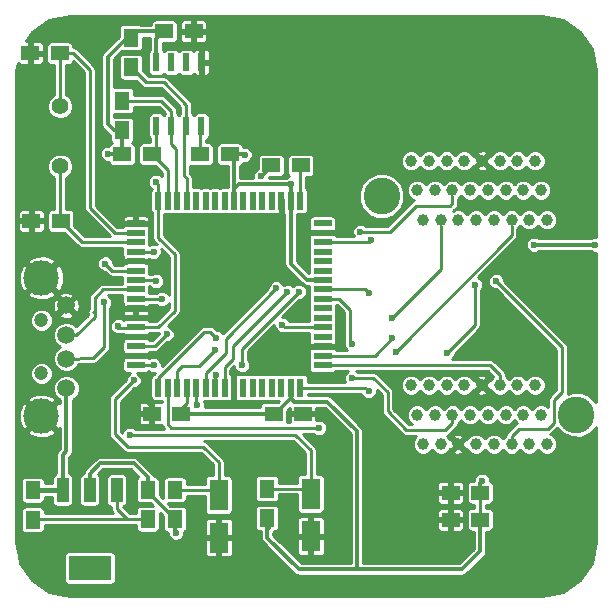
<source format=gtl>
G04 #@! TF.FileFunction,Copper,L1,Top,Signal*
%FSLAX46Y46*%
G04 Gerber Fmt 4.6, Leading zero omitted, Abs format (unit mm)*
G04 Created by KiCad (PCBNEW (2015-11-24 BZR 6329)-product) date Fri 07 Oct 2016 12:30:40 AM EDT*
%MOMM*%
G01*
G04 APERTURE LIST*
%ADD10C,0.100000*%
%ADD11C,1.000000*%
%ADD12C,3.100000*%
%ADD13R,1.500000X1.250000*%
%ADD14R,1.250000X1.500000*%
%ADD15C,1.501140*%
%ADD16C,2.999740*%
%ADD17C,1.200000*%
%ADD18R,3.657600X2.032000*%
%ADD19R,1.016000X2.032000*%
%ADD20R,1.500000X0.600000*%
%ADD21R,0.600000X1.500000*%
%ADD22C,1.422400*%
%ADD23R,1.600200X2.600960*%
%ADD24R,0.600000X1.550000*%
%ADD25C,0.600000*%
%ADD26C,0.300000*%
%ADD27C,0.250000*%
%ADD28C,0.400000*%
%ADD29C,0.254000*%
G04 APERTURE END LIST*
D10*
D11*
X193900000Y-106700000D03*
X194400000Y-109200000D03*
X194900000Y-111700000D03*
X195400000Y-106700000D03*
X195900000Y-109200000D03*
X196400000Y-111700000D03*
X196900000Y-106700000D03*
X197400000Y-109200000D03*
X197900000Y-111700000D03*
X198400000Y-106700000D03*
X198900000Y-109200000D03*
X199400000Y-111700000D03*
X199900000Y-106700000D03*
X200400000Y-109200000D03*
X200900000Y-111700000D03*
X201400000Y-106700000D03*
X201900000Y-109200000D03*
X202400000Y-111700000D03*
X202900000Y-106700000D03*
X203400000Y-109200000D03*
X203900000Y-111700000D03*
X204400000Y-106700000D03*
X204900000Y-109200000D03*
X205400000Y-111700000D03*
X205400000Y-92700000D03*
X204900000Y-90200000D03*
X204400000Y-87700000D03*
X203900000Y-92700000D03*
X203400000Y-90200000D03*
X202900000Y-87700000D03*
X202400000Y-92700000D03*
X201900000Y-90200000D03*
X201400000Y-87700000D03*
X200900000Y-92700000D03*
X200400000Y-90200000D03*
X199900000Y-87700000D03*
X199400000Y-92700000D03*
X198900000Y-90200000D03*
X198400000Y-87700000D03*
X197900000Y-92700000D03*
X197400000Y-90200000D03*
X196900000Y-87700000D03*
X196400000Y-92700000D03*
X195900000Y-90200000D03*
X195400000Y-87700000D03*
X194900000Y-92700000D03*
X194400000Y-90200000D03*
X193900000Y-87700000D03*
D12*
X191400000Y-90700000D03*
X207900000Y-109200000D03*
D13*
X197250000Y-118100000D03*
X199750000Y-118100000D03*
X172994000Y-76740000D03*
X175494000Y-76740000D03*
D14*
X161864000Y-115598000D03*
X161864000Y-118098000D03*
X171600000Y-115550000D03*
X171600000Y-118050000D03*
D13*
X164150000Y-78600000D03*
X161650000Y-78600000D03*
X182050000Y-88100000D03*
X184550000Y-88100000D03*
X164250000Y-92800000D03*
X161750000Y-92800000D03*
X174450000Y-109100000D03*
X171950000Y-109100000D03*
X182250000Y-109100000D03*
X184750000Y-109100000D03*
X197250000Y-115800000D03*
X199750000Y-115800000D03*
D14*
X173900000Y-118050000D03*
X173900000Y-115550000D03*
X181700000Y-117950000D03*
X181700000Y-115450000D03*
D15*
X164700000Y-99950000D03*
X164700000Y-102450000D03*
X164700000Y-104460000D03*
X164700000Y-106950000D03*
D16*
X162600000Y-97600000D03*
X162600000Y-109300000D03*
D17*
X162600000Y-101200000D03*
X162600000Y-105700000D03*
D13*
X178542000Y-87154000D03*
X176042000Y-87154000D03*
D14*
X170180000Y-79768000D03*
X170180000Y-77268000D03*
D13*
X169438000Y-87154000D03*
X171938000Y-87154000D03*
D14*
X169418000Y-85102000D03*
X169418000Y-82602000D03*
D18*
X166690000Y-122182000D03*
D19*
X166690000Y-115578000D03*
X164404000Y-115578000D03*
X168976000Y-115578000D03*
D20*
X170600000Y-93000000D03*
X170600000Y-93800000D03*
X170600000Y-94600000D03*
X170600000Y-95400000D03*
X170600000Y-96200000D03*
X170600000Y-97000000D03*
X170600000Y-97800000D03*
X170600000Y-98600000D03*
X170600000Y-99400000D03*
X170600000Y-100200000D03*
X170600000Y-101000000D03*
X170600000Y-101800000D03*
X170600000Y-102600000D03*
X170600000Y-103400000D03*
X170600000Y-104200000D03*
X170600000Y-105000000D03*
D21*
X172500000Y-106900000D03*
X173300000Y-106900000D03*
X174100000Y-106900000D03*
X174900000Y-106900000D03*
X175700000Y-106900000D03*
X176500000Y-106900000D03*
X177300000Y-106900000D03*
X178100000Y-106900000D03*
X178900000Y-106900000D03*
X179700000Y-106900000D03*
X180500000Y-106900000D03*
X181300000Y-106900000D03*
X182100000Y-106900000D03*
X182900000Y-106900000D03*
X183700000Y-106900000D03*
X184500000Y-106900000D03*
D20*
X186400000Y-105000000D03*
X186400000Y-104200000D03*
X186400000Y-103400000D03*
X186400000Y-102600000D03*
X186400000Y-101800000D03*
X186400000Y-101000000D03*
X186400000Y-100200000D03*
X186400000Y-99400000D03*
X186400000Y-98600000D03*
X186400000Y-97800000D03*
X186400000Y-97000000D03*
X186400000Y-96200000D03*
X186400000Y-95400000D03*
X186400000Y-94600000D03*
X186400000Y-93800000D03*
X186400000Y-93000000D03*
D21*
X184500000Y-91100000D03*
X183700000Y-91100000D03*
X182900000Y-91100000D03*
X182100000Y-91100000D03*
X181300000Y-91100000D03*
X180500000Y-91100000D03*
X179700000Y-91100000D03*
X178900000Y-91100000D03*
X178100000Y-91100000D03*
X177300000Y-91100000D03*
X176500000Y-91100000D03*
X175700000Y-91100000D03*
X174900000Y-91100000D03*
X174100000Y-91100000D03*
X173300000Y-91100000D03*
X172500000Y-91100000D03*
D22*
X164200000Y-83100000D03*
X164200000Y-88180000D03*
D23*
X185400000Y-115899140D03*
X185400000Y-119500860D03*
X177600000Y-115999140D03*
X177600000Y-119600860D03*
D24*
X172339000Y-84774000D03*
X173609000Y-84774000D03*
X174879000Y-84774000D03*
X176149000Y-84774000D03*
X176149000Y-79374000D03*
X174879000Y-79374000D03*
X173609000Y-79374000D03*
X172339000Y-79374000D03*
D25*
X168200000Y-87100000D03*
X179800000Y-87200000D03*
X209500000Y-94800000D03*
X204300000Y-94800000D03*
X199900000Y-114800000D03*
X183700000Y-89700000D03*
X174000000Y-119200000D03*
X181800000Y-118700000D03*
X171300000Y-107900000D03*
X183000000Y-104400000D03*
X168400000Y-105400000D03*
X169100000Y-101700000D03*
X183000000Y-101600000D03*
X181200000Y-89000000D03*
X172300000Y-89500000D03*
X170100000Y-110900000D03*
X172100000Y-95400000D03*
X170400000Y-106300000D03*
X172800000Y-99400000D03*
X172300000Y-97900000D03*
X167900000Y-99700000D03*
X173200000Y-102400000D03*
X168000000Y-96400000D03*
X172100000Y-105000000D03*
X177400000Y-102700000D03*
X192600000Y-103900000D03*
X186100000Y-110300000D03*
X177300000Y-103700000D03*
X175800000Y-108400000D03*
X179600000Y-105000000D03*
X184400000Y-98800000D03*
X189600000Y-93700000D03*
X182500000Y-98500000D03*
X192300000Y-101000000D03*
X177400000Y-105800000D03*
X183400000Y-98800000D03*
X190300000Y-107200000D03*
X192300000Y-102700000D03*
X188900000Y-103200000D03*
X188900000Y-106100000D03*
X190300000Y-98900000D03*
X201100000Y-97900000D03*
X190500000Y-94400000D03*
X199300000Y-98200000D03*
X196900000Y-104000000D03*
D26*
X169418000Y-85102000D02*
X169418000Y-87134000D01*
X169418000Y-87134000D02*
X169438000Y-87154000D01*
X170180000Y-77268000D02*
X169832000Y-77268000D01*
X169832000Y-77268000D02*
X168200000Y-78900000D01*
X168702000Y-85102000D02*
X169418000Y-85102000D01*
X168200000Y-84600000D02*
X168702000Y-85102000D01*
X168200000Y-78900000D02*
X168200000Y-84600000D01*
X172994000Y-76740000D02*
X170708000Y-76740000D01*
X170708000Y-76740000D02*
X170180000Y-77268000D01*
X172339000Y-79374000D02*
X172339000Y-77395000D01*
X172339000Y-77395000D02*
X172994000Y-76740000D01*
X178542000Y-87154000D02*
X179754000Y-87154000D01*
X168254000Y-87154000D02*
X169438000Y-87154000D01*
X168200000Y-87100000D02*
X168254000Y-87154000D01*
X179754000Y-87154000D02*
X179800000Y-87200000D01*
X178900000Y-91100000D02*
X178900000Y-87512000D01*
X178900000Y-87512000D02*
X178542000Y-87154000D01*
X183700000Y-89700000D02*
X179300000Y-89700000D01*
X179300000Y-89700000D02*
X178900000Y-90100000D01*
X178900000Y-90100000D02*
X178900000Y-91100000D01*
X204300000Y-94800000D02*
X209500000Y-94800000D01*
X171600000Y-115550000D02*
X171600000Y-115750000D01*
X171600000Y-115750000D02*
X173900000Y-118050000D01*
X199750000Y-115800000D02*
X199750000Y-114950000D01*
X199750000Y-114950000D02*
X199900000Y-114800000D01*
X187800000Y-122300000D02*
X189200000Y-122300000D01*
X184000000Y-108100000D02*
X183700000Y-107800000D01*
X186800000Y-108100000D02*
X184000000Y-108100000D01*
X189300000Y-110600000D02*
X186800000Y-108100000D01*
X189300000Y-122200000D02*
X189300000Y-110600000D01*
X189200000Y-122300000D02*
X189300000Y-122200000D01*
X183700000Y-107800000D02*
X183700000Y-106900000D01*
X181700000Y-117950000D02*
X181700000Y-119600000D01*
X199750000Y-120750000D02*
X199750000Y-118100000D01*
X198200000Y-122300000D02*
X199750000Y-120750000D01*
X184400000Y-122300000D02*
X187800000Y-122300000D01*
X187800000Y-122300000D02*
X198200000Y-122300000D01*
X181700000Y-119600000D02*
X184400000Y-122300000D01*
X182250000Y-109100000D02*
X174450000Y-109100000D01*
X186400000Y-97800000D02*
X185100000Y-97800000D01*
X183700000Y-96400000D02*
X183700000Y-91100000D01*
X185100000Y-97800000D02*
X183700000Y-96400000D01*
X171600000Y-115550000D02*
X171600000Y-114500000D01*
X171600000Y-114500000D02*
X170400000Y-113300000D01*
X170400000Y-113300000D02*
X167600000Y-113300000D01*
X167600000Y-113300000D02*
X166690000Y-114210000D01*
X166690000Y-114210000D02*
X166690000Y-115578000D01*
X183700000Y-91100000D02*
X183700000Y-89700000D01*
X183700000Y-106900000D02*
X183700000Y-107800000D01*
X183700000Y-107800000D02*
X182400000Y-109100000D01*
D27*
X182400000Y-109100000D02*
X182250000Y-109100000D01*
X174900000Y-106900000D02*
X174900000Y-108250000D01*
X174900000Y-108250000D02*
X174450000Y-108700000D01*
X199750000Y-115800000D02*
X199750000Y-118100000D01*
X199400000Y-115450000D02*
X199750000Y-115800000D01*
D26*
X173900000Y-118050000D02*
X173900000Y-119100000D01*
X173900000Y-119100000D02*
X174000000Y-119200000D01*
X181800000Y-118700000D02*
X181700000Y-118600000D01*
D27*
X181700000Y-118600000D02*
X181700000Y-117950000D01*
X173852000Y-118098000D02*
X173900000Y-118050000D01*
X171496000Y-115578000D02*
X171516000Y-115598000D01*
X171950000Y-109100000D02*
X171950000Y-108550000D01*
X171950000Y-108550000D02*
X171300000Y-107900000D01*
X183900000Y-103500000D02*
X186300000Y-103500000D01*
X183000000Y-104400000D02*
X183900000Y-103500000D01*
X186300000Y-103500000D02*
X186400000Y-103400000D01*
X170600000Y-104200000D02*
X169600000Y-104200000D01*
X169600000Y-104200000D02*
X168400000Y-105400000D01*
D26*
X164404000Y-115578000D02*
X164404000Y-112596000D01*
X164700000Y-112300000D02*
X164700000Y-106950000D01*
X164404000Y-112596000D02*
X164700000Y-112300000D01*
D27*
X164700000Y-106950000D02*
X164740000Y-106950000D01*
D28*
X161864000Y-115598000D02*
X164384000Y-115598000D01*
D27*
X164384000Y-115598000D02*
X164404000Y-115578000D01*
X170200000Y-118050000D02*
X169850000Y-118050000D01*
X168976000Y-117176000D02*
X168976000Y-115578000D01*
X169850000Y-118050000D02*
X168976000Y-117176000D01*
X171600000Y-118050000D02*
X170200000Y-118050000D01*
X170200000Y-118050000D02*
X161912000Y-118050000D01*
X161912000Y-118050000D02*
X161864000Y-118098000D01*
X164150000Y-78600000D02*
X165300000Y-78600000D01*
X168800000Y-93800000D02*
X166700000Y-91700000D01*
X166700000Y-91700000D02*
X166700000Y-90900000D01*
X166700000Y-90900000D02*
X166700000Y-81450000D01*
X168800000Y-93800000D02*
X170600000Y-93800000D01*
X166700000Y-80000000D02*
X166700000Y-81450000D01*
X165300000Y-78600000D02*
X166700000Y-80000000D01*
X164150000Y-78900000D02*
X164150000Y-83050000D01*
X164150000Y-83050000D02*
X164200000Y-83100000D01*
X170600000Y-93800000D02*
X169600000Y-93800000D01*
X172500000Y-91100000D02*
X172500000Y-94200000D01*
X172500000Y-101800000D02*
X170600000Y-101800000D01*
X173900000Y-100400000D02*
X172500000Y-101800000D01*
X173900000Y-95600000D02*
X173900000Y-100400000D01*
X172500000Y-94200000D02*
X173900000Y-95600000D01*
X170600000Y-101800000D02*
X169000000Y-101900000D01*
X169000000Y-101900000D02*
X169100000Y-101800000D01*
X169100000Y-101800000D02*
X169100000Y-101700000D01*
X186400000Y-101800000D02*
X183200000Y-101800000D01*
X183200000Y-101800000D02*
X183000000Y-101600000D01*
X182050000Y-88100000D02*
X182050000Y-88150000D01*
X182050000Y-88150000D02*
X181200000Y-89000000D01*
X172300000Y-89500000D02*
X172500000Y-89700000D01*
X172500000Y-89700000D02*
X172500000Y-91100000D01*
X184500000Y-91100000D02*
X184500000Y-88150000D01*
X184500000Y-88150000D02*
X184550000Y-88100000D01*
X164200000Y-88180000D02*
X164200000Y-92750000D01*
X164200000Y-92750000D02*
X164250000Y-92800000D01*
X170600000Y-94600000D02*
X166050000Y-94600000D01*
X166050000Y-94600000D02*
X164250000Y-92800000D01*
X185400000Y-115899140D02*
X185400000Y-112200000D01*
X184100000Y-110900000D02*
X170100000Y-110900000D01*
X185400000Y-112200000D02*
X184100000Y-110900000D01*
X172100000Y-95400000D02*
X170600000Y-95400000D01*
X181700000Y-115450000D02*
X184950860Y-115450000D01*
X184950860Y-115450000D02*
X185400000Y-115899140D01*
X177600000Y-115999140D02*
X177600000Y-113200000D01*
X168800000Y-107900000D02*
X170400000Y-106300000D01*
X168800000Y-110800000D02*
X168800000Y-107900000D01*
X169900000Y-111900000D02*
X168800000Y-110800000D01*
X176300000Y-111900000D02*
X169900000Y-111900000D01*
X177600000Y-113200000D02*
X176300000Y-111900000D01*
X173900000Y-115550000D02*
X177150860Y-115550000D01*
X177150860Y-115550000D02*
X177600000Y-115999140D01*
X172800000Y-99400000D02*
X170600000Y-99400000D01*
X164700000Y-102450000D02*
X165550000Y-102450000D01*
X167000000Y-100500000D02*
X167100000Y-100500000D01*
X167100000Y-100600000D02*
X167000000Y-100500000D01*
X167100000Y-100900000D02*
X167100000Y-100600000D01*
X165550000Y-102450000D02*
X167100000Y-100900000D01*
X164700000Y-102450000D02*
X164700000Y-102122000D01*
X167100000Y-100700000D02*
X167100000Y-100500000D01*
X167100000Y-100500000D02*
X167100000Y-99300000D01*
X167800000Y-98600000D02*
X170600000Y-98600000D01*
X167100000Y-99300000D02*
X167800000Y-98600000D01*
X164700000Y-104460000D02*
X167006000Y-104394000D01*
X172200000Y-97800000D02*
X170600000Y-97800000D01*
X172300000Y-97900000D02*
X172200000Y-97800000D01*
X167900000Y-103500000D02*
X167900000Y-99700000D01*
X167006000Y-104394000D02*
X167900000Y-103500000D01*
X176042000Y-87154000D02*
X176042000Y-84881000D01*
X176042000Y-84881000D02*
X176149000Y-84774000D01*
X174900000Y-91100000D02*
X174900000Y-89200000D01*
X174700000Y-89000000D02*
X174700000Y-84953000D01*
X174900000Y-89200000D02*
X174700000Y-89000000D01*
X174700000Y-84953000D02*
X174879000Y-84774000D01*
X174879000Y-84774000D02*
X174879000Y-82963000D01*
X171470000Y-81058000D02*
X170180000Y-79768000D01*
X172974000Y-81058000D02*
X171470000Y-81058000D01*
X174879000Y-82963000D02*
X172974000Y-81058000D01*
X173300000Y-91100000D02*
X173300000Y-88516000D01*
X173300000Y-88516000D02*
X171938000Y-87154000D01*
X172339000Y-84774000D02*
X172339000Y-86753000D01*
X172339000Y-86753000D02*
X171938000Y-87154000D01*
X174100000Y-91100000D02*
X174000000Y-91000000D01*
X174000000Y-91000000D02*
X174000000Y-86700000D01*
X173609000Y-86309000D02*
X173609000Y-84774000D01*
X174000000Y-86700000D02*
X173609000Y-86309000D01*
X174055000Y-91055000D02*
X174100000Y-91100000D01*
X173609000Y-84774000D02*
X173609000Y-83471000D01*
X173609000Y-83471000D02*
X172740000Y-82602000D01*
X172740000Y-82602000D02*
X169418000Y-82602000D01*
X170600000Y-103400000D02*
X172200000Y-103400000D01*
X172200000Y-103400000D02*
X173200000Y-102400000D01*
X170600000Y-97000000D02*
X168600000Y-97000000D01*
X168600000Y-97000000D02*
X168000000Y-96400000D01*
X170600000Y-105000000D02*
X172100000Y-105000000D01*
X172500000Y-106900000D02*
X172500000Y-106100000D01*
X176900000Y-102200000D02*
X177400000Y-102700000D01*
X176400000Y-102200000D02*
X176900000Y-102200000D01*
X172500000Y-106100000D02*
X176400000Y-102200000D01*
X173300000Y-109400000D02*
X173300000Y-110000000D01*
X192600000Y-103900000D02*
X202400000Y-94000000D01*
X202400000Y-94000000D02*
X202400000Y-93200000D01*
X186100000Y-110300000D02*
X174300000Y-110300000D01*
X173600000Y-110300000D02*
X174300000Y-110300000D01*
X173300000Y-110000000D02*
X173600000Y-110300000D01*
X173300000Y-106900000D02*
X173300000Y-109400000D01*
X173300000Y-109400000D02*
X173300000Y-109300000D01*
X174100000Y-106900000D02*
X174100000Y-105500000D01*
X174500000Y-105100000D02*
X174100000Y-105500000D01*
X175900000Y-105100000D02*
X174500000Y-105100000D01*
X177300000Y-103700000D02*
X175900000Y-105100000D01*
X197400000Y-90700000D02*
X197400000Y-91300000D01*
X175700000Y-108300000D02*
X175700000Y-106900000D01*
X175800000Y-108400000D02*
X175700000Y-108300000D01*
X179600000Y-103600000D02*
X179600000Y-105000000D01*
X184400000Y-98800000D02*
X179600000Y-103600000D01*
X192100000Y-93700000D02*
X189600000Y-93700000D01*
X194308000Y-91492000D02*
X192100000Y-93700000D01*
X197208000Y-91492000D02*
X194308000Y-91492000D01*
X197400000Y-91300000D02*
X197208000Y-91492000D01*
X182500000Y-98500000D02*
X178200000Y-102800000D01*
X178200000Y-102800000D02*
X178200000Y-104000000D01*
X178200000Y-104000000D02*
X176500000Y-105700000D01*
X176500000Y-105700000D02*
X176500000Y-106900000D01*
X177300000Y-106900000D02*
X177300000Y-105900000D01*
X196400000Y-96900000D02*
X196400000Y-93200000D01*
X192300000Y-101000000D02*
X196400000Y-96900000D01*
X177300000Y-105900000D02*
X177400000Y-105800000D01*
X178100000Y-105200000D02*
X178100000Y-106900000D01*
X178800000Y-104500000D02*
X178100000Y-105200000D01*
X178800000Y-103400000D02*
X178800000Y-104500000D01*
X183400000Y-98800000D02*
X178800000Y-103400000D01*
X190000000Y-106900000D02*
X184500000Y-106900000D01*
X190300000Y-107200000D02*
X190000000Y-106900000D01*
X186400000Y-105000000D02*
X200600000Y-105000000D01*
X201400000Y-105800000D02*
X201400000Y-106700000D01*
X200600000Y-105000000D02*
X201400000Y-105800000D01*
X186400000Y-104200000D02*
X190800000Y-104200000D01*
X190800000Y-104200000D02*
X192300000Y-102700000D01*
X197400000Y-109200000D02*
X197400000Y-109900000D01*
X187800000Y-99400000D02*
X186400000Y-99400000D01*
X188700000Y-100300000D02*
X187800000Y-99400000D01*
X188700000Y-103000000D02*
X188700000Y-100300000D01*
X188900000Y-103200000D02*
X188700000Y-103000000D01*
X190700000Y-106100000D02*
X188900000Y-106100000D01*
X191900000Y-107300000D02*
X190700000Y-106100000D01*
X191900000Y-108900000D02*
X191900000Y-107300000D01*
X193500000Y-110500000D02*
X191900000Y-108900000D01*
X196800000Y-110500000D02*
X193500000Y-110500000D01*
X197400000Y-109900000D02*
X196800000Y-110500000D01*
X206692000Y-106680000D02*
X206692000Y-107252000D01*
X203000000Y-110400000D02*
X205500000Y-110400000D01*
X202400000Y-111000000D02*
X203000000Y-110400000D01*
X202400000Y-111000000D02*
X202400000Y-111700000D01*
X205994000Y-109906000D02*
X205500000Y-110400000D01*
X205994000Y-107950000D02*
X205994000Y-109906000D01*
X206692000Y-107252000D02*
X205994000Y-107950000D01*
X190000000Y-98600000D02*
X186400000Y-98600000D01*
X190300000Y-98900000D02*
X190000000Y-98600000D01*
X206692000Y-103492000D02*
X201100000Y-97900000D01*
X206692000Y-106692000D02*
X206692000Y-106680000D01*
X206692000Y-106680000D02*
X206692000Y-103492000D01*
X190300000Y-94600000D02*
X186400000Y-94600000D01*
X190500000Y-94400000D02*
X190300000Y-94600000D01*
X199300000Y-101600000D02*
X199300000Y-98200000D01*
X196900000Y-104000000D02*
X199300000Y-101600000D01*
D29*
G36*
X206735495Y-75810145D02*
X208206776Y-76793224D01*
X209189855Y-78264505D01*
X209544000Y-80044911D01*
X209544000Y-94119038D01*
X209365135Y-94118882D01*
X209114748Y-94222339D01*
X209068006Y-94269000D01*
X204732166Y-94269000D01*
X204686259Y-94223013D01*
X204436054Y-94119118D01*
X204165135Y-94118882D01*
X203914748Y-94222339D01*
X203723013Y-94413741D01*
X203619118Y-94663946D01*
X203618882Y-94934865D01*
X203722339Y-95185252D01*
X203913741Y-95376987D01*
X204163946Y-95480882D01*
X204434865Y-95481118D01*
X204685252Y-95377661D01*
X204731994Y-95331000D01*
X209067834Y-95331000D01*
X209113741Y-95376987D01*
X209363946Y-95480882D01*
X209544000Y-95481039D01*
X209544000Y-108122182D01*
X209537977Y-108107605D01*
X208995252Y-107563932D01*
X208285785Y-107269335D01*
X207517585Y-107268665D01*
X207165770Y-107414032D01*
X207198000Y-107252000D01*
X207198000Y-103492000D01*
X207159483Y-103298362D01*
X207049796Y-103134204D01*
X201781031Y-97865439D01*
X201781118Y-97765135D01*
X201677661Y-97514748D01*
X201486259Y-97323013D01*
X201236054Y-97219118D01*
X200965135Y-97218882D01*
X200714748Y-97322339D01*
X200523013Y-97513741D01*
X200419118Y-97763946D01*
X200418882Y-98034865D01*
X200522339Y-98285252D01*
X200713741Y-98476987D01*
X200963946Y-98580882D01*
X201065378Y-98580970D01*
X206186000Y-103701592D01*
X206186000Y-107042408D01*
X205636204Y-107592204D01*
X205526517Y-107756362D01*
X205488000Y-107950000D01*
X205488000Y-108542016D01*
X205399698Y-108453560D01*
X205076011Y-108319153D01*
X204725527Y-108318847D01*
X204401605Y-108452689D01*
X204153560Y-108700302D01*
X204150158Y-108708495D01*
X204147311Y-108701605D01*
X203899698Y-108453560D01*
X203576011Y-108319153D01*
X203225527Y-108318847D01*
X202901605Y-108452689D01*
X202653560Y-108700302D01*
X202650158Y-108708495D01*
X202647311Y-108701605D01*
X202399698Y-108453560D01*
X202076011Y-108319153D01*
X201725527Y-108318847D01*
X201401605Y-108452689D01*
X201153560Y-108700302D01*
X201150158Y-108708495D01*
X201147311Y-108701605D01*
X200899698Y-108453560D01*
X200576011Y-108319153D01*
X200225527Y-108318847D01*
X199901605Y-108452689D01*
X199653560Y-108700302D01*
X199650158Y-108708495D01*
X199647311Y-108701605D01*
X199399698Y-108453560D01*
X199076011Y-108319153D01*
X198725527Y-108318847D01*
X198401605Y-108452689D01*
X198153560Y-108700302D01*
X198150158Y-108708495D01*
X198147311Y-108701605D01*
X197899698Y-108453560D01*
X197576011Y-108319153D01*
X197225527Y-108318847D01*
X196901605Y-108452689D01*
X196653560Y-108700302D01*
X196650158Y-108708495D01*
X196647311Y-108701605D01*
X196399698Y-108453560D01*
X196076011Y-108319153D01*
X195725527Y-108318847D01*
X195401605Y-108452689D01*
X195153560Y-108700302D01*
X195150158Y-108708495D01*
X195147311Y-108701605D01*
X194899698Y-108453560D01*
X194576011Y-108319153D01*
X194225527Y-108318847D01*
X193901605Y-108452689D01*
X193653560Y-108700302D01*
X193519153Y-109023989D01*
X193518847Y-109374473D01*
X193652689Y-109698395D01*
X193900302Y-109946440D01*
X194014839Y-109994000D01*
X193709592Y-109994000D01*
X192406000Y-108690408D01*
X192406000Y-107300000D01*
X192367483Y-107106362D01*
X192257796Y-106942204D01*
X192190065Y-106874473D01*
X193018847Y-106874473D01*
X193152689Y-107198395D01*
X193400302Y-107446440D01*
X193723989Y-107580847D01*
X194074473Y-107581153D01*
X194398395Y-107447311D01*
X194646440Y-107199698D01*
X194649842Y-107191505D01*
X194652689Y-107198395D01*
X194900302Y-107446440D01*
X195223989Y-107580847D01*
X195574473Y-107581153D01*
X195898395Y-107447311D01*
X196146440Y-107199698D01*
X196149842Y-107191505D01*
X196152689Y-107198395D01*
X196400302Y-107446440D01*
X196723989Y-107580847D01*
X197074473Y-107581153D01*
X197398395Y-107447311D01*
X197646440Y-107199698D01*
X197649842Y-107191505D01*
X197652689Y-107198395D01*
X197900302Y-107446440D01*
X198223989Y-107580847D01*
X198574473Y-107581153D01*
X198898395Y-107447311D01*
X198995404Y-107350470D01*
X199429135Y-107350470D01*
X199480065Y-107494057D01*
X199815903Y-107594315D01*
X200164544Y-107558422D01*
X200319935Y-107494057D01*
X200370865Y-107350470D01*
X199900000Y-106879605D01*
X199429135Y-107350470D01*
X198995404Y-107350470D01*
X199146440Y-107199698D01*
X199170110Y-107142695D01*
X199249530Y-107170865D01*
X199720395Y-106700000D01*
X199249530Y-106229135D01*
X199170298Y-106257238D01*
X199147311Y-106201605D01*
X198995501Y-106049530D01*
X199429135Y-106049530D01*
X199900000Y-106520395D01*
X200370865Y-106049530D01*
X200319935Y-105905943D01*
X199984097Y-105805685D01*
X199635456Y-105841578D01*
X199480065Y-105905943D01*
X199429135Y-106049530D01*
X198995501Y-106049530D01*
X198899698Y-105953560D01*
X198576011Y-105819153D01*
X198225527Y-105818847D01*
X197901605Y-105952689D01*
X197653560Y-106200302D01*
X197650158Y-106208495D01*
X197647311Y-106201605D01*
X197399698Y-105953560D01*
X197076011Y-105819153D01*
X196725527Y-105818847D01*
X196401605Y-105952689D01*
X196153560Y-106200302D01*
X196150158Y-106208495D01*
X196147311Y-106201605D01*
X195899698Y-105953560D01*
X195576011Y-105819153D01*
X195225527Y-105818847D01*
X194901605Y-105952689D01*
X194653560Y-106200302D01*
X194650158Y-106208495D01*
X194647311Y-106201605D01*
X194399698Y-105953560D01*
X194076011Y-105819153D01*
X193725527Y-105818847D01*
X193401605Y-105952689D01*
X193153560Y-106200302D01*
X193019153Y-106523989D01*
X193018847Y-106874473D01*
X192190065Y-106874473D01*
X191057796Y-105742204D01*
X190893638Y-105632517D01*
X190700000Y-105594000D01*
X189357123Y-105594000D01*
X189286259Y-105523013D01*
X189245287Y-105506000D01*
X200390408Y-105506000D01*
X200869323Y-105984915D01*
X200653560Y-106200302D01*
X200629890Y-106257305D01*
X200550470Y-106229135D01*
X200079605Y-106700000D01*
X200550470Y-107170865D01*
X200629702Y-107142762D01*
X200652689Y-107198395D01*
X200900302Y-107446440D01*
X201223989Y-107580847D01*
X201574473Y-107581153D01*
X201898395Y-107447311D01*
X202146440Y-107199698D01*
X202149842Y-107191505D01*
X202152689Y-107198395D01*
X202400302Y-107446440D01*
X202723989Y-107580847D01*
X203074473Y-107581153D01*
X203398395Y-107447311D01*
X203646440Y-107199698D01*
X203649842Y-107191505D01*
X203652689Y-107198395D01*
X203900302Y-107446440D01*
X204223989Y-107580847D01*
X204574473Y-107581153D01*
X204898395Y-107447311D01*
X205146440Y-107199698D01*
X205280847Y-106876011D01*
X205281153Y-106525527D01*
X205147311Y-106201605D01*
X204899698Y-105953560D01*
X204576011Y-105819153D01*
X204225527Y-105818847D01*
X203901605Y-105952689D01*
X203653560Y-106200302D01*
X203650158Y-106208495D01*
X203647311Y-106201605D01*
X203399698Y-105953560D01*
X203076011Y-105819153D01*
X202725527Y-105818847D01*
X202401605Y-105952689D01*
X202153560Y-106200302D01*
X202150158Y-106208495D01*
X202147311Y-106201605D01*
X201906000Y-105959873D01*
X201906000Y-105800000D01*
X201867483Y-105606362D01*
X201757796Y-105442204D01*
X200957796Y-104642204D01*
X200793638Y-104532517D01*
X200600000Y-104494000D01*
X197369059Y-104494000D01*
X197476987Y-104386259D01*
X197580882Y-104136054D01*
X197580970Y-104034622D01*
X199657796Y-101957796D01*
X199735032Y-101842204D01*
X199767483Y-101793638D01*
X199806000Y-101600000D01*
X199806000Y-98657123D01*
X199876987Y-98586259D01*
X199980882Y-98336054D01*
X199981118Y-98065135D01*
X199877661Y-97814748D01*
X199686259Y-97623013D01*
X199572380Y-97575726D01*
X202759608Y-94355975D01*
X202813341Y-94274667D01*
X202867483Y-94193638D01*
X202867738Y-94192354D01*
X202868460Y-94191262D01*
X202886980Y-94095620D01*
X202906000Y-94000000D01*
X202906000Y-93439719D01*
X203146440Y-93199698D01*
X203149842Y-93191505D01*
X203152689Y-93198395D01*
X203400302Y-93446440D01*
X203723989Y-93580847D01*
X204074473Y-93581153D01*
X204398395Y-93447311D01*
X204646440Y-93199698D01*
X204649842Y-93191505D01*
X204652689Y-93198395D01*
X204900302Y-93446440D01*
X205223989Y-93580847D01*
X205574473Y-93581153D01*
X205898395Y-93447311D01*
X206146440Y-93199698D01*
X206280847Y-92876011D01*
X206281153Y-92525527D01*
X206147311Y-92201605D01*
X205899698Y-91953560D01*
X205576011Y-91819153D01*
X205225527Y-91818847D01*
X204901605Y-91952689D01*
X204653560Y-92200302D01*
X204650158Y-92208495D01*
X204647311Y-92201605D01*
X204399698Y-91953560D01*
X204076011Y-91819153D01*
X203725527Y-91818847D01*
X203401605Y-91952689D01*
X203153560Y-92200302D01*
X203150158Y-92208495D01*
X203147311Y-92201605D01*
X202899698Y-91953560D01*
X202576011Y-91819153D01*
X202225527Y-91818847D01*
X201901605Y-91952689D01*
X201653560Y-92200302D01*
X201650158Y-92208495D01*
X201647311Y-92201605D01*
X201399698Y-91953560D01*
X201076011Y-91819153D01*
X200725527Y-91818847D01*
X200401605Y-91952689D01*
X200153560Y-92200302D01*
X200150158Y-92208495D01*
X200147311Y-92201605D01*
X199899698Y-91953560D01*
X199576011Y-91819153D01*
X199225527Y-91818847D01*
X198901605Y-91952689D01*
X198653560Y-92200302D01*
X198650158Y-92208495D01*
X198647311Y-92201605D01*
X198399698Y-91953560D01*
X198076011Y-91819153D01*
X197725527Y-91818847D01*
X197428336Y-91941644D01*
X197565796Y-91849796D01*
X197757796Y-91657796D01*
X197867483Y-91493638D01*
X197906000Y-91300000D01*
X197906000Y-90939719D01*
X198146440Y-90699698D01*
X198149842Y-90691505D01*
X198152689Y-90698395D01*
X198400302Y-90946440D01*
X198723989Y-91080847D01*
X199074473Y-91081153D01*
X199398395Y-90947311D01*
X199646440Y-90699698D01*
X199649842Y-90691505D01*
X199652689Y-90698395D01*
X199900302Y-90946440D01*
X200223989Y-91080847D01*
X200574473Y-91081153D01*
X200898395Y-90947311D01*
X201146440Y-90699698D01*
X201149842Y-90691505D01*
X201152689Y-90698395D01*
X201400302Y-90946440D01*
X201723989Y-91080847D01*
X202074473Y-91081153D01*
X202398395Y-90947311D01*
X202646440Y-90699698D01*
X202649842Y-90691505D01*
X202652689Y-90698395D01*
X202900302Y-90946440D01*
X203223989Y-91080847D01*
X203574473Y-91081153D01*
X203898395Y-90947311D01*
X204146440Y-90699698D01*
X204149842Y-90691505D01*
X204152689Y-90698395D01*
X204400302Y-90946440D01*
X204723989Y-91080847D01*
X205074473Y-91081153D01*
X205398395Y-90947311D01*
X205646440Y-90699698D01*
X205780847Y-90376011D01*
X205781153Y-90025527D01*
X205647311Y-89701605D01*
X205399698Y-89453560D01*
X205076011Y-89319153D01*
X204725527Y-89318847D01*
X204401605Y-89452689D01*
X204153560Y-89700302D01*
X204150158Y-89708495D01*
X204147311Y-89701605D01*
X203899698Y-89453560D01*
X203576011Y-89319153D01*
X203225527Y-89318847D01*
X202901605Y-89452689D01*
X202653560Y-89700302D01*
X202650158Y-89708495D01*
X202647311Y-89701605D01*
X202399698Y-89453560D01*
X202076011Y-89319153D01*
X201725527Y-89318847D01*
X201401605Y-89452689D01*
X201153560Y-89700302D01*
X201150158Y-89708495D01*
X201147311Y-89701605D01*
X200899698Y-89453560D01*
X200576011Y-89319153D01*
X200225527Y-89318847D01*
X199901605Y-89452689D01*
X199653560Y-89700302D01*
X199650158Y-89708495D01*
X199647311Y-89701605D01*
X199399698Y-89453560D01*
X199076011Y-89319153D01*
X198725527Y-89318847D01*
X198401605Y-89452689D01*
X198153560Y-89700302D01*
X198150158Y-89708495D01*
X198147311Y-89701605D01*
X197899698Y-89453560D01*
X197576011Y-89319153D01*
X197225527Y-89318847D01*
X196901605Y-89452689D01*
X196653560Y-89700302D01*
X196650158Y-89708495D01*
X196647311Y-89701605D01*
X196399698Y-89453560D01*
X196076011Y-89319153D01*
X195725527Y-89318847D01*
X195401605Y-89452689D01*
X195153560Y-89700302D01*
X195150158Y-89708495D01*
X195147311Y-89701605D01*
X194899698Y-89453560D01*
X194576011Y-89319153D01*
X194225527Y-89318847D01*
X193901605Y-89452689D01*
X193653560Y-89700302D01*
X193519153Y-90023989D01*
X193518847Y-90374473D01*
X193652689Y-90698395D01*
X193900302Y-90946440D01*
X194104385Y-91031183D01*
X193950204Y-91134204D01*
X191890408Y-93194000D01*
X190057123Y-93194000D01*
X189986259Y-93123013D01*
X189736054Y-93019118D01*
X189465135Y-93018882D01*
X189214748Y-93122339D01*
X189023013Y-93313741D01*
X188919118Y-93563946D01*
X188918882Y-93834865D01*
X189022339Y-94085252D01*
X189031072Y-94094000D01*
X187531000Y-94094000D01*
X187531000Y-94022250D01*
X187435750Y-93927000D01*
X187226365Y-93927000D01*
X187150000Y-93911536D01*
X185650000Y-93911536D01*
X185567817Y-93927000D01*
X185364250Y-93927000D01*
X185269000Y-94022250D01*
X185269000Y-94175785D01*
X185280881Y-94204469D01*
X185261536Y-94300000D01*
X185261536Y-94900000D01*
X185281043Y-95003670D01*
X185261536Y-95100000D01*
X185261536Y-95700000D01*
X185281043Y-95803670D01*
X185261536Y-95900000D01*
X185261536Y-96500000D01*
X185281043Y-96603670D01*
X185261536Y-96700000D01*
X185261536Y-97210588D01*
X184231000Y-96180052D01*
X184231000Y-92700000D01*
X185261536Y-92700000D01*
X185261536Y-93300000D01*
X185279939Y-93397805D01*
X185269000Y-93424215D01*
X185269000Y-93577750D01*
X185364250Y-93673000D01*
X185573635Y-93673000D01*
X185650000Y-93688464D01*
X187150000Y-93688464D01*
X187232183Y-93673000D01*
X187435750Y-93673000D01*
X187531000Y-93577750D01*
X187531000Y-93424215D01*
X187519119Y-93395531D01*
X187538464Y-93300000D01*
X187538464Y-92700000D01*
X187511897Y-92558810D01*
X187428454Y-92429135D01*
X187301134Y-92342141D01*
X187150000Y-92311536D01*
X185650000Y-92311536D01*
X185508810Y-92338103D01*
X185379135Y-92421546D01*
X185292141Y-92548866D01*
X185261536Y-92700000D01*
X184231000Y-92700000D01*
X184231000Y-92238464D01*
X184800000Y-92238464D01*
X184941190Y-92211897D01*
X185070865Y-92128454D01*
X185157859Y-92001134D01*
X185188464Y-91850000D01*
X185188464Y-91082415D01*
X189468665Y-91082415D01*
X189762023Y-91792395D01*
X190304748Y-92336068D01*
X191014215Y-92630665D01*
X191782415Y-92631335D01*
X192492395Y-92337977D01*
X193036068Y-91795252D01*
X193330665Y-91085785D01*
X193331335Y-90317585D01*
X193037977Y-89607605D01*
X192495252Y-89063932D01*
X191785785Y-88769335D01*
X191017585Y-88768665D01*
X190307605Y-89062023D01*
X189763932Y-89604748D01*
X189469335Y-90314215D01*
X189468665Y-91082415D01*
X185188464Y-91082415D01*
X185188464Y-90350000D01*
X185161897Y-90208810D01*
X185078454Y-90079135D01*
X185006000Y-90029629D01*
X185006000Y-89113464D01*
X185300000Y-89113464D01*
X185441190Y-89086897D01*
X185570865Y-89003454D01*
X185657859Y-88876134D01*
X185688464Y-88725000D01*
X185688464Y-87874473D01*
X193018847Y-87874473D01*
X193152689Y-88198395D01*
X193400302Y-88446440D01*
X193723989Y-88580847D01*
X194074473Y-88581153D01*
X194398395Y-88447311D01*
X194646440Y-88199698D01*
X194649842Y-88191505D01*
X194652689Y-88198395D01*
X194900302Y-88446440D01*
X195223989Y-88580847D01*
X195574473Y-88581153D01*
X195898395Y-88447311D01*
X196146440Y-88199698D01*
X196149842Y-88191505D01*
X196152689Y-88198395D01*
X196400302Y-88446440D01*
X196723989Y-88580847D01*
X197074473Y-88581153D01*
X197398395Y-88447311D01*
X197646440Y-88199698D01*
X197649842Y-88191505D01*
X197652689Y-88198395D01*
X197900302Y-88446440D01*
X198223989Y-88580847D01*
X198574473Y-88581153D01*
X198898395Y-88447311D01*
X198995404Y-88350470D01*
X199429135Y-88350470D01*
X199480065Y-88494057D01*
X199815903Y-88594315D01*
X200164544Y-88558422D01*
X200319935Y-88494057D01*
X200370865Y-88350470D01*
X199900000Y-87879605D01*
X199429135Y-88350470D01*
X198995404Y-88350470D01*
X199146440Y-88199698D01*
X199170110Y-88142695D01*
X199249530Y-88170865D01*
X199720395Y-87700000D01*
X200079605Y-87700000D01*
X200550470Y-88170865D01*
X200629702Y-88142762D01*
X200652689Y-88198395D01*
X200900302Y-88446440D01*
X201223989Y-88580847D01*
X201574473Y-88581153D01*
X201898395Y-88447311D01*
X202146440Y-88199698D01*
X202149842Y-88191505D01*
X202152689Y-88198395D01*
X202400302Y-88446440D01*
X202723989Y-88580847D01*
X203074473Y-88581153D01*
X203398395Y-88447311D01*
X203646440Y-88199698D01*
X203649842Y-88191505D01*
X203652689Y-88198395D01*
X203900302Y-88446440D01*
X204223989Y-88580847D01*
X204574473Y-88581153D01*
X204898395Y-88447311D01*
X205146440Y-88199698D01*
X205280847Y-87876011D01*
X205281153Y-87525527D01*
X205147311Y-87201605D01*
X204899698Y-86953560D01*
X204576011Y-86819153D01*
X204225527Y-86818847D01*
X203901605Y-86952689D01*
X203653560Y-87200302D01*
X203650158Y-87208495D01*
X203647311Y-87201605D01*
X203399698Y-86953560D01*
X203076011Y-86819153D01*
X202725527Y-86818847D01*
X202401605Y-86952689D01*
X202153560Y-87200302D01*
X202150158Y-87208495D01*
X202147311Y-87201605D01*
X201899698Y-86953560D01*
X201576011Y-86819153D01*
X201225527Y-86818847D01*
X200901605Y-86952689D01*
X200653560Y-87200302D01*
X200629890Y-87257305D01*
X200550470Y-87229135D01*
X200079605Y-87700000D01*
X199720395Y-87700000D01*
X199249530Y-87229135D01*
X199170298Y-87257238D01*
X199147311Y-87201605D01*
X198995501Y-87049530D01*
X199429135Y-87049530D01*
X199900000Y-87520395D01*
X200370865Y-87049530D01*
X200319935Y-86905943D01*
X199984097Y-86805685D01*
X199635456Y-86841578D01*
X199480065Y-86905943D01*
X199429135Y-87049530D01*
X198995501Y-87049530D01*
X198899698Y-86953560D01*
X198576011Y-86819153D01*
X198225527Y-86818847D01*
X197901605Y-86952689D01*
X197653560Y-87200302D01*
X197650158Y-87208495D01*
X197647311Y-87201605D01*
X197399698Y-86953560D01*
X197076011Y-86819153D01*
X196725527Y-86818847D01*
X196401605Y-86952689D01*
X196153560Y-87200302D01*
X196150158Y-87208495D01*
X196147311Y-87201605D01*
X195899698Y-86953560D01*
X195576011Y-86819153D01*
X195225527Y-86818847D01*
X194901605Y-86952689D01*
X194653560Y-87200302D01*
X194650158Y-87208495D01*
X194647311Y-87201605D01*
X194399698Y-86953560D01*
X194076011Y-86819153D01*
X193725527Y-86818847D01*
X193401605Y-86952689D01*
X193153560Y-87200302D01*
X193019153Y-87523989D01*
X193018847Y-87874473D01*
X185688464Y-87874473D01*
X185688464Y-87475000D01*
X185661897Y-87333810D01*
X185578454Y-87204135D01*
X185451134Y-87117141D01*
X185300000Y-87086536D01*
X183800000Y-87086536D01*
X183658810Y-87113103D01*
X183529135Y-87196546D01*
X183442141Y-87323866D01*
X183411536Y-87475000D01*
X183411536Y-88725000D01*
X183438103Y-88866190D01*
X183521546Y-88995865D01*
X183558964Y-89021432D01*
X183314748Y-89122339D01*
X183268006Y-89169000D01*
X181867202Y-89169000D01*
X181880882Y-89136054D01*
X181880902Y-89113464D01*
X182800000Y-89113464D01*
X182941190Y-89086897D01*
X183070865Y-89003454D01*
X183157859Y-88876134D01*
X183188464Y-88725000D01*
X183188464Y-87475000D01*
X183161897Y-87333810D01*
X183078454Y-87204135D01*
X182951134Y-87117141D01*
X182800000Y-87086536D01*
X181300000Y-87086536D01*
X181158810Y-87113103D01*
X181029135Y-87196546D01*
X180942141Y-87323866D01*
X180911536Y-87475000D01*
X180911536Y-88382347D01*
X180814748Y-88422339D01*
X180623013Y-88613741D01*
X180519118Y-88863946D01*
X180518882Y-89134865D01*
X180532986Y-89169000D01*
X179431000Y-89169000D01*
X179431000Y-88141309D01*
X179433190Y-88140897D01*
X179562865Y-88057454D01*
X179649859Y-87930134D01*
X179660152Y-87879306D01*
X179663946Y-87880882D01*
X179934865Y-87881118D01*
X180185252Y-87777661D01*
X180376987Y-87586259D01*
X180480882Y-87336054D01*
X180481118Y-87065135D01*
X180377661Y-86814748D01*
X180186259Y-86623013D01*
X179936054Y-86519118D01*
X179678562Y-86518894D01*
X179653897Y-86387810D01*
X179570454Y-86258135D01*
X179443134Y-86171141D01*
X179292000Y-86140536D01*
X177792000Y-86140536D01*
X177650810Y-86167103D01*
X177521135Y-86250546D01*
X177434141Y-86377866D01*
X177403536Y-86529000D01*
X177403536Y-87779000D01*
X177430103Y-87920190D01*
X177513546Y-88049865D01*
X177640866Y-88136859D01*
X177792000Y-88167464D01*
X178369000Y-88167464D01*
X178369000Y-89961536D01*
X177800000Y-89961536D01*
X177696330Y-89981043D01*
X177600000Y-89961536D01*
X177000000Y-89961536D01*
X176896330Y-89981043D01*
X176800000Y-89961536D01*
X176200000Y-89961536D01*
X176096330Y-89981043D01*
X176000000Y-89961536D01*
X175406000Y-89961536D01*
X175406000Y-89200000D01*
X175367483Y-89006362D01*
X175257796Y-88842204D01*
X175206000Y-88790408D01*
X175206000Y-88150049D01*
X175292000Y-88167464D01*
X176792000Y-88167464D01*
X176933190Y-88140897D01*
X177062865Y-88057454D01*
X177149859Y-87930134D01*
X177180464Y-87779000D01*
X177180464Y-86529000D01*
X177153897Y-86387810D01*
X177070454Y-86258135D01*
X176943134Y-86171141D01*
X176792000Y-86140536D01*
X176548000Y-86140536D01*
X176548000Y-85918836D01*
X176590190Y-85910897D01*
X176719865Y-85827454D01*
X176806859Y-85700134D01*
X176837464Y-85549000D01*
X176837464Y-83999000D01*
X176810897Y-83857810D01*
X176727454Y-83728135D01*
X176600134Y-83641141D01*
X176449000Y-83610536D01*
X175849000Y-83610536D01*
X175707810Y-83637103D01*
X175578135Y-83720546D01*
X175513470Y-83815187D01*
X175457454Y-83728135D01*
X175385000Y-83678629D01*
X175385000Y-82963000D01*
X175346483Y-82769362D01*
X175236796Y-82605204D01*
X173331796Y-80700204D01*
X173167638Y-80590517D01*
X172974000Y-80552000D01*
X171679592Y-80552000D01*
X171193464Y-80065872D01*
X171193464Y-79018000D01*
X171166897Y-78876810D01*
X171083454Y-78747135D01*
X170956134Y-78660141D01*
X170805000Y-78629536D01*
X169555000Y-78629536D01*
X169413810Y-78656103D01*
X169284135Y-78739546D01*
X169197141Y-78866866D01*
X169166536Y-79018000D01*
X169166536Y-80518000D01*
X169193103Y-80659190D01*
X169276546Y-80788865D01*
X169403866Y-80875859D01*
X169555000Y-80906464D01*
X170602872Y-80906464D01*
X171112204Y-81415796D01*
X171276362Y-81525483D01*
X171470000Y-81564000D01*
X172764408Y-81564000D01*
X174373000Y-83172592D01*
X174373000Y-83678807D01*
X174308135Y-83720546D01*
X174243470Y-83815187D01*
X174187454Y-83728135D01*
X174115000Y-83678629D01*
X174115000Y-83471000D01*
X174076483Y-83277362D01*
X173966796Y-83113204D01*
X173097796Y-82244204D01*
X172933638Y-82134517D01*
X172740000Y-82096000D01*
X170431464Y-82096000D01*
X170431464Y-81852000D01*
X170404897Y-81710810D01*
X170321454Y-81581135D01*
X170194134Y-81494141D01*
X170043000Y-81463536D01*
X168793000Y-81463536D01*
X168731000Y-81475202D01*
X168731000Y-79119948D01*
X169463095Y-78387853D01*
X169555000Y-78406464D01*
X170805000Y-78406464D01*
X170946190Y-78379897D01*
X171075865Y-78296454D01*
X171162859Y-78169134D01*
X171193464Y-78018000D01*
X171193464Y-77271000D01*
X171832665Y-77271000D01*
X171808000Y-77395000D01*
X171808000Y-78294894D01*
X171768135Y-78320546D01*
X171681141Y-78447866D01*
X171650536Y-78599000D01*
X171650536Y-80149000D01*
X171677103Y-80290190D01*
X171760546Y-80419865D01*
X171887866Y-80506859D01*
X172039000Y-80537464D01*
X172639000Y-80537464D01*
X172780190Y-80510897D01*
X172909865Y-80427454D01*
X172974530Y-80332813D01*
X173030546Y-80419865D01*
X173157866Y-80506859D01*
X173309000Y-80537464D01*
X173909000Y-80537464D01*
X174050190Y-80510897D01*
X174179865Y-80427454D01*
X174244530Y-80332813D01*
X174300546Y-80419865D01*
X174427866Y-80506859D01*
X174579000Y-80537464D01*
X175179000Y-80537464D01*
X175320190Y-80510897D01*
X175449865Y-80427454D01*
X175513420Y-80334439D01*
X175526004Y-80364820D01*
X175633181Y-80471996D01*
X175773215Y-80530000D01*
X175926750Y-80530000D01*
X176022000Y-80434750D01*
X176022000Y-79501000D01*
X176276000Y-79501000D01*
X176276000Y-80434750D01*
X176371250Y-80530000D01*
X176524785Y-80530000D01*
X176664819Y-80471996D01*
X176771996Y-80364820D01*
X176830000Y-80224786D01*
X176830000Y-79596250D01*
X176734750Y-79501000D01*
X176276000Y-79501000D01*
X176022000Y-79501000D01*
X176002000Y-79501000D01*
X176002000Y-79247000D01*
X176022000Y-79247000D01*
X176022000Y-78313250D01*
X176276000Y-78313250D01*
X176276000Y-79247000D01*
X176734750Y-79247000D01*
X176830000Y-79151750D01*
X176830000Y-78523214D01*
X176771996Y-78383180D01*
X176664819Y-78276004D01*
X176524785Y-78218000D01*
X176371250Y-78218000D01*
X176276000Y-78313250D01*
X176022000Y-78313250D01*
X175926750Y-78218000D01*
X175773215Y-78218000D01*
X175633181Y-78276004D01*
X175526004Y-78383180D01*
X175513030Y-78414503D01*
X175457454Y-78328135D01*
X175330134Y-78241141D01*
X175179000Y-78210536D01*
X174579000Y-78210536D01*
X174437810Y-78237103D01*
X174308135Y-78320546D01*
X174243470Y-78415187D01*
X174187454Y-78328135D01*
X174060134Y-78241141D01*
X173909000Y-78210536D01*
X173309000Y-78210536D01*
X173167810Y-78237103D01*
X173038135Y-78320546D01*
X172973470Y-78415187D01*
X172917454Y-78328135D01*
X172870000Y-78295711D01*
X172870000Y-77753464D01*
X173744000Y-77753464D01*
X173885190Y-77726897D01*
X174014865Y-77643454D01*
X174101859Y-77516134D01*
X174132464Y-77365000D01*
X174132464Y-76962250D01*
X174363000Y-76962250D01*
X174363000Y-77440785D01*
X174421004Y-77580819D01*
X174528180Y-77687996D01*
X174668214Y-77746000D01*
X175271750Y-77746000D01*
X175367000Y-77650750D01*
X175367000Y-76867000D01*
X175621000Y-76867000D01*
X175621000Y-77650750D01*
X175716250Y-77746000D01*
X176319786Y-77746000D01*
X176459820Y-77687996D01*
X176566996Y-77580819D01*
X176625000Y-77440785D01*
X176625000Y-76962250D01*
X176529750Y-76867000D01*
X175621000Y-76867000D01*
X175367000Y-76867000D01*
X174458250Y-76867000D01*
X174363000Y-76962250D01*
X174132464Y-76962250D01*
X174132464Y-76115000D01*
X174118204Y-76039215D01*
X174363000Y-76039215D01*
X174363000Y-76517750D01*
X174458250Y-76613000D01*
X175367000Y-76613000D01*
X175367000Y-75829250D01*
X175621000Y-75829250D01*
X175621000Y-76613000D01*
X176529750Y-76613000D01*
X176625000Y-76517750D01*
X176625000Y-76039215D01*
X176566996Y-75899181D01*
X176459820Y-75792004D01*
X176319786Y-75734000D01*
X175716250Y-75734000D01*
X175621000Y-75829250D01*
X175367000Y-75829250D01*
X175271750Y-75734000D01*
X174668214Y-75734000D01*
X174528180Y-75792004D01*
X174421004Y-75899181D01*
X174363000Y-76039215D01*
X174118204Y-76039215D01*
X174105897Y-75973810D01*
X174022454Y-75844135D01*
X173895134Y-75757141D01*
X173744000Y-75726536D01*
X172244000Y-75726536D01*
X172102810Y-75753103D01*
X171973135Y-75836546D01*
X171886141Y-75963866D01*
X171855536Y-76115000D01*
X171855536Y-76209000D01*
X171027642Y-76209000D01*
X170956134Y-76160141D01*
X170805000Y-76129536D01*
X169555000Y-76129536D01*
X169413810Y-76156103D01*
X169284135Y-76239546D01*
X169197141Y-76366866D01*
X169166536Y-76518000D01*
X169166536Y-77182517D01*
X167824526Y-78524526D01*
X167709420Y-78696795D01*
X167669000Y-78900000D01*
X167669000Y-84600000D01*
X167709420Y-84803205D01*
X167824526Y-84975474D01*
X168326526Y-85477474D01*
X168404536Y-85529598D01*
X168404536Y-85852000D01*
X168431103Y-85993190D01*
X168514546Y-86122865D01*
X168572277Y-86162311D01*
X168546810Y-86167103D01*
X168417135Y-86250546D01*
X168330141Y-86377866D01*
X168321790Y-86419106D01*
X168065135Y-86418882D01*
X167814748Y-86522339D01*
X167623013Y-86713741D01*
X167519118Y-86963946D01*
X167518882Y-87234865D01*
X167622339Y-87485252D01*
X167813741Y-87676987D01*
X168063946Y-87780882D01*
X168299929Y-87781088D01*
X168326103Y-87920190D01*
X168409546Y-88049865D01*
X168536866Y-88136859D01*
X168688000Y-88167464D01*
X170188000Y-88167464D01*
X170329190Y-88140897D01*
X170458865Y-88057454D01*
X170545859Y-87930134D01*
X170576464Y-87779000D01*
X170576464Y-86529000D01*
X170549897Y-86387810D01*
X170466454Y-86258135D01*
X170339134Y-86171141D01*
X170271819Y-86157510D01*
X170313865Y-86130454D01*
X170400859Y-86003134D01*
X170431464Y-85852000D01*
X170431464Y-84352000D01*
X170404897Y-84210810D01*
X170321454Y-84081135D01*
X170194134Y-83994141D01*
X170043000Y-83963536D01*
X168793000Y-83963536D01*
X168731000Y-83975202D01*
X168731000Y-83727909D01*
X168793000Y-83740464D01*
X170043000Y-83740464D01*
X170184190Y-83713897D01*
X170313865Y-83630454D01*
X170400859Y-83503134D01*
X170431464Y-83352000D01*
X170431464Y-83108000D01*
X172530408Y-83108000D01*
X173101914Y-83679506D01*
X173038135Y-83720546D01*
X172973470Y-83815187D01*
X172917454Y-83728135D01*
X172790134Y-83641141D01*
X172639000Y-83610536D01*
X172039000Y-83610536D01*
X171897810Y-83637103D01*
X171768135Y-83720546D01*
X171681141Y-83847866D01*
X171650536Y-83999000D01*
X171650536Y-85549000D01*
X171677103Y-85690190D01*
X171760546Y-85819865D01*
X171833000Y-85869371D01*
X171833000Y-86140536D01*
X171188000Y-86140536D01*
X171046810Y-86167103D01*
X170917135Y-86250546D01*
X170830141Y-86377866D01*
X170799536Y-86529000D01*
X170799536Y-87779000D01*
X170826103Y-87920190D01*
X170909546Y-88049865D01*
X171036866Y-88136859D01*
X171188000Y-88167464D01*
X172235872Y-88167464D01*
X172794000Y-88725592D01*
X172794000Y-89030941D01*
X172686259Y-88923013D01*
X172436054Y-88819118D01*
X172165135Y-88818882D01*
X171914748Y-88922339D01*
X171723013Y-89113741D01*
X171619118Y-89363946D01*
X171618882Y-89634865D01*
X171722339Y-89885252D01*
X171913741Y-90076987D01*
X171922837Y-90080764D01*
X171842141Y-90198866D01*
X171811536Y-90350000D01*
X171811536Y-91850000D01*
X171838103Y-91991190D01*
X171921546Y-92120865D01*
X171994000Y-92170371D01*
X171994000Y-94200000D01*
X172032517Y-94393638D01*
X172142204Y-94557796D01*
X172351438Y-94767030D01*
X172236054Y-94719118D01*
X171965135Y-94718882D01*
X171738464Y-94812540D01*
X171738464Y-94300000D01*
X171718957Y-94196330D01*
X171738464Y-94100000D01*
X171738464Y-93500000D01*
X171720061Y-93402195D01*
X171731000Y-93375785D01*
X171731000Y-93222250D01*
X171635750Y-93127000D01*
X171426365Y-93127000D01*
X171350000Y-93111536D01*
X169850000Y-93111536D01*
X169767817Y-93127000D01*
X169564250Y-93127000D01*
X169469000Y-93222250D01*
X169469000Y-93294000D01*
X169009592Y-93294000D01*
X168339807Y-92624215D01*
X169469000Y-92624215D01*
X169469000Y-92777750D01*
X169564250Y-92873000D01*
X170473000Y-92873000D01*
X170473000Y-92414250D01*
X170727000Y-92414250D01*
X170727000Y-92873000D01*
X171635750Y-92873000D01*
X171731000Y-92777750D01*
X171731000Y-92624215D01*
X171672996Y-92484181D01*
X171565820Y-92377004D01*
X171425786Y-92319000D01*
X170822250Y-92319000D01*
X170727000Y-92414250D01*
X170473000Y-92414250D01*
X170377750Y-92319000D01*
X169774214Y-92319000D01*
X169634180Y-92377004D01*
X169527004Y-92484181D01*
X169469000Y-92624215D01*
X168339807Y-92624215D01*
X167206000Y-91490408D01*
X167206000Y-80000000D01*
X167167483Y-79806362D01*
X167057796Y-79642204D01*
X165657796Y-78242204D01*
X165493638Y-78132517D01*
X165300000Y-78094000D01*
X165288464Y-78094000D01*
X165288464Y-77975000D01*
X165261897Y-77833810D01*
X165178454Y-77704135D01*
X165051134Y-77617141D01*
X164900000Y-77586536D01*
X163400000Y-77586536D01*
X163258810Y-77613103D01*
X163129135Y-77696546D01*
X163042141Y-77823866D01*
X163011536Y-77975000D01*
X163011536Y-79225000D01*
X163038103Y-79366190D01*
X163121546Y-79495865D01*
X163248866Y-79582859D01*
X163400000Y-79613464D01*
X163644000Y-79613464D01*
X163644000Y-82147973D01*
X163582127Y-82173538D01*
X163274618Y-82480511D01*
X163107990Y-82881795D01*
X163107611Y-83316299D01*
X163273538Y-83717873D01*
X163580511Y-84025382D01*
X163981795Y-84192010D01*
X164416299Y-84192389D01*
X164817873Y-84026462D01*
X165125382Y-83719489D01*
X165292010Y-83318205D01*
X165292389Y-82883701D01*
X165126462Y-82482127D01*
X164819489Y-82174618D01*
X164656000Y-82106731D01*
X164656000Y-79613464D01*
X164900000Y-79613464D01*
X165041190Y-79586897D01*
X165170865Y-79503454D01*
X165257859Y-79376134D01*
X165275151Y-79290743D01*
X166194000Y-80209592D01*
X166194000Y-91700000D01*
X166232517Y-91893638D01*
X166342204Y-92057796D01*
X168378408Y-94094000D01*
X166259592Y-94094000D01*
X165388464Y-93222872D01*
X165388464Y-92175000D01*
X165361897Y-92033810D01*
X165278454Y-91904135D01*
X165151134Y-91817141D01*
X165000000Y-91786536D01*
X164706000Y-91786536D01*
X164706000Y-89152687D01*
X164817873Y-89106462D01*
X165125382Y-88799489D01*
X165292010Y-88398205D01*
X165292389Y-87963701D01*
X165126462Y-87562127D01*
X164819489Y-87254618D01*
X164418205Y-87087990D01*
X163983701Y-87087611D01*
X163582127Y-87253538D01*
X163274618Y-87560511D01*
X163107990Y-87961795D01*
X163107611Y-88396299D01*
X163273538Y-88797873D01*
X163580511Y-89105382D01*
X163694000Y-89152507D01*
X163694000Y-91786536D01*
X163500000Y-91786536D01*
X163358810Y-91813103D01*
X163229135Y-91896546D01*
X163142141Y-92023866D01*
X163111536Y-92175000D01*
X163111536Y-93425000D01*
X163138103Y-93566190D01*
X163221546Y-93695865D01*
X163348866Y-93782859D01*
X163500000Y-93813464D01*
X164547872Y-93813464D01*
X165692204Y-94957796D01*
X165856362Y-95067483D01*
X166050000Y-95106000D01*
X169461536Y-95106000D01*
X169461536Y-95700000D01*
X169479939Y-95797805D01*
X169469000Y-95824215D01*
X169469000Y-95977750D01*
X169564250Y-96073000D01*
X169773635Y-96073000D01*
X169850000Y-96088464D01*
X171350000Y-96088464D01*
X171432183Y-96073000D01*
X171635750Y-96073000D01*
X171726475Y-95982275D01*
X171963946Y-96080882D01*
X172234865Y-96081118D01*
X172485252Y-95977661D01*
X172676987Y-95786259D01*
X172780882Y-95536054D01*
X172781118Y-95265135D01*
X172732938Y-95148530D01*
X173394000Y-95809592D01*
X173394000Y-99054292D01*
X173377661Y-99014748D01*
X173186259Y-98823013D01*
X172936054Y-98719118D01*
X172665135Y-98718882D01*
X172414748Y-98822339D01*
X172342962Y-98894000D01*
X171738464Y-98894000D01*
X171738464Y-98306000D01*
X171743051Y-98306000D01*
X171913741Y-98476987D01*
X172163946Y-98580882D01*
X172434865Y-98581118D01*
X172685252Y-98477661D01*
X172876987Y-98286259D01*
X172980882Y-98036054D01*
X172981118Y-97765135D01*
X172877661Y-97514748D01*
X172686259Y-97323013D01*
X172436054Y-97219118D01*
X172165135Y-97218882D01*
X171983334Y-97294000D01*
X171738464Y-97294000D01*
X171738464Y-96700000D01*
X171720061Y-96602195D01*
X171731000Y-96575785D01*
X171731000Y-96422250D01*
X171635750Y-96327000D01*
X171426365Y-96327000D01*
X171350000Y-96311536D01*
X169850000Y-96311536D01*
X169767817Y-96327000D01*
X169564250Y-96327000D01*
X169469000Y-96422250D01*
X169469000Y-96494000D01*
X168809592Y-96494000D01*
X168681031Y-96365439D01*
X168681118Y-96265135D01*
X168577661Y-96014748D01*
X168386259Y-95823013D01*
X168136054Y-95719118D01*
X167865135Y-95718882D01*
X167614748Y-95822339D01*
X167423013Y-96013741D01*
X167319118Y-96263946D01*
X167318882Y-96534865D01*
X167422339Y-96785252D01*
X167613741Y-96976987D01*
X167863946Y-97080882D01*
X167965378Y-97080970D01*
X168242204Y-97357796D01*
X168406362Y-97467483D01*
X168600000Y-97506000D01*
X169461536Y-97506000D01*
X169461536Y-98094000D01*
X167800000Y-98094000D01*
X167606362Y-98132517D01*
X167442204Y-98242204D01*
X166742204Y-98942204D01*
X166632517Y-99106362D01*
X166594000Y-99300000D01*
X166594000Y-100214346D01*
X166532517Y-100306362D01*
X166494000Y-100500000D01*
X166532517Y-100693638D01*
X166555850Y-100728558D01*
X165567287Y-101717121D01*
X165341820Y-101491261D01*
X164926071Y-101318627D01*
X164475904Y-101318234D01*
X164059854Y-101490142D01*
X163741261Y-101808180D01*
X163568627Y-102223929D01*
X163568234Y-102674096D01*
X163740142Y-103090146D01*
X164058180Y-103408739D01*
X164169348Y-103454900D01*
X164059854Y-103500142D01*
X163741261Y-103818180D01*
X163568627Y-104233929D01*
X163568234Y-104684096D01*
X163740142Y-105100146D01*
X164058180Y-105418739D01*
X164473929Y-105591373D01*
X164924096Y-105591766D01*
X165340146Y-105419858D01*
X165658739Y-105101820D01*
X165727259Y-104936806D01*
X167020476Y-104899793D01*
X167109787Y-104879356D01*
X167199638Y-104861483D01*
X167205758Y-104857394D01*
X167212933Y-104855752D01*
X167287621Y-104802694D01*
X167363796Y-104751796D01*
X168257796Y-103857796D01*
X168367483Y-103693638D01*
X168406000Y-103500000D01*
X168406000Y-100422250D01*
X169469000Y-100422250D01*
X169469000Y-100575785D01*
X169479030Y-100600000D01*
X169469000Y-100624215D01*
X169469000Y-100777750D01*
X169564250Y-100873000D01*
X169754900Y-100873000D01*
X169774214Y-100881000D01*
X170377750Y-100881000D01*
X170385750Y-100873000D01*
X170473000Y-100873000D01*
X170473000Y-100327000D01*
X170727000Y-100327000D01*
X170727000Y-100873000D01*
X170814250Y-100873000D01*
X170822250Y-100881000D01*
X171425786Y-100881000D01*
X171445100Y-100873000D01*
X171635750Y-100873000D01*
X171731000Y-100777750D01*
X171731000Y-100624215D01*
X171720970Y-100600000D01*
X171731000Y-100575785D01*
X171731000Y-100422250D01*
X171635750Y-100327000D01*
X171445100Y-100327000D01*
X171425786Y-100319000D01*
X170822250Y-100319000D01*
X170814250Y-100327000D01*
X170727000Y-100327000D01*
X170473000Y-100327000D01*
X170385750Y-100327000D01*
X170377750Y-100319000D01*
X169774214Y-100319000D01*
X169754900Y-100327000D01*
X169564250Y-100327000D01*
X169469000Y-100422250D01*
X168406000Y-100422250D01*
X168406000Y-100157123D01*
X168476987Y-100086259D01*
X168580882Y-99836054D01*
X168581118Y-99565135D01*
X168477661Y-99314748D01*
X168286259Y-99123013D01*
X168245287Y-99106000D01*
X169461536Y-99106000D01*
X169461536Y-99700000D01*
X169479939Y-99797805D01*
X169469000Y-99824215D01*
X169469000Y-99977750D01*
X169564250Y-100073000D01*
X169773635Y-100073000D01*
X169850000Y-100088464D01*
X171350000Y-100088464D01*
X171432183Y-100073000D01*
X171635750Y-100073000D01*
X171731000Y-99977750D01*
X171731000Y-99906000D01*
X172342877Y-99906000D01*
X172413741Y-99976987D01*
X172663946Y-100080882D01*
X172934865Y-100081118D01*
X173185252Y-99977661D01*
X173376987Y-99786259D01*
X173394000Y-99745287D01*
X173394000Y-100190408D01*
X172290408Y-101294000D01*
X171731000Y-101294000D01*
X171731000Y-101222250D01*
X171635750Y-101127000D01*
X171426365Y-101127000D01*
X171350000Y-101111536D01*
X169850000Y-101111536D01*
X169767817Y-101127000D01*
X169564250Y-101127000D01*
X169527212Y-101164038D01*
X169486259Y-101123013D01*
X169236054Y-101019118D01*
X168965135Y-101018882D01*
X168714748Y-101122339D01*
X168523013Y-101313741D01*
X168419118Y-101563946D01*
X168418882Y-101834865D01*
X168522339Y-102085252D01*
X168536174Y-102099111D01*
X168541410Y-102106947D01*
X168545506Y-102122422D01*
X168595972Y-102188605D01*
X168642204Y-102257796D01*
X168655512Y-102266688D01*
X168665219Y-102279418D01*
X168737165Y-102321247D01*
X168806362Y-102367483D01*
X168822063Y-102370606D01*
X168835900Y-102378651D01*
X168918376Y-102389764D01*
X169000000Y-102406000D01*
X169015698Y-102402877D01*
X169031563Y-102405015D01*
X169469000Y-102377675D01*
X169469000Y-102377750D01*
X169564250Y-102473000D01*
X169773635Y-102473000D01*
X169850000Y-102488464D01*
X171350000Y-102488464D01*
X171432183Y-102473000D01*
X171635750Y-102473000D01*
X171731000Y-102377750D01*
X171731000Y-102306000D01*
X172500000Y-102306000D01*
X172519085Y-102302204D01*
X172519030Y-102365378D01*
X171990408Y-102894000D01*
X171731000Y-102894000D01*
X171731000Y-102822250D01*
X171635750Y-102727000D01*
X171426365Y-102727000D01*
X171350000Y-102711536D01*
X169850000Y-102711536D01*
X169767817Y-102727000D01*
X169564250Y-102727000D01*
X169469000Y-102822250D01*
X169469000Y-102975785D01*
X169480881Y-103004469D01*
X169461536Y-103100000D01*
X169461536Y-103700000D01*
X169479939Y-103797805D01*
X169469000Y-103824215D01*
X169469000Y-103977750D01*
X169564250Y-104073000D01*
X169773635Y-104073000D01*
X169850000Y-104088464D01*
X171350000Y-104088464D01*
X171432183Y-104073000D01*
X171635750Y-104073000D01*
X171731000Y-103977750D01*
X171731000Y-103906000D01*
X172200000Y-103906000D01*
X172393638Y-103867483D01*
X172557796Y-103757796D01*
X173234561Y-103081031D01*
X173334865Y-103081118D01*
X173585252Y-102977661D01*
X173776987Y-102786259D01*
X173880882Y-102536054D01*
X173881118Y-102265135D01*
X173777661Y-102014748D01*
X173586259Y-101823013D01*
X173336054Y-101719118D01*
X173296508Y-101719084D01*
X174257796Y-100757796D01*
X174367483Y-100593638D01*
X174406000Y-100400000D01*
X174406000Y-95600000D01*
X174367483Y-95406362D01*
X174257796Y-95242204D01*
X173006000Y-93990408D01*
X173006000Y-92238464D01*
X173600000Y-92238464D01*
X173703670Y-92218957D01*
X173800000Y-92238464D01*
X174400000Y-92238464D01*
X174503670Y-92218957D01*
X174600000Y-92238464D01*
X175200000Y-92238464D01*
X175303670Y-92218957D01*
X175400000Y-92238464D01*
X176000000Y-92238464D01*
X176103670Y-92218957D01*
X176200000Y-92238464D01*
X176800000Y-92238464D01*
X176903670Y-92218957D01*
X177000000Y-92238464D01*
X177600000Y-92238464D01*
X177703670Y-92218957D01*
X177800000Y-92238464D01*
X178400000Y-92238464D01*
X178503670Y-92218957D01*
X178600000Y-92238464D01*
X179200000Y-92238464D01*
X179303670Y-92218957D01*
X179400000Y-92238464D01*
X180000000Y-92238464D01*
X180103670Y-92218957D01*
X180200000Y-92238464D01*
X180800000Y-92238464D01*
X180903670Y-92218957D01*
X181000000Y-92238464D01*
X181600000Y-92238464D01*
X181703670Y-92218957D01*
X181800000Y-92238464D01*
X182400000Y-92238464D01*
X182497805Y-92220061D01*
X182524215Y-92231000D01*
X182677750Y-92231000D01*
X182773000Y-92135750D01*
X182773000Y-91926365D01*
X182788464Y-91850000D01*
X182788464Y-90953000D01*
X183011536Y-90953000D01*
X183011536Y-91850000D01*
X183027000Y-91932183D01*
X183027000Y-92135750D01*
X183122250Y-92231000D01*
X183169000Y-92231000D01*
X183169000Y-96400000D01*
X183209420Y-96603205D01*
X183324526Y-96775474D01*
X184724526Y-98175474D01*
X184896795Y-98290580D01*
X185100000Y-98331000D01*
X185261536Y-98331000D01*
X185261536Y-98900000D01*
X185281043Y-99003670D01*
X185261536Y-99100000D01*
X185261536Y-99700000D01*
X185281043Y-99803670D01*
X185261536Y-99900000D01*
X185261536Y-100500000D01*
X185281043Y-100603670D01*
X185261536Y-100700000D01*
X185261536Y-101294000D01*
X183610407Y-101294000D01*
X183577661Y-101214748D01*
X183386259Y-101023013D01*
X183136054Y-100919118D01*
X182996595Y-100918997D01*
X184434561Y-99481031D01*
X184534865Y-99481118D01*
X184785252Y-99377661D01*
X184976987Y-99186259D01*
X185080882Y-98936054D01*
X185081118Y-98665135D01*
X184977661Y-98414748D01*
X184786259Y-98223013D01*
X184536054Y-98119118D01*
X184265135Y-98118882D01*
X184014748Y-98222339D01*
X183899968Y-98336920D01*
X183786259Y-98223013D01*
X183536054Y-98119118D01*
X183265135Y-98118882D01*
X183106459Y-98184445D01*
X183077661Y-98114748D01*
X182886259Y-97923013D01*
X182636054Y-97819118D01*
X182365135Y-97818882D01*
X182114748Y-97922339D01*
X181923013Y-98113741D01*
X181819118Y-98363946D01*
X181819030Y-98465378D01*
X177973664Y-102310744D01*
X177786259Y-102123013D01*
X177536054Y-102019118D01*
X177434622Y-102019030D01*
X177257796Y-101842204D01*
X177093638Y-101732517D01*
X176900000Y-101694000D01*
X176400000Y-101694000D01*
X176206362Y-101732517D01*
X176042204Y-101842204D01*
X172780910Y-105103498D01*
X172781118Y-104865135D01*
X172677661Y-104614748D01*
X172486259Y-104423013D01*
X172236054Y-104319118D01*
X171965135Y-104318882D01*
X171726311Y-104417561D01*
X171635750Y-104327000D01*
X171426365Y-104327000D01*
X171350000Y-104311536D01*
X169850000Y-104311536D01*
X169767817Y-104327000D01*
X169564250Y-104327000D01*
X169469000Y-104422250D01*
X169469000Y-104575785D01*
X169480881Y-104604469D01*
X169461536Y-104700000D01*
X169461536Y-105300000D01*
X169488103Y-105441190D01*
X169571546Y-105570865D01*
X169698866Y-105657859D01*
X169850000Y-105688464D01*
X170096732Y-105688464D01*
X170014748Y-105722339D01*
X169823013Y-105913741D01*
X169719118Y-106163946D01*
X169719030Y-106265378D01*
X168442204Y-107542204D01*
X168332517Y-107706362D01*
X168294000Y-107900000D01*
X168294000Y-110800000D01*
X168332517Y-110993638D01*
X168442204Y-111157796D01*
X169542204Y-112257796D01*
X169706362Y-112367483D01*
X169900000Y-112406000D01*
X176090408Y-112406000D01*
X177094000Y-113409592D01*
X177094000Y-114310196D01*
X176799900Y-114310196D01*
X176658710Y-114336763D01*
X176529035Y-114420206D01*
X176442041Y-114547526D01*
X176411436Y-114698660D01*
X176411436Y-115044000D01*
X174913464Y-115044000D01*
X174913464Y-114800000D01*
X174886897Y-114658810D01*
X174803454Y-114529135D01*
X174676134Y-114442141D01*
X174525000Y-114411536D01*
X173275000Y-114411536D01*
X173133810Y-114438103D01*
X173004135Y-114521546D01*
X172917141Y-114648866D01*
X172886536Y-114800000D01*
X172886536Y-116285588D01*
X172613464Y-116012516D01*
X172613464Y-114800000D01*
X172586897Y-114658810D01*
X172503454Y-114529135D01*
X172376134Y-114442141D01*
X172225000Y-114411536D01*
X172113403Y-114411536D01*
X172090580Y-114296795D01*
X171975474Y-114124526D01*
X170775474Y-112924526D01*
X170603205Y-112809420D01*
X170400000Y-112769000D01*
X167600000Y-112769000D01*
X167396795Y-112809420D01*
X167224526Y-112924526D01*
X167224524Y-112924529D01*
X166314526Y-113834526D01*
X166199420Y-114006795D01*
X166165641Y-114176614D01*
X166040810Y-114200103D01*
X165911135Y-114283546D01*
X165824141Y-114410866D01*
X165793536Y-114562000D01*
X165793536Y-116594000D01*
X165820103Y-116735190D01*
X165903546Y-116864865D01*
X166030866Y-116951859D01*
X166182000Y-116982464D01*
X167198000Y-116982464D01*
X167339190Y-116955897D01*
X167468865Y-116872454D01*
X167555859Y-116745134D01*
X167586464Y-116594000D01*
X167586464Y-114562000D01*
X167559897Y-114420810D01*
X167476454Y-114291135D01*
X167407160Y-114243788D01*
X167819947Y-113831000D01*
X170180052Y-113831000D01*
X170805422Y-114456370D01*
X170704135Y-114521546D01*
X170617141Y-114648866D01*
X170586536Y-114800000D01*
X170586536Y-116300000D01*
X170613103Y-116441190D01*
X170696546Y-116570865D01*
X170823866Y-116657859D01*
X170975000Y-116688464D01*
X171787516Y-116688464D01*
X172010588Y-116911536D01*
X170975000Y-116911536D01*
X170833810Y-116938103D01*
X170704135Y-117021546D01*
X170617141Y-117148866D01*
X170586536Y-117300000D01*
X170586536Y-117544000D01*
X170059592Y-117544000D01*
X169495830Y-116980238D01*
X169625190Y-116955897D01*
X169754865Y-116872454D01*
X169841859Y-116745134D01*
X169872464Y-116594000D01*
X169872464Y-114562000D01*
X169845897Y-114420810D01*
X169762454Y-114291135D01*
X169635134Y-114204141D01*
X169484000Y-114173536D01*
X168468000Y-114173536D01*
X168326810Y-114200103D01*
X168197135Y-114283546D01*
X168110141Y-114410866D01*
X168079536Y-114562000D01*
X168079536Y-116594000D01*
X168106103Y-116735190D01*
X168189546Y-116864865D01*
X168316866Y-116951859D01*
X168468000Y-116982464D01*
X168470000Y-116982464D01*
X168470000Y-117176000D01*
X168508517Y-117369638D01*
X168618204Y-117533796D01*
X168628408Y-117544000D01*
X162877464Y-117544000D01*
X162877464Y-117348000D01*
X162850897Y-117206810D01*
X162767454Y-117077135D01*
X162640134Y-116990141D01*
X162489000Y-116959536D01*
X161239000Y-116959536D01*
X161097810Y-116986103D01*
X160968135Y-117069546D01*
X160881141Y-117196866D01*
X160850536Y-117348000D01*
X160850536Y-118848000D01*
X160877103Y-118989190D01*
X160960546Y-119118865D01*
X161087866Y-119205859D01*
X161239000Y-119236464D01*
X162489000Y-119236464D01*
X162630190Y-119209897D01*
X162759865Y-119126454D01*
X162846859Y-118999134D01*
X162877464Y-118848000D01*
X162877464Y-118556000D01*
X170586536Y-118556000D01*
X170586536Y-118800000D01*
X170613103Y-118941190D01*
X170696546Y-119070865D01*
X170823866Y-119157859D01*
X170975000Y-119188464D01*
X172225000Y-119188464D01*
X172366190Y-119161897D01*
X172495865Y-119078454D01*
X172582859Y-118951134D01*
X172613464Y-118800000D01*
X172613464Y-117514412D01*
X172886536Y-117787484D01*
X172886536Y-118800000D01*
X172913103Y-118941190D01*
X172996546Y-119070865D01*
X173123866Y-119157859D01*
X173275000Y-119188464D01*
X173319010Y-119188464D01*
X173318882Y-119334865D01*
X173422339Y-119585252D01*
X173613741Y-119776987D01*
X173863946Y-119880882D01*
X174134865Y-119881118D01*
X174275256Y-119823110D01*
X176418900Y-119823110D01*
X176418900Y-120977126D01*
X176476904Y-121117160D01*
X176584081Y-121224336D01*
X176724115Y-121282340D01*
X177377750Y-121282340D01*
X177473000Y-121187090D01*
X177473000Y-119727860D01*
X177727000Y-119727860D01*
X177727000Y-121187090D01*
X177822250Y-121282340D01*
X178475885Y-121282340D01*
X178615919Y-121224336D01*
X178723096Y-121117160D01*
X178781100Y-120977126D01*
X178781100Y-119823110D01*
X178685850Y-119727860D01*
X177727000Y-119727860D01*
X177473000Y-119727860D01*
X176514150Y-119727860D01*
X176418900Y-119823110D01*
X174275256Y-119823110D01*
X174385252Y-119777661D01*
X174576987Y-119586259D01*
X174680882Y-119336054D01*
X174681042Y-119152340D01*
X174795865Y-119078454D01*
X174882859Y-118951134D01*
X174913464Y-118800000D01*
X174913464Y-118224594D01*
X176418900Y-118224594D01*
X176418900Y-119378610D01*
X176514150Y-119473860D01*
X177473000Y-119473860D01*
X177473000Y-118014630D01*
X177727000Y-118014630D01*
X177727000Y-119473860D01*
X178685850Y-119473860D01*
X178781100Y-119378610D01*
X178781100Y-118224594D01*
X178723096Y-118084560D01*
X178615919Y-117977384D01*
X178475885Y-117919380D01*
X177822250Y-117919380D01*
X177727000Y-118014630D01*
X177473000Y-118014630D01*
X177377750Y-117919380D01*
X176724115Y-117919380D01*
X176584081Y-117977384D01*
X176476904Y-118084560D01*
X176418900Y-118224594D01*
X174913464Y-118224594D01*
X174913464Y-117300000D01*
X174886897Y-117158810D01*
X174803454Y-117029135D01*
X174676134Y-116942141D01*
X174525000Y-116911536D01*
X173512484Y-116911536D01*
X173289412Y-116688464D01*
X174525000Y-116688464D01*
X174666190Y-116661897D01*
X174795865Y-116578454D01*
X174882859Y-116451134D01*
X174913464Y-116300000D01*
X174913464Y-116056000D01*
X176411436Y-116056000D01*
X176411436Y-117299620D01*
X176438003Y-117440810D01*
X176521446Y-117570485D01*
X176648766Y-117657479D01*
X176799900Y-117688084D01*
X178400100Y-117688084D01*
X178541290Y-117661517D01*
X178670965Y-117578074D01*
X178757959Y-117450754D01*
X178788564Y-117299620D01*
X178788564Y-114698660D01*
X178761997Y-114557470D01*
X178678554Y-114427795D01*
X178551234Y-114340801D01*
X178400100Y-114310196D01*
X178106000Y-114310196D01*
X178106000Y-113200000D01*
X178067483Y-113006362D01*
X177957796Y-112842204D01*
X176657796Y-111542204D01*
X176493638Y-111432517D01*
X176360328Y-111406000D01*
X183890408Y-111406000D01*
X184894000Y-112409592D01*
X184894000Y-114210196D01*
X184599900Y-114210196D01*
X184458710Y-114236763D01*
X184329035Y-114320206D01*
X184242041Y-114447526D01*
X184211436Y-114598660D01*
X184211436Y-114944000D01*
X182713464Y-114944000D01*
X182713464Y-114700000D01*
X182686897Y-114558810D01*
X182603454Y-114429135D01*
X182476134Y-114342141D01*
X182325000Y-114311536D01*
X181075000Y-114311536D01*
X180933810Y-114338103D01*
X180804135Y-114421546D01*
X180717141Y-114548866D01*
X180686536Y-114700000D01*
X180686536Y-116200000D01*
X180713103Y-116341190D01*
X180796546Y-116470865D01*
X180923866Y-116557859D01*
X181075000Y-116588464D01*
X182325000Y-116588464D01*
X182466190Y-116561897D01*
X182595865Y-116478454D01*
X182682859Y-116351134D01*
X182713464Y-116200000D01*
X182713464Y-115956000D01*
X184211436Y-115956000D01*
X184211436Y-117199620D01*
X184238003Y-117340810D01*
X184321446Y-117470485D01*
X184448766Y-117557479D01*
X184599900Y-117588084D01*
X186200100Y-117588084D01*
X186341290Y-117561517D01*
X186470965Y-117478074D01*
X186557959Y-117350754D01*
X186588564Y-117199620D01*
X186588564Y-114598660D01*
X186561997Y-114457470D01*
X186478554Y-114327795D01*
X186351234Y-114240801D01*
X186200100Y-114210196D01*
X185906000Y-114210196D01*
X185906000Y-112200000D01*
X185867483Y-112006362D01*
X185757796Y-111842204D01*
X184721592Y-110806000D01*
X185642877Y-110806000D01*
X185713741Y-110876987D01*
X185963946Y-110980882D01*
X186234865Y-110981118D01*
X186485252Y-110877661D01*
X186676987Y-110686259D01*
X186780882Y-110436054D01*
X186781118Y-110165135D01*
X186677661Y-109914748D01*
X186486259Y-109723013D01*
X186236054Y-109619118D01*
X185965135Y-109618882D01*
X185881000Y-109653646D01*
X185881000Y-109322250D01*
X185785750Y-109227000D01*
X184877000Y-109227000D01*
X184877000Y-109247000D01*
X184623000Y-109247000D01*
X184623000Y-109227000D01*
X183714250Y-109227000D01*
X183619000Y-109322250D01*
X183619000Y-109794000D01*
X183374491Y-109794000D01*
X183388464Y-109725000D01*
X183388464Y-108862484D01*
X183619000Y-108631947D01*
X183619000Y-108877750D01*
X183714250Y-108973000D01*
X184623000Y-108973000D01*
X184623000Y-108953000D01*
X184877000Y-108953000D01*
X184877000Y-108973000D01*
X185785750Y-108973000D01*
X185881000Y-108877750D01*
X185881000Y-108631000D01*
X186580052Y-108631000D01*
X188769000Y-110819948D01*
X188769000Y-121769000D01*
X184619947Y-121769000D01*
X182574058Y-119723110D01*
X184218900Y-119723110D01*
X184218900Y-120877126D01*
X184276904Y-121017160D01*
X184384081Y-121124336D01*
X184524115Y-121182340D01*
X185177750Y-121182340D01*
X185273000Y-121087090D01*
X185273000Y-119627860D01*
X185527000Y-119627860D01*
X185527000Y-121087090D01*
X185622250Y-121182340D01*
X186275885Y-121182340D01*
X186415919Y-121124336D01*
X186523096Y-121017160D01*
X186581100Y-120877126D01*
X186581100Y-119723110D01*
X186485850Y-119627860D01*
X185527000Y-119627860D01*
X185273000Y-119627860D01*
X184314150Y-119627860D01*
X184218900Y-119723110D01*
X182574058Y-119723110D01*
X182231000Y-119380052D01*
X182231000Y-119231992D01*
X182376987Y-119086259D01*
X182380400Y-119078040D01*
X182466190Y-119061897D01*
X182595865Y-118978454D01*
X182682859Y-118851134D01*
X182713464Y-118700000D01*
X182713464Y-118124594D01*
X184218900Y-118124594D01*
X184218900Y-119278610D01*
X184314150Y-119373860D01*
X185273000Y-119373860D01*
X185273000Y-117914630D01*
X185527000Y-117914630D01*
X185527000Y-119373860D01*
X186485850Y-119373860D01*
X186581100Y-119278610D01*
X186581100Y-118124594D01*
X186523096Y-117984560D01*
X186415919Y-117877384D01*
X186275885Y-117819380D01*
X185622250Y-117819380D01*
X185527000Y-117914630D01*
X185273000Y-117914630D01*
X185177750Y-117819380D01*
X184524115Y-117819380D01*
X184384081Y-117877384D01*
X184276904Y-117984560D01*
X184218900Y-118124594D01*
X182713464Y-118124594D01*
X182713464Y-117200000D01*
X182686897Y-117058810D01*
X182603454Y-116929135D01*
X182476134Y-116842141D01*
X182325000Y-116811536D01*
X181075000Y-116811536D01*
X180933810Y-116838103D01*
X180804135Y-116921546D01*
X180717141Y-117048866D01*
X180686536Y-117200000D01*
X180686536Y-118700000D01*
X180713103Y-118841190D01*
X180796546Y-118970865D01*
X180923866Y-119057859D01*
X181075000Y-119088464D01*
X181169000Y-119088464D01*
X181169000Y-119600000D01*
X181209420Y-119803205D01*
X181324526Y-119975474D01*
X184024524Y-122675471D01*
X184024526Y-122675474D01*
X184107627Y-122731000D01*
X184196795Y-122790580D01*
X184400000Y-122831001D01*
X184400005Y-122831000D01*
X198200000Y-122831000D01*
X198403205Y-122790580D01*
X198575474Y-122675474D01*
X200125474Y-121125474D01*
X200240580Y-120953205D01*
X200281000Y-120750000D01*
X200281000Y-119113464D01*
X200500000Y-119113464D01*
X200641190Y-119086897D01*
X200770865Y-119003454D01*
X200857859Y-118876134D01*
X200888464Y-118725000D01*
X200888464Y-117475000D01*
X200861897Y-117333810D01*
X200778454Y-117204135D01*
X200651134Y-117117141D01*
X200500000Y-117086536D01*
X200256000Y-117086536D01*
X200256000Y-116813464D01*
X200500000Y-116813464D01*
X200641190Y-116786897D01*
X200770865Y-116703454D01*
X200857859Y-116576134D01*
X200888464Y-116425000D01*
X200888464Y-115175000D01*
X200861897Y-115033810D01*
X200778454Y-114904135D01*
X200651134Y-114817141D01*
X200580998Y-114802938D01*
X200581118Y-114665135D01*
X200477661Y-114414748D01*
X200286259Y-114223013D01*
X200036054Y-114119118D01*
X199765135Y-114118882D01*
X199514748Y-114222339D01*
X199323013Y-114413741D01*
X199219118Y-114663946D01*
X199219011Y-114786536D01*
X199000000Y-114786536D01*
X198858810Y-114813103D01*
X198729135Y-114896546D01*
X198642141Y-115023866D01*
X198611536Y-115175000D01*
X198611536Y-116425000D01*
X198638103Y-116566190D01*
X198721546Y-116695865D01*
X198848866Y-116782859D01*
X199000000Y-116813464D01*
X199244000Y-116813464D01*
X199244000Y-117086536D01*
X199000000Y-117086536D01*
X198858810Y-117113103D01*
X198729135Y-117196546D01*
X198642141Y-117323866D01*
X198611536Y-117475000D01*
X198611536Y-118725000D01*
X198638103Y-118866190D01*
X198721546Y-118995865D01*
X198848866Y-119082859D01*
X199000000Y-119113464D01*
X199219000Y-119113464D01*
X199219000Y-120530052D01*
X197980052Y-121769000D01*
X189831000Y-121769000D01*
X189831000Y-118322250D01*
X196119000Y-118322250D01*
X196119000Y-118800785D01*
X196177004Y-118940819D01*
X196284180Y-119047996D01*
X196424214Y-119106000D01*
X197027750Y-119106000D01*
X197123000Y-119010750D01*
X197123000Y-118227000D01*
X197377000Y-118227000D01*
X197377000Y-119010750D01*
X197472250Y-119106000D01*
X198075786Y-119106000D01*
X198215820Y-119047996D01*
X198322996Y-118940819D01*
X198381000Y-118800785D01*
X198381000Y-118322250D01*
X198285750Y-118227000D01*
X197377000Y-118227000D01*
X197123000Y-118227000D01*
X196214250Y-118227000D01*
X196119000Y-118322250D01*
X189831000Y-118322250D01*
X189831000Y-117399215D01*
X196119000Y-117399215D01*
X196119000Y-117877750D01*
X196214250Y-117973000D01*
X197123000Y-117973000D01*
X197123000Y-117189250D01*
X197377000Y-117189250D01*
X197377000Y-117973000D01*
X198285750Y-117973000D01*
X198381000Y-117877750D01*
X198381000Y-117399215D01*
X198322996Y-117259181D01*
X198215820Y-117152004D01*
X198075786Y-117094000D01*
X197472250Y-117094000D01*
X197377000Y-117189250D01*
X197123000Y-117189250D01*
X197027750Y-117094000D01*
X196424214Y-117094000D01*
X196284180Y-117152004D01*
X196177004Y-117259181D01*
X196119000Y-117399215D01*
X189831000Y-117399215D01*
X189831000Y-116022250D01*
X196119000Y-116022250D01*
X196119000Y-116500785D01*
X196177004Y-116640819D01*
X196284180Y-116747996D01*
X196424214Y-116806000D01*
X197027750Y-116806000D01*
X197123000Y-116710750D01*
X197123000Y-115927000D01*
X197377000Y-115927000D01*
X197377000Y-116710750D01*
X197472250Y-116806000D01*
X198075786Y-116806000D01*
X198215820Y-116747996D01*
X198322996Y-116640819D01*
X198381000Y-116500785D01*
X198381000Y-116022250D01*
X198285750Y-115927000D01*
X197377000Y-115927000D01*
X197123000Y-115927000D01*
X196214250Y-115927000D01*
X196119000Y-116022250D01*
X189831000Y-116022250D01*
X189831000Y-115099215D01*
X196119000Y-115099215D01*
X196119000Y-115577750D01*
X196214250Y-115673000D01*
X197123000Y-115673000D01*
X197123000Y-114889250D01*
X197377000Y-114889250D01*
X197377000Y-115673000D01*
X198285750Y-115673000D01*
X198381000Y-115577750D01*
X198381000Y-115099215D01*
X198322996Y-114959181D01*
X198215820Y-114852004D01*
X198075786Y-114794000D01*
X197472250Y-114794000D01*
X197377000Y-114889250D01*
X197123000Y-114889250D01*
X197027750Y-114794000D01*
X196424214Y-114794000D01*
X196284180Y-114852004D01*
X196177004Y-114959181D01*
X196119000Y-115099215D01*
X189831000Y-115099215D01*
X189831000Y-110600000D01*
X189790580Y-110396795D01*
X189675474Y-110224526D01*
X187175474Y-107724526D01*
X187003205Y-107609420D01*
X186800000Y-107569000D01*
X185188464Y-107569000D01*
X185188464Y-107406000D01*
X189648274Y-107406000D01*
X189722339Y-107585252D01*
X189913741Y-107776987D01*
X190163946Y-107880882D01*
X190434865Y-107881118D01*
X190685252Y-107777661D01*
X190876987Y-107586259D01*
X190980882Y-107336054D01*
X190981091Y-107096683D01*
X191394000Y-107509592D01*
X191394000Y-108900000D01*
X191432517Y-109093638D01*
X191542204Y-109257796D01*
X193142204Y-110857796D01*
X193306362Y-110967483D01*
X193500000Y-111006000D01*
X194348201Y-111006000D01*
X194153560Y-111200302D01*
X194019153Y-111523989D01*
X194018847Y-111874473D01*
X194152689Y-112198395D01*
X194400302Y-112446440D01*
X194723989Y-112580847D01*
X195074473Y-112581153D01*
X195398395Y-112447311D01*
X195646440Y-112199698D01*
X195649842Y-112191505D01*
X195652689Y-112198395D01*
X195900302Y-112446440D01*
X196223989Y-112580847D01*
X196574473Y-112581153D01*
X196898395Y-112447311D01*
X196995404Y-112350470D01*
X197429135Y-112350470D01*
X197480065Y-112494057D01*
X197815903Y-112594315D01*
X198164544Y-112558422D01*
X198319935Y-112494057D01*
X198370865Y-112350470D01*
X197900000Y-111879605D01*
X197429135Y-112350470D01*
X196995404Y-112350470D01*
X197146440Y-112199698D01*
X197170110Y-112142695D01*
X197249530Y-112170865D01*
X197720395Y-111700000D01*
X197249530Y-111229135D01*
X197170298Y-111257238D01*
X197147311Y-111201605D01*
X196995501Y-111049530D01*
X197429135Y-111049530D01*
X197900000Y-111520395D01*
X198370865Y-111049530D01*
X198319935Y-110905943D01*
X197984097Y-110805685D01*
X197635456Y-110841578D01*
X197480065Y-110905943D01*
X197429135Y-111049530D01*
X196995501Y-111049530D01*
X196926857Y-110980767D01*
X196993638Y-110967483D01*
X197157796Y-110857796D01*
X197757796Y-110257796D01*
X197867483Y-110093638D01*
X197896428Y-109948124D01*
X197898395Y-109947311D01*
X198146440Y-109699698D01*
X198149842Y-109691505D01*
X198152689Y-109698395D01*
X198400302Y-109946440D01*
X198723989Y-110080847D01*
X199074473Y-110081153D01*
X199398395Y-109947311D01*
X199646440Y-109699698D01*
X199649842Y-109691505D01*
X199652689Y-109698395D01*
X199900302Y-109946440D01*
X200223989Y-110080847D01*
X200574473Y-110081153D01*
X200898395Y-109947311D01*
X201146440Y-109699698D01*
X201149842Y-109691505D01*
X201152689Y-109698395D01*
X201400302Y-109946440D01*
X201723989Y-110080847D01*
X202074473Y-110081153D01*
X202398395Y-109947311D01*
X202646440Y-109699698D01*
X202649842Y-109691505D01*
X202652689Y-109698395D01*
X202873143Y-109919233D01*
X202806362Y-109932517D01*
X202642204Y-110042204D01*
X202042204Y-110642204D01*
X201932517Y-110806362D01*
X201903572Y-110951876D01*
X201901605Y-110952689D01*
X201653560Y-111200302D01*
X201650158Y-111208495D01*
X201647311Y-111201605D01*
X201399698Y-110953560D01*
X201076011Y-110819153D01*
X200725527Y-110818847D01*
X200401605Y-110952689D01*
X200153560Y-111200302D01*
X200150158Y-111208495D01*
X200147311Y-111201605D01*
X199899698Y-110953560D01*
X199576011Y-110819153D01*
X199225527Y-110818847D01*
X198901605Y-110952689D01*
X198653560Y-111200302D01*
X198629890Y-111257305D01*
X198550470Y-111229135D01*
X198079605Y-111700000D01*
X198550470Y-112170865D01*
X198629702Y-112142762D01*
X198652689Y-112198395D01*
X198900302Y-112446440D01*
X199223989Y-112580847D01*
X199574473Y-112581153D01*
X199898395Y-112447311D01*
X200146440Y-112199698D01*
X200149842Y-112191505D01*
X200152689Y-112198395D01*
X200400302Y-112446440D01*
X200723989Y-112580847D01*
X201074473Y-112581153D01*
X201398395Y-112447311D01*
X201646440Y-112199698D01*
X201649842Y-112191505D01*
X201652689Y-112198395D01*
X201900302Y-112446440D01*
X202223989Y-112580847D01*
X202574473Y-112581153D01*
X202898395Y-112447311D01*
X203146440Y-112199698D01*
X203149842Y-112191505D01*
X203152689Y-112198395D01*
X203400302Y-112446440D01*
X203723989Y-112580847D01*
X204074473Y-112581153D01*
X204398395Y-112447311D01*
X204646440Y-112199698D01*
X204649842Y-112191505D01*
X204652689Y-112198395D01*
X204900302Y-112446440D01*
X205223989Y-112580847D01*
X205574473Y-112581153D01*
X205898395Y-112447311D01*
X206146440Y-112199698D01*
X206280847Y-111876011D01*
X206281153Y-111525527D01*
X206147311Y-111201605D01*
X205899698Y-110953560D01*
X205692802Y-110867649D01*
X205693638Y-110867483D01*
X205857796Y-110757796D01*
X206292583Y-110323009D01*
X206804748Y-110836068D01*
X207514215Y-111130665D01*
X208282415Y-111131335D01*
X208992395Y-110837977D01*
X209536068Y-110295252D01*
X209544000Y-110276150D01*
X209544000Y-119955089D01*
X209189855Y-121735495D01*
X208206776Y-123206776D01*
X206735495Y-124189855D01*
X204955089Y-124544000D01*
X165044911Y-124544000D01*
X163264505Y-124189855D01*
X161793224Y-123206776D01*
X160810145Y-121735495D01*
X160696866Y-121166000D01*
X164472736Y-121166000D01*
X164472736Y-123198000D01*
X164499303Y-123339190D01*
X164582746Y-123468865D01*
X164710066Y-123555859D01*
X164861200Y-123586464D01*
X168518800Y-123586464D01*
X168659990Y-123559897D01*
X168789665Y-123476454D01*
X168876659Y-123349134D01*
X168907264Y-123198000D01*
X168907264Y-121166000D01*
X168880697Y-121024810D01*
X168797254Y-120895135D01*
X168669934Y-120808141D01*
X168518800Y-120777536D01*
X164861200Y-120777536D01*
X164720010Y-120804103D01*
X164590335Y-120887546D01*
X164503341Y-121014866D01*
X164472736Y-121166000D01*
X160696866Y-121166000D01*
X160456000Y-119955089D01*
X160456000Y-114848000D01*
X160850536Y-114848000D01*
X160850536Y-116348000D01*
X160877103Y-116489190D01*
X160960546Y-116618865D01*
X161087866Y-116705859D01*
X161239000Y-116736464D01*
X162489000Y-116736464D01*
X162630190Y-116709897D01*
X162759865Y-116626454D01*
X162846859Y-116499134D01*
X162877464Y-116348000D01*
X162877464Y-116179000D01*
X163507536Y-116179000D01*
X163507536Y-116594000D01*
X163534103Y-116735190D01*
X163617546Y-116864865D01*
X163744866Y-116951859D01*
X163896000Y-116982464D01*
X164912000Y-116982464D01*
X165053190Y-116955897D01*
X165182865Y-116872454D01*
X165269859Y-116745134D01*
X165300464Y-116594000D01*
X165300464Y-114562000D01*
X165273897Y-114420810D01*
X165190454Y-114291135D01*
X165063134Y-114204141D01*
X164935000Y-114178194D01*
X164935000Y-112815948D01*
X165075474Y-112675474D01*
X165190580Y-112503205D01*
X165231000Y-112300000D01*
X165231000Y-107954956D01*
X165340146Y-107909858D01*
X165658739Y-107591820D01*
X165831373Y-107176071D01*
X165831766Y-106725904D01*
X165659858Y-106309854D01*
X165341820Y-105991261D01*
X164926071Y-105818627D01*
X164475904Y-105818234D01*
X164059854Y-105990142D01*
X163741261Y-106308180D01*
X163568627Y-106723929D01*
X163568234Y-107174096D01*
X163740142Y-107590146D01*
X164058180Y-107908739D01*
X164169000Y-107954755D01*
X164169000Y-108240286D01*
X163975350Y-108104256D01*
X162779605Y-109300000D01*
X163975350Y-110495744D01*
X164169000Y-110359714D01*
X164169000Y-112080052D01*
X164028526Y-112220526D01*
X163913420Y-112392795D01*
X163873000Y-112596000D01*
X163873000Y-114177864D01*
X163754810Y-114200103D01*
X163625135Y-114283546D01*
X163538141Y-114410866D01*
X163507536Y-114562000D01*
X163507536Y-115017000D01*
X162877464Y-115017000D01*
X162877464Y-114848000D01*
X162850897Y-114706810D01*
X162767454Y-114577135D01*
X162640134Y-114490141D01*
X162489000Y-114459536D01*
X161239000Y-114459536D01*
X161097810Y-114486103D01*
X160968135Y-114569546D01*
X160881141Y-114696866D01*
X160850536Y-114848000D01*
X160456000Y-114848000D01*
X160456000Y-110675350D01*
X161404256Y-110675350D01*
X161578014Y-110922709D01*
X162276791Y-111190285D01*
X163024775Y-111170082D01*
X163621986Y-110922709D01*
X163795744Y-110675350D01*
X162600000Y-109479605D01*
X161404256Y-110675350D01*
X160456000Y-110675350D01*
X160456000Y-108976791D01*
X160709715Y-108976791D01*
X160729918Y-109724775D01*
X160977291Y-110321986D01*
X161224650Y-110495744D01*
X162420395Y-109300000D01*
X161224650Y-108104256D01*
X160977291Y-108278014D01*
X160709715Y-108976791D01*
X160456000Y-108976791D01*
X160456000Y-107924650D01*
X161404256Y-107924650D01*
X162600000Y-109120395D01*
X163795744Y-107924650D01*
X163621986Y-107677291D01*
X162923209Y-107409715D01*
X162175225Y-107429918D01*
X161578014Y-107677291D01*
X161404256Y-107924650D01*
X160456000Y-107924650D01*
X160456000Y-105894277D01*
X161618830Y-105894277D01*
X161767864Y-106254966D01*
X162043583Y-106531166D01*
X162404011Y-106680829D01*
X162794277Y-106681170D01*
X163154966Y-106532136D01*
X163431166Y-106256417D01*
X163580829Y-105895989D01*
X163581170Y-105505723D01*
X163432136Y-105145034D01*
X163156417Y-104868834D01*
X162795989Y-104719171D01*
X162405723Y-104718830D01*
X162045034Y-104867864D01*
X161768834Y-105143583D01*
X161619171Y-105504011D01*
X161618830Y-105894277D01*
X160456000Y-105894277D01*
X160456000Y-101394277D01*
X161618830Y-101394277D01*
X161767864Y-101754966D01*
X162043583Y-102031166D01*
X162404011Y-102180829D01*
X162794277Y-102181170D01*
X163154966Y-102032136D01*
X163431166Y-101756417D01*
X163580829Y-101395989D01*
X163581170Y-101005723D01*
X163489086Y-100782861D01*
X164046744Y-100782861D01*
X164128715Y-100952371D01*
X164555793Y-101094691D01*
X165004824Y-101062743D01*
X165271285Y-100952371D01*
X165353256Y-100782861D01*
X164700000Y-100129605D01*
X164046744Y-100782861D01*
X163489086Y-100782861D01*
X163432136Y-100645034D01*
X163156417Y-100368834D01*
X162795989Y-100219171D01*
X162405723Y-100218830D01*
X162045034Y-100367864D01*
X161768834Y-100643583D01*
X161619171Y-101004011D01*
X161618830Y-101394277D01*
X160456000Y-101394277D01*
X160456000Y-99805793D01*
X163555309Y-99805793D01*
X163587257Y-100254824D01*
X163697629Y-100521285D01*
X163867139Y-100603256D01*
X164520395Y-99950000D01*
X164879605Y-99950000D01*
X165532861Y-100603256D01*
X165702371Y-100521285D01*
X165844691Y-100094207D01*
X165812743Y-99645176D01*
X165702371Y-99378715D01*
X165532861Y-99296744D01*
X164879605Y-99950000D01*
X164520395Y-99950000D01*
X163867139Y-99296744D01*
X163697629Y-99378715D01*
X163555309Y-99805793D01*
X160456000Y-99805793D01*
X160456000Y-98975350D01*
X161404256Y-98975350D01*
X161578014Y-99222709D01*
X162276791Y-99490285D01*
X163024775Y-99470082D01*
X163621986Y-99222709D01*
X163696143Y-99117139D01*
X164046744Y-99117139D01*
X164700000Y-99770395D01*
X165353256Y-99117139D01*
X165271285Y-98947629D01*
X164844207Y-98805309D01*
X164395176Y-98837257D01*
X164128715Y-98947629D01*
X164046744Y-99117139D01*
X163696143Y-99117139D01*
X163795744Y-98975350D01*
X162600000Y-97779605D01*
X161404256Y-98975350D01*
X160456000Y-98975350D01*
X160456000Y-97276791D01*
X160709715Y-97276791D01*
X160729918Y-98024775D01*
X160977291Y-98621986D01*
X161224650Y-98795744D01*
X162420395Y-97600000D01*
X162779605Y-97600000D01*
X163975350Y-98795744D01*
X164222709Y-98621986D01*
X164490285Y-97923209D01*
X164470082Y-97175225D01*
X164222709Y-96578014D01*
X163975350Y-96404256D01*
X162779605Y-97600000D01*
X162420395Y-97600000D01*
X161224650Y-96404256D01*
X160977291Y-96578014D01*
X160709715Y-97276791D01*
X160456000Y-97276791D01*
X160456000Y-96224650D01*
X161404256Y-96224650D01*
X162600000Y-97420395D01*
X163795744Y-96224650D01*
X163621986Y-95977291D01*
X162923209Y-95709715D01*
X162175225Y-95729918D01*
X161578014Y-95977291D01*
X161404256Y-96224650D01*
X160456000Y-96224650D01*
X160456000Y-93022250D01*
X160619000Y-93022250D01*
X160619000Y-93500785D01*
X160677004Y-93640819D01*
X160784180Y-93747996D01*
X160924214Y-93806000D01*
X161527750Y-93806000D01*
X161623000Y-93710750D01*
X161623000Y-92927000D01*
X161877000Y-92927000D01*
X161877000Y-93710750D01*
X161972250Y-93806000D01*
X162575786Y-93806000D01*
X162715820Y-93747996D01*
X162822996Y-93640819D01*
X162881000Y-93500785D01*
X162881000Y-93022250D01*
X162785750Y-92927000D01*
X161877000Y-92927000D01*
X161623000Y-92927000D01*
X160714250Y-92927000D01*
X160619000Y-93022250D01*
X160456000Y-93022250D01*
X160456000Y-92099215D01*
X160619000Y-92099215D01*
X160619000Y-92577750D01*
X160714250Y-92673000D01*
X161623000Y-92673000D01*
X161623000Y-91889250D01*
X161877000Y-91889250D01*
X161877000Y-92673000D01*
X162785750Y-92673000D01*
X162881000Y-92577750D01*
X162881000Y-92099215D01*
X162822996Y-91959181D01*
X162715820Y-91852004D01*
X162575786Y-91794000D01*
X161972250Y-91794000D01*
X161877000Y-91889250D01*
X161623000Y-91889250D01*
X161527750Y-91794000D01*
X160924214Y-91794000D01*
X160784180Y-91852004D01*
X160677004Y-91959181D01*
X160619000Y-92099215D01*
X160456000Y-92099215D01*
X160456000Y-80044911D01*
X160576435Y-79439445D01*
X160577004Y-79440819D01*
X160684180Y-79547996D01*
X160824214Y-79606000D01*
X161427750Y-79606000D01*
X161523000Y-79510750D01*
X161523000Y-78727000D01*
X161777000Y-78727000D01*
X161777000Y-79510750D01*
X161872250Y-79606000D01*
X162475786Y-79606000D01*
X162615820Y-79547996D01*
X162722996Y-79440819D01*
X162781000Y-79300785D01*
X162781000Y-78822250D01*
X162685750Y-78727000D01*
X161777000Y-78727000D01*
X161523000Y-78727000D01*
X161503000Y-78727000D01*
X161503000Y-78473000D01*
X161523000Y-78473000D01*
X161523000Y-77689250D01*
X161777000Y-77689250D01*
X161777000Y-78473000D01*
X162685750Y-78473000D01*
X162781000Y-78377750D01*
X162781000Y-77899215D01*
X162722996Y-77759181D01*
X162615820Y-77652004D01*
X162475786Y-77594000D01*
X161872250Y-77594000D01*
X161777000Y-77689250D01*
X161523000Y-77689250D01*
X161427750Y-77594000D01*
X161258162Y-77594000D01*
X161793224Y-76793224D01*
X163264505Y-75810145D01*
X165044911Y-75456000D01*
X204955089Y-75456000D01*
X206735495Y-75810145D01*
X206735495Y-75810145D01*
G37*
X206735495Y-75810145D02*
X208206776Y-76793224D01*
X209189855Y-78264505D01*
X209544000Y-80044911D01*
X209544000Y-94119038D01*
X209365135Y-94118882D01*
X209114748Y-94222339D01*
X209068006Y-94269000D01*
X204732166Y-94269000D01*
X204686259Y-94223013D01*
X204436054Y-94119118D01*
X204165135Y-94118882D01*
X203914748Y-94222339D01*
X203723013Y-94413741D01*
X203619118Y-94663946D01*
X203618882Y-94934865D01*
X203722339Y-95185252D01*
X203913741Y-95376987D01*
X204163946Y-95480882D01*
X204434865Y-95481118D01*
X204685252Y-95377661D01*
X204731994Y-95331000D01*
X209067834Y-95331000D01*
X209113741Y-95376987D01*
X209363946Y-95480882D01*
X209544000Y-95481039D01*
X209544000Y-108122182D01*
X209537977Y-108107605D01*
X208995252Y-107563932D01*
X208285785Y-107269335D01*
X207517585Y-107268665D01*
X207165770Y-107414032D01*
X207198000Y-107252000D01*
X207198000Y-103492000D01*
X207159483Y-103298362D01*
X207049796Y-103134204D01*
X201781031Y-97865439D01*
X201781118Y-97765135D01*
X201677661Y-97514748D01*
X201486259Y-97323013D01*
X201236054Y-97219118D01*
X200965135Y-97218882D01*
X200714748Y-97322339D01*
X200523013Y-97513741D01*
X200419118Y-97763946D01*
X200418882Y-98034865D01*
X200522339Y-98285252D01*
X200713741Y-98476987D01*
X200963946Y-98580882D01*
X201065378Y-98580970D01*
X206186000Y-103701592D01*
X206186000Y-107042408D01*
X205636204Y-107592204D01*
X205526517Y-107756362D01*
X205488000Y-107950000D01*
X205488000Y-108542016D01*
X205399698Y-108453560D01*
X205076011Y-108319153D01*
X204725527Y-108318847D01*
X204401605Y-108452689D01*
X204153560Y-108700302D01*
X204150158Y-108708495D01*
X204147311Y-108701605D01*
X203899698Y-108453560D01*
X203576011Y-108319153D01*
X203225527Y-108318847D01*
X202901605Y-108452689D01*
X202653560Y-108700302D01*
X202650158Y-108708495D01*
X202647311Y-108701605D01*
X202399698Y-108453560D01*
X202076011Y-108319153D01*
X201725527Y-108318847D01*
X201401605Y-108452689D01*
X201153560Y-108700302D01*
X201150158Y-108708495D01*
X201147311Y-108701605D01*
X200899698Y-108453560D01*
X200576011Y-108319153D01*
X200225527Y-108318847D01*
X199901605Y-108452689D01*
X199653560Y-108700302D01*
X199650158Y-108708495D01*
X199647311Y-108701605D01*
X199399698Y-108453560D01*
X199076011Y-108319153D01*
X198725527Y-108318847D01*
X198401605Y-108452689D01*
X198153560Y-108700302D01*
X198150158Y-108708495D01*
X198147311Y-108701605D01*
X197899698Y-108453560D01*
X197576011Y-108319153D01*
X197225527Y-108318847D01*
X196901605Y-108452689D01*
X196653560Y-108700302D01*
X196650158Y-108708495D01*
X196647311Y-108701605D01*
X196399698Y-108453560D01*
X196076011Y-108319153D01*
X195725527Y-108318847D01*
X195401605Y-108452689D01*
X195153560Y-108700302D01*
X195150158Y-108708495D01*
X195147311Y-108701605D01*
X194899698Y-108453560D01*
X194576011Y-108319153D01*
X194225527Y-108318847D01*
X193901605Y-108452689D01*
X193653560Y-108700302D01*
X193519153Y-109023989D01*
X193518847Y-109374473D01*
X193652689Y-109698395D01*
X193900302Y-109946440D01*
X194014839Y-109994000D01*
X193709592Y-109994000D01*
X192406000Y-108690408D01*
X192406000Y-107300000D01*
X192367483Y-107106362D01*
X192257796Y-106942204D01*
X192190065Y-106874473D01*
X193018847Y-106874473D01*
X193152689Y-107198395D01*
X193400302Y-107446440D01*
X193723989Y-107580847D01*
X194074473Y-107581153D01*
X194398395Y-107447311D01*
X194646440Y-107199698D01*
X194649842Y-107191505D01*
X194652689Y-107198395D01*
X194900302Y-107446440D01*
X195223989Y-107580847D01*
X195574473Y-107581153D01*
X195898395Y-107447311D01*
X196146440Y-107199698D01*
X196149842Y-107191505D01*
X196152689Y-107198395D01*
X196400302Y-107446440D01*
X196723989Y-107580847D01*
X197074473Y-107581153D01*
X197398395Y-107447311D01*
X197646440Y-107199698D01*
X197649842Y-107191505D01*
X197652689Y-107198395D01*
X197900302Y-107446440D01*
X198223989Y-107580847D01*
X198574473Y-107581153D01*
X198898395Y-107447311D01*
X198995404Y-107350470D01*
X199429135Y-107350470D01*
X199480065Y-107494057D01*
X199815903Y-107594315D01*
X200164544Y-107558422D01*
X200319935Y-107494057D01*
X200370865Y-107350470D01*
X199900000Y-106879605D01*
X199429135Y-107350470D01*
X198995404Y-107350470D01*
X199146440Y-107199698D01*
X199170110Y-107142695D01*
X199249530Y-107170865D01*
X199720395Y-106700000D01*
X199249530Y-106229135D01*
X199170298Y-106257238D01*
X199147311Y-106201605D01*
X198995501Y-106049530D01*
X199429135Y-106049530D01*
X199900000Y-106520395D01*
X200370865Y-106049530D01*
X200319935Y-105905943D01*
X199984097Y-105805685D01*
X199635456Y-105841578D01*
X199480065Y-105905943D01*
X199429135Y-106049530D01*
X198995501Y-106049530D01*
X198899698Y-105953560D01*
X198576011Y-105819153D01*
X198225527Y-105818847D01*
X197901605Y-105952689D01*
X197653560Y-106200302D01*
X197650158Y-106208495D01*
X197647311Y-106201605D01*
X197399698Y-105953560D01*
X197076011Y-105819153D01*
X196725527Y-105818847D01*
X196401605Y-105952689D01*
X196153560Y-106200302D01*
X196150158Y-106208495D01*
X196147311Y-106201605D01*
X195899698Y-105953560D01*
X195576011Y-105819153D01*
X195225527Y-105818847D01*
X194901605Y-105952689D01*
X194653560Y-106200302D01*
X194650158Y-106208495D01*
X194647311Y-106201605D01*
X194399698Y-105953560D01*
X194076011Y-105819153D01*
X193725527Y-105818847D01*
X193401605Y-105952689D01*
X193153560Y-106200302D01*
X193019153Y-106523989D01*
X193018847Y-106874473D01*
X192190065Y-106874473D01*
X191057796Y-105742204D01*
X190893638Y-105632517D01*
X190700000Y-105594000D01*
X189357123Y-105594000D01*
X189286259Y-105523013D01*
X189245287Y-105506000D01*
X200390408Y-105506000D01*
X200869323Y-105984915D01*
X200653560Y-106200302D01*
X200629890Y-106257305D01*
X200550470Y-106229135D01*
X200079605Y-106700000D01*
X200550470Y-107170865D01*
X200629702Y-107142762D01*
X200652689Y-107198395D01*
X200900302Y-107446440D01*
X201223989Y-107580847D01*
X201574473Y-107581153D01*
X201898395Y-107447311D01*
X202146440Y-107199698D01*
X202149842Y-107191505D01*
X202152689Y-107198395D01*
X202400302Y-107446440D01*
X202723989Y-107580847D01*
X203074473Y-107581153D01*
X203398395Y-107447311D01*
X203646440Y-107199698D01*
X203649842Y-107191505D01*
X203652689Y-107198395D01*
X203900302Y-107446440D01*
X204223989Y-107580847D01*
X204574473Y-107581153D01*
X204898395Y-107447311D01*
X205146440Y-107199698D01*
X205280847Y-106876011D01*
X205281153Y-106525527D01*
X205147311Y-106201605D01*
X204899698Y-105953560D01*
X204576011Y-105819153D01*
X204225527Y-105818847D01*
X203901605Y-105952689D01*
X203653560Y-106200302D01*
X203650158Y-106208495D01*
X203647311Y-106201605D01*
X203399698Y-105953560D01*
X203076011Y-105819153D01*
X202725527Y-105818847D01*
X202401605Y-105952689D01*
X202153560Y-106200302D01*
X202150158Y-106208495D01*
X202147311Y-106201605D01*
X201906000Y-105959873D01*
X201906000Y-105800000D01*
X201867483Y-105606362D01*
X201757796Y-105442204D01*
X200957796Y-104642204D01*
X200793638Y-104532517D01*
X200600000Y-104494000D01*
X197369059Y-104494000D01*
X197476987Y-104386259D01*
X197580882Y-104136054D01*
X197580970Y-104034622D01*
X199657796Y-101957796D01*
X199735032Y-101842204D01*
X199767483Y-101793638D01*
X199806000Y-101600000D01*
X199806000Y-98657123D01*
X199876987Y-98586259D01*
X199980882Y-98336054D01*
X199981118Y-98065135D01*
X199877661Y-97814748D01*
X199686259Y-97623013D01*
X199572380Y-97575726D01*
X202759608Y-94355975D01*
X202813341Y-94274667D01*
X202867483Y-94193638D01*
X202867738Y-94192354D01*
X202868460Y-94191262D01*
X202886980Y-94095620D01*
X202906000Y-94000000D01*
X202906000Y-93439719D01*
X203146440Y-93199698D01*
X203149842Y-93191505D01*
X203152689Y-93198395D01*
X203400302Y-93446440D01*
X203723989Y-93580847D01*
X204074473Y-93581153D01*
X204398395Y-93447311D01*
X204646440Y-93199698D01*
X204649842Y-93191505D01*
X204652689Y-93198395D01*
X204900302Y-93446440D01*
X205223989Y-93580847D01*
X205574473Y-93581153D01*
X205898395Y-93447311D01*
X206146440Y-93199698D01*
X206280847Y-92876011D01*
X206281153Y-92525527D01*
X206147311Y-92201605D01*
X205899698Y-91953560D01*
X205576011Y-91819153D01*
X205225527Y-91818847D01*
X204901605Y-91952689D01*
X204653560Y-92200302D01*
X204650158Y-92208495D01*
X204647311Y-92201605D01*
X204399698Y-91953560D01*
X204076011Y-91819153D01*
X203725527Y-91818847D01*
X203401605Y-91952689D01*
X203153560Y-92200302D01*
X203150158Y-92208495D01*
X203147311Y-92201605D01*
X202899698Y-91953560D01*
X202576011Y-91819153D01*
X202225527Y-91818847D01*
X201901605Y-91952689D01*
X201653560Y-92200302D01*
X201650158Y-92208495D01*
X201647311Y-92201605D01*
X201399698Y-91953560D01*
X201076011Y-91819153D01*
X200725527Y-91818847D01*
X200401605Y-91952689D01*
X200153560Y-92200302D01*
X200150158Y-92208495D01*
X200147311Y-92201605D01*
X199899698Y-91953560D01*
X199576011Y-91819153D01*
X199225527Y-91818847D01*
X198901605Y-91952689D01*
X198653560Y-92200302D01*
X198650158Y-92208495D01*
X198647311Y-92201605D01*
X198399698Y-91953560D01*
X198076011Y-91819153D01*
X197725527Y-91818847D01*
X197428336Y-91941644D01*
X197565796Y-91849796D01*
X197757796Y-91657796D01*
X197867483Y-91493638D01*
X197906000Y-91300000D01*
X197906000Y-90939719D01*
X198146440Y-90699698D01*
X198149842Y-90691505D01*
X198152689Y-90698395D01*
X198400302Y-90946440D01*
X198723989Y-91080847D01*
X199074473Y-91081153D01*
X199398395Y-90947311D01*
X199646440Y-90699698D01*
X199649842Y-90691505D01*
X199652689Y-90698395D01*
X199900302Y-90946440D01*
X200223989Y-91080847D01*
X200574473Y-91081153D01*
X200898395Y-90947311D01*
X201146440Y-90699698D01*
X201149842Y-90691505D01*
X201152689Y-90698395D01*
X201400302Y-90946440D01*
X201723989Y-91080847D01*
X202074473Y-91081153D01*
X202398395Y-90947311D01*
X202646440Y-90699698D01*
X202649842Y-90691505D01*
X202652689Y-90698395D01*
X202900302Y-90946440D01*
X203223989Y-91080847D01*
X203574473Y-91081153D01*
X203898395Y-90947311D01*
X204146440Y-90699698D01*
X204149842Y-90691505D01*
X204152689Y-90698395D01*
X204400302Y-90946440D01*
X204723989Y-91080847D01*
X205074473Y-91081153D01*
X205398395Y-90947311D01*
X205646440Y-90699698D01*
X205780847Y-90376011D01*
X205781153Y-90025527D01*
X205647311Y-89701605D01*
X205399698Y-89453560D01*
X205076011Y-89319153D01*
X204725527Y-89318847D01*
X204401605Y-89452689D01*
X204153560Y-89700302D01*
X204150158Y-89708495D01*
X204147311Y-89701605D01*
X203899698Y-89453560D01*
X203576011Y-89319153D01*
X203225527Y-89318847D01*
X202901605Y-89452689D01*
X202653560Y-89700302D01*
X202650158Y-89708495D01*
X202647311Y-89701605D01*
X202399698Y-89453560D01*
X202076011Y-89319153D01*
X201725527Y-89318847D01*
X201401605Y-89452689D01*
X201153560Y-89700302D01*
X201150158Y-89708495D01*
X201147311Y-89701605D01*
X200899698Y-89453560D01*
X200576011Y-89319153D01*
X200225527Y-89318847D01*
X199901605Y-89452689D01*
X199653560Y-89700302D01*
X199650158Y-89708495D01*
X199647311Y-89701605D01*
X199399698Y-89453560D01*
X199076011Y-89319153D01*
X198725527Y-89318847D01*
X198401605Y-89452689D01*
X198153560Y-89700302D01*
X198150158Y-89708495D01*
X198147311Y-89701605D01*
X197899698Y-89453560D01*
X197576011Y-89319153D01*
X197225527Y-89318847D01*
X196901605Y-89452689D01*
X196653560Y-89700302D01*
X196650158Y-89708495D01*
X196647311Y-89701605D01*
X196399698Y-89453560D01*
X196076011Y-89319153D01*
X195725527Y-89318847D01*
X195401605Y-89452689D01*
X195153560Y-89700302D01*
X195150158Y-89708495D01*
X195147311Y-89701605D01*
X194899698Y-89453560D01*
X194576011Y-89319153D01*
X194225527Y-89318847D01*
X193901605Y-89452689D01*
X193653560Y-89700302D01*
X193519153Y-90023989D01*
X193518847Y-90374473D01*
X193652689Y-90698395D01*
X193900302Y-90946440D01*
X194104385Y-91031183D01*
X193950204Y-91134204D01*
X191890408Y-93194000D01*
X190057123Y-93194000D01*
X189986259Y-93123013D01*
X189736054Y-93019118D01*
X189465135Y-93018882D01*
X189214748Y-93122339D01*
X189023013Y-93313741D01*
X188919118Y-93563946D01*
X188918882Y-93834865D01*
X189022339Y-94085252D01*
X189031072Y-94094000D01*
X187531000Y-94094000D01*
X187531000Y-94022250D01*
X187435750Y-93927000D01*
X187226365Y-93927000D01*
X187150000Y-93911536D01*
X185650000Y-93911536D01*
X185567817Y-93927000D01*
X185364250Y-93927000D01*
X185269000Y-94022250D01*
X185269000Y-94175785D01*
X185280881Y-94204469D01*
X185261536Y-94300000D01*
X185261536Y-94900000D01*
X185281043Y-95003670D01*
X185261536Y-95100000D01*
X185261536Y-95700000D01*
X185281043Y-95803670D01*
X185261536Y-95900000D01*
X185261536Y-96500000D01*
X185281043Y-96603670D01*
X185261536Y-96700000D01*
X185261536Y-97210588D01*
X184231000Y-96180052D01*
X184231000Y-92700000D01*
X185261536Y-92700000D01*
X185261536Y-93300000D01*
X185279939Y-93397805D01*
X185269000Y-93424215D01*
X185269000Y-93577750D01*
X185364250Y-93673000D01*
X185573635Y-93673000D01*
X185650000Y-93688464D01*
X187150000Y-93688464D01*
X187232183Y-93673000D01*
X187435750Y-93673000D01*
X187531000Y-93577750D01*
X187531000Y-93424215D01*
X187519119Y-93395531D01*
X187538464Y-93300000D01*
X187538464Y-92700000D01*
X187511897Y-92558810D01*
X187428454Y-92429135D01*
X187301134Y-92342141D01*
X187150000Y-92311536D01*
X185650000Y-92311536D01*
X185508810Y-92338103D01*
X185379135Y-92421546D01*
X185292141Y-92548866D01*
X185261536Y-92700000D01*
X184231000Y-92700000D01*
X184231000Y-92238464D01*
X184800000Y-92238464D01*
X184941190Y-92211897D01*
X185070865Y-92128454D01*
X185157859Y-92001134D01*
X185188464Y-91850000D01*
X185188464Y-91082415D01*
X189468665Y-91082415D01*
X189762023Y-91792395D01*
X190304748Y-92336068D01*
X191014215Y-92630665D01*
X191782415Y-92631335D01*
X192492395Y-92337977D01*
X193036068Y-91795252D01*
X193330665Y-91085785D01*
X193331335Y-90317585D01*
X193037977Y-89607605D01*
X192495252Y-89063932D01*
X191785785Y-88769335D01*
X191017585Y-88768665D01*
X190307605Y-89062023D01*
X189763932Y-89604748D01*
X189469335Y-90314215D01*
X189468665Y-91082415D01*
X185188464Y-91082415D01*
X185188464Y-90350000D01*
X185161897Y-90208810D01*
X185078454Y-90079135D01*
X185006000Y-90029629D01*
X185006000Y-89113464D01*
X185300000Y-89113464D01*
X185441190Y-89086897D01*
X185570865Y-89003454D01*
X185657859Y-88876134D01*
X185688464Y-88725000D01*
X185688464Y-87874473D01*
X193018847Y-87874473D01*
X193152689Y-88198395D01*
X193400302Y-88446440D01*
X193723989Y-88580847D01*
X194074473Y-88581153D01*
X194398395Y-88447311D01*
X194646440Y-88199698D01*
X194649842Y-88191505D01*
X194652689Y-88198395D01*
X194900302Y-88446440D01*
X195223989Y-88580847D01*
X195574473Y-88581153D01*
X195898395Y-88447311D01*
X196146440Y-88199698D01*
X196149842Y-88191505D01*
X196152689Y-88198395D01*
X196400302Y-88446440D01*
X196723989Y-88580847D01*
X197074473Y-88581153D01*
X197398395Y-88447311D01*
X197646440Y-88199698D01*
X197649842Y-88191505D01*
X197652689Y-88198395D01*
X197900302Y-88446440D01*
X198223989Y-88580847D01*
X198574473Y-88581153D01*
X198898395Y-88447311D01*
X198995404Y-88350470D01*
X199429135Y-88350470D01*
X199480065Y-88494057D01*
X199815903Y-88594315D01*
X200164544Y-88558422D01*
X200319935Y-88494057D01*
X200370865Y-88350470D01*
X199900000Y-87879605D01*
X199429135Y-88350470D01*
X198995404Y-88350470D01*
X199146440Y-88199698D01*
X199170110Y-88142695D01*
X199249530Y-88170865D01*
X199720395Y-87700000D01*
X200079605Y-87700000D01*
X200550470Y-88170865D01*
X200629702Y-88142762D01*
X200652689Y-88198395D01*
X200900302Y-88446440D01*
X201223989Y-88580847D01*
X201574473Y-88581153D01*
X201898395Y-88447311D01*
X202146440Y-88199698D01*
X202149842Y-88191505D01*
X202152689Y-88198395D01*
X202400302Y-88446440D01*
X202723989Y-88580847D01*
X203074473Y-88581153D01*
X203398395Y-88447311D01*
X203646440Y-88199698D01*
X203649842Y-88191505D01*
X203652689Y-88198395D01*
X203900302Y-88446440D01*
X204223989Y-88580847D01*
X204574473Y-88581153D01*
X204898395Y-88447311D01*
X205146440Y-88199698D01*
X205280847Y-87876011D01*
X205281153Y-87525527D01*
X205147311Y-87201605D01*
X204899698Y-86953560D01*
X204576011Y-86819153D01*
X204225527Y-86818847D01*
X203901605Y-86952689D01*
X203653560Y-87200302D01*
X203650158Y-87208495D01*
X203647311Y-87201605D01*
X203399698Y-86953560D01*
X203076011Y-86819153D01*
X202725527Y-86818847D01*
X202401605Y-86952689D01*
X202153560Y-87200302D01*
X202150158Y-87208495D01*
X202147311Y-87201605D01*
X201899698Y-86953560D01*
X201576011Y-86819153D01*
X201225527Y-86818847D01*
X200901605Y-86952689D01*
X200653560Y-87200302D01*
X200629890Y-87257305D01*
X200550470Y-87229135D01*
X200079605Y-87700000D01*
X199720395Y-87700000D01*
X199249530Y-87229135D01*
X199170298Y-87257238D01*
X199147311Y-87201605D01*
X198995501Y-87049530D01*
X199429135Y-87049530D01*
X199900000Y-87520395D01*
X200370865Y-87049530D01*
X200319935Y-86905943D01*
X199984097Y-86805685D01*
X199635456Y-86841578D01*
X199480065Y-86905943D01*
X199429135Y-87049530D01*
X198995501Y-87049530D01*
X198899698Y-86953560D01*
X198576011Y-86819153D01*
X198225527Y-86818847D01*
X197901605Y-86952689D01*
X197653560Y-87200302D01*
X197650158Y-87208495D01*
X197647311Y-87201605D01*
X197399698Y-86953560D01*
X197076011Y-86819153D01*
X196725527Y-86818847D01*
X196401605Y-86952689D01*
X196153560Y-87200302D01*
X196150158Y-87208495D01*
X196147311Y-87201605D01*
X195899698Y-86953560D01*
X195576011Y-86819153D01*
X195225527Y-86818847D01*
X194901605Y-86952689D01*
X194653560Y-87200302D01*
X194650158Y-87208495D01*
X194647311Y-87201605D01*
X194399698Y-86953560D01*
X194076011Y-86819153D01*
X193725527Y-86818847D01*
X193401605Y-86952689D01*
X193153560Y-87200302D01*
X193019153Y-87523989D01*
X193018847Y-87874473D01*
X185688464Y-87874473D01*
X185688464Y-87475000D01*
X185661897Y-87333810D01*
X185578454Y-87204135D01*
X185451134Y-87117141D01*
X185300000Y-87086536D01*
X183800000Y-87086536D01*
X183658810Y-87113103D01*
X183529135Y-87196546D01*
X183442141Y-87323866D01*
X183411536Y-87475000D01*
X183411536Y-88725000D01*
X183438103Y-88866190D01*
X183521546Y-88995865D01*
X183558964Y-89021432D01*
X183314748Y-89122339D01*
X183268006Y-89169000D01*
X181867202Y-89169000D01*
X181880882Y-89136054D01*
X181880902Y-89113464D01*
X182800000Y-89113464D01*
X182941190Y-89086897D01*
X183070865Y-89003454D01*
X183157859Y-88876134D01*
X183188464Y-88725000D01*
X183188464Y-87475000D01*
X183161897Y-87333810D01*
X183078454Y-87204135D01*
X182951134Y-87117141D01*
X182800000Y-87086536D01*
X181300000Y-87086536D01*
X181158810Y-87113103D01*
X181029135Y-87196546D01*
X180942141Y-87323866D01*
X180911536Y-87475000D01*
X180911536Y-88382347D01*
X180814748Y-88422339D01*
X180623013Y-88613741D01*
X180519118Y-88863946D01*
X180518882Y-89134865D01*
X180532986Y-89169000D01*
X179431000Y-89169000D01*
X179431000Y-88141309D01*
X179433190Y-88140897D01*
X179562865Y-88057454D01*
X179649859Y-87930134D01*
X179660152Y-87879306D01*
X179663946Y-87880882D01*
X179934865Y-87881118D01*
X180185252Y-87777661D01*
X180376987Y-87586259D01*
X180480882Y-87336054D01*
X180481118Y-87065135D01*
X180377661Y-86814748D01*
X180186259Y-86623013D01*
X179936054Y-86519118D01*
X179678562Y-86518894D01*
X179653897Y-86387810D01*
X179570454Y-86258135D01*
X179443134Y-86171141D01*
X179292000Y-86140536D01*
X177792000Y-86140536D01*
X177650810Y-86167103D01*
X177521135Y-86250546D01*
X177434141Y-86377866D01*
X177403536Y-86529000D01*
X177403536Y-87779000D01*
X177430103Y-87920190D01*
X177513546Y-88049865D01*
X177640866Y-88136859D01*
X177792000Y-88167464D01*
X178369000Y-88167464D01*
X178369000Y-89961536D01*
X177800000Y-89961536D01*
X177696330Y-89981043D01*
X177600000Y-89961536D01*
X177000000Y-89961536D01*
X176896330Y-89981043D01*
X176800000Y-89961536D01*
X176200000Y-89961536D01*
X176096330Y-89981043D01*
X176000000Y-89961536D01*
X175406000Y-89961536D01*
X175406000Y-89200000D01*
X175367483Y-89006362D01*
X175257796Y-88842204D01*
X175206000Y-88790408D01*
X175206000Y-88150049D01*
X175292000Y-88167464D01*
X176792000Y-88167464D01*
X176933190Y-88140897D01*
X177062865Y-88057454D01*
X177149859Y-87930134D01*
X177180464Y-87779000D01*
X177180464Y-86529000D01*
X177153897Y-86387810D01*
X177070454Y-86258135D01*
X176943134Y-86171141D01*
X176792000Y-86140536D01*
X176548000Y-86140536D01*
X176548000Y-85918836D01*
X176590190Y-85910897D01*
X176719865Y-85827454D01*
X176806859Y-85700134D01*
X176837464Y-85549000D01*
X176837464Y-83999000D01*
X176810897Y-83857810D01*
X176727454Y-83728135D01*
X176600134Y-83641141D01*
X176449000Y-83610536D01*
X175849000Y-83610536D01*
X175707810Y-83637103D01*
X175578135Y-83720546D01*
X175513470Y-83815187D01*
X175457454Y-83728135D01*
X175385000Y-83678629D01*
X175385000Y-82963000D01*
X175346483Y-82769362D01*
X175236796Y-82605204D01*
X173331796Y-80700204D01*
X173167638Y-80590517D01*
X172974000Y-80552000D01*
X171679592Y-80552000D01*
X171193464Y-80065872D01*
X171193464Y-79018000D01*
X171166897Y-78876810D01*
X171083454Y-78747135D01*
X170956134Y-78660141D01*
X170805000Y-78629536D01*
X169555000Y-78629536D01*
X169413810Y-78656103D01*
X169284135Y-78739546D01*
X169197141Y-78866866D01*
X169166536Y-79018000D01*
X169166536Y-80518000D01*
X169193103Y-80659190D01*
X169276546Y-80788865D01*
X169403866Y-80875859D01*
X169555000Y-80906464D01*
X170602872Y-80906464D01*
X171112204Y-81415796D01*
X171276362Y-81525483D01*
X171470000Y-81564000D01*
X172764408Y-81564000D01*
X174373000Y-83172592D01*
X174373000Y-83678807D01*
X174308135Y-83720546D01*
X174243470Y-83815187D01*
X174187454Y-83728135D01*
X174115000Y-83678629D01*
X174115000Y-83471000D01*
X174076483Y-83277362D01*
X173966796Y-83113204D01*
X173097796Y-82244204D01*
X172933638Y-82134517D01*
X172740000Y-82096000D01*
X170431464Y-82096000D01*
X170431464Y-81852000D01*
X170404897Y-81710810D01*
X170321454Y-81581135D01*
X170194134Y-81494141D01*
X170043000Y-81463536D01*
X168793000Y-81463536D01*
X168731000Y-81475202D01*
X168731000Y-79119948D01*
X169463095Y-78387853D01*
X169555000Y-78406464D01*
X170805000Y-78406464D01*
X170946190Y-78379897D01*
X171075865Y-78296454D01*
X171162859Y-78169134D01*
X171193464Y-78018000D01*
X171193464Y-77271000D01*
X171832665Y-77271000D01*
X171808000Y-77395000D01*
X171808000Y-78294894D01*
X171768135Y-78320546D01*
X171681141Y-78447866D01*
X171650536Y-78599000D01*
X171650536Y-80149000D01*
X171677103Y-80290190D01*
X171760546Y-80419865D01*
X171887866Y-80506859D01*
X172039000Y-80537464D01*
X172639000Y-80537464D01*
X172780190Y-80510897D01*
X172909865Y-80427454D01*
X172974530Y-80332813D01*
X173030546Y-80419865D01*
X173157866Y-80506859D01*
X173309000Y-80537464D01*
X173909000Y-80537464D01*
X174050190Y-80510897D01*
X174179865Y-80427454D01*
X174244530Y-80332813D01*
X174300546Y-80419865D01*
X174427866Y-80506859D01*
X174579000Y-80537464D01*
X175179000Y-80537464D01*
X175320190Y-80510897D01*
X175449865Y-80427454D01*
X175513420Y-80334439D01*
X175526004Y-80364820D01*
X175633181Y-80471996D01*
X175773215Y-80530000D01*
X175926750Y-80530000D01*
X176022000Y-80434750D01*
X176022000Y-79501000D01*
X176276000Y-79501000D01*
X176276000Y-80434750D01*
X176371250Y-80530000D01*
X176524785Y-80530000D01*
X176664819Y-80471996D01*
X176771996Y-80364820D01*
X176830000Y-80224786D01*
X176830000Y-79596250D01*
X176734750Y-79501000D01*
X176276000Y-79501000D01*
X176022000Y-79501000D01*
X176002000Y-79501000D01*
X176002000Y-79247000D01*
X176022000Y-79247000D01*
X176022000Y-78313250D01*
X176276000Y-78313250D01*
X176276000Y-79247000D01*
X176734750Y-79247000D01*
X176830000Y-79151750D01*
X176830000Y-78523214D01*
X176771996Y-78383180D01*
X176664819Y-78276004D01*
X176524785Y-78218000D01*
X176371250Y-78218000D01*
X176276000Y-78313250D01*
X176022000Y-78313250D01*
X175926750Y-78218000D01*
X175773215Y-78218000D01*
X175633181Y-78276004D01*
X175526004Y-78383180D01*
X175513030Y-78414503D01*
X175457454Y-78328135D01*
X175330134Y-78241141D01*
X175179000Y-78210536D01*
X174579000Y-78210536D01*
X174437810Y-78237103D01*
X174308135Y-78320546D01*
X174243470Y-78415187D01*
X174187454Y-78328135D01*
X174060134Y-78241141D01*
X173909000Y-78210536D01*
X173309000Y-78210536D01*
X173167810Y-78237103D01*
X173038135Y-78320546D01*
X172973470Y-78415187D01*
X172917454Y-78328135D01*
X172870000Y-78295711D01*
X172870000Y-77753464D01*
X173744000Y-77753464D01*
X173885190Y-77726897D01*
X174014865Y-77643454D01*
X174101859Y-77516134D01*
X174132464Y-77365000D01*
X174132464Y-76962250D01*
X174363000Y-76962250D01*
X174363000Y-77440785D01*
X174421004Y-77580819D01*
X174528180Y-77687996D01*
X174668214Y-77746000D01*
X175271750Y-77746000D01*
X175367000Y-77650750D01*
X175367000Y-76867000D01*
X175621000Y-76867000D01*
X175621000Y-77650750D01*
X175716250Y-77746000D01*
X176319786Y-77746000D01*
X176459820Y-77687996D01*
X176566996Y-77580819D01*
X176625000Y-77440785D01*
X176625000Y-76962250D01*
X176529750Y-76867000D01*
X175621000Y-76867000D01*
X175367000Y-76867000D01*
X174458250Y-76867000D01*
X174363000Y-76962250D01*
X174132464Y-76962250D01*
X174132464Y-76115000D01*
X174118204Y-76039215D01*
X174363000Y-76039215D01*
X174363000Y-76517750D01*
X174458250Y-76613000D01*
X175367000Y-76613000D01*
X175367000Y-75829250D01*
X175621000Y-75829250D01*
X175621000Y-76613000D01*
X176529750Y-76613000D01*
X176625000Y-76517750D01*
X176625000Y-76039215D01*
X176566996Y-75899181D01*
X176459820Y-75792004D01*
X176319786Y-75734000D01*
X175716250Y-75734000D01*
X175621000Y-75829250D01*
X175367000Y-75829250D01*
X175271750Y-75734000D01*
X174668214Y-75734000D01*
X174528180Y-75792004D01*
X174421004Y-75899181D01*
X174363000Y-76039215D01*
X174118204Y-76039215D01*
X174105897Y-75973810D01*
X174022454Y-75844135D01*
X173895134Y-75757141D01*
X173744000Y-75726536D01*
X172244000Y-75726536D01*
X172102810Y-75753103D01*
X171973135Y-75836546D01*
X171886141Y-75963866D01*
X171855536Y-76115000D01*
X171855536Y-76209000D01*
X171027642Y-76209000D01*
X170956134Y-76160141D01*
X170805000Y-76129536D01*
X169555000Y-76129536D01*
X169413810Y-76156103D01*
X169284135Y-76239546D01*
X169197141Y-76366866D01*
X169166536Y-76518000D01*
X169166536Y-77182517D01*
X167824526Y-78524526D01*
X167709420Y-78696795D01*
X167669000Y-78900000D01*
X167669000Y-84600000D01*
X167709420Y-84803205D01*
X167824526Y-84975474D01*
X168326526Y-85477474D01*
X168404536Y-85529598D01*
X168404536Y-85852000D01*
X168431103Y-85993190D01*
X168514546Y-86122865D01*
X168572277Y-86162311D01*
X168546810Y-86167103D01*
X168417135Y-86250546D01*
X168330141Y-86377866D01*
X168321790Y-86419106D01*
X168065135Y-86418882D01*
X167814748Y-86522339D01*
X167623013Y-86713741D01*
X167519118Y-86963946D01*
X167518882Y-87234865D01*
X167622339Y-87485252D01*
X167813741Y-87676987D01*
X168063946Y-87780882D01*
X168299929Y-87781088D01*
X168326103Y-87920190D01*
X168409546Y-88049865D01*
X168536866Y-88136859D01*
X168688000Y-88167464D01*
X170188000Y-88167464D01*
X170329190Y-88140897D01*
X170458865Y-88057454D01*
X170545859Y-87930134D01*
X170576464Y-87779000D01*
X170576464Y-86529000D01*
X170549897Y-86387810D01*
X170466454Y-86258135D01*
X170339134Y-86171141D01*
X170271819Y-86157510D01*
X170313865Y-86130454D01*
X170400859Y-86003134D01*
X170431464Y-85852000D01*
X170431464Y-84352000D01*
X170404897Y-84210810D01*
X170321454Y-84081135D01*
X170194134Y-83994141D01*
X170043000Y-83963536D01*
X168793000Y-83963536D01*
X168731000Y-83975202D01*
X168731000Y-83727909D01*
X168793000Y-83740464D01*
X170043000Y-83740464D01*
X170184190Y-83713897D01*
X170313865Y-83630454D01*
X170400859Y-83503134D01*
X170431464Y-83352000D01*
X170431464Y-83108000D01*
X172530408Y-83108000D01*
X173101914Y-83679506D01*
X173038135Y-83720546D01*
X172973470Y-83815187D01*
X172917454Y-83728135D01*
X172790134Y-83641141D01*
X172639000Y-83610536D01*
X172039000Y-83610536D01*
X171897810Y-83637103D01*
X171768135Y-83720546D01*
X171681141Y-83847866D01*
X171650536Y-83999000D01*
X171650536Y-85549000D01*
X171677103Y-85690190D01*
X171760546Y-85819865D01*
X171833000Y-85869371D01*
X171833000Y-86140536D01*
X171188000Y-86140536D01*
X171046810Y-86167103D01*
X170917135Y-86250546D01*
X170830141Y-86377866D01*
X170799536Y-86529000D01*
X170799536Y-87779000D01*
X170826103Y-87920190D01*
X170909546Y-88049865D01*
X171036866Y-88136859D01*
X171188000Y-88167464D01*
X172235872Y-88167464D01*
X172794000Y-88725592D01*
X172794000Y-89030941D01*
X172686259Y-88923013D01*
X172436054Y-88819118D01*
X172165135Y-88818882D01*
X171914748Y-88922339D01*
X171723013Y-89113741D01*
X171619118Y-89363946D01*
X171618882Y-89634865D01*
X171722339Y-89885252D01*
X171913741Y-90076987D01*
X171922837Y-90080764D01*
X171842141Y-90198866D01*
X171811536Y-90350000D01*
X171811536Y-91850000D01*
X171838103Y-91991190D01*
X171921546Y-92120865D01*
X171994000Y-92170371D01*
X171994000Y-94200000D01*
X172032517Y-94393638D01*
X172142204Y-94557796D01*
X172351438Y-94767030D01*
X172236054Y-94719118D01*
X171965135Y-94718882D01*
X171738464Y-94812540D01*
X171738464Y-94300000D01*
X171718957Y-94196330D01*
X171738464Y-94100000D01*
X171738464Y-93500000D01*
X171720061Y-93402195D01*
X171731000Y-93375785D01*
X171731000Y-93222250D01*
X171635750Y-93127000D01*
X171426365Y-93127000D01*
X171350000Y-93111536D01*
X169850000Y-93111536D01*
X169767817Y-93127000D01*
X169564250Y-93127000D01*
X169469000Y-93222250D01*
X169469000Y-93294000D01*
X169009592Y-93294000D01*
X168339807Y-92624215D01*
X169469000Y-92624215D01*
X169469000Y-92777750D01*
X169564250Y-92873000D01*
X170473000Y-92873000D01*
X170473000Y-92414250D01*
X170727000Y-92414250D01*
X170727000Y-92873000D01*
X171635750Y-92873000D01*
X171731000Y-92777750D01*
X171731000Y-92624215D01*
X171672996Y-92484181D01*
X171565820Y-92377004D01*
X171425786Y-92319000D01*
X170822250Y-92319000D01*
X170727000Y-92414250D01*
X170473000Y-92414250D01*
X170377750Y-92319000D01*
X169774214Y-92319000D01*
X169634180Y-92377004D01*
X169527004Y-92484181D01*
X169469000Y-92624215D01*
X168339807Y-92624215D01*
X167206000Y-91490408D01*
X167206000Y-80000000D01*
X167167483Y-79806362D01*
X167057796Y-79642204D01*
X165657796Y-78242204D01*
X165493638Y-78132517D01*
X165300000Y-78094000D01*
X165288464Y-78094000D01*
X165288464Y-77975000D01*
X165261897Y-77833810D01*
X165178454Y-77704135D01*
X165051134Y-77617141D01*
X164900000Y-77586536D01*
X163400000Y-77586536D01*
X163258810Y-77613103D01*
X163129135Y-77696546D01*
X163042141Y-77823866D01*
X163011536Y-77975000D01*
X163011536Y-79225000D01*
X163038103Y-79366190D01*
X163121546Y-79495865D01*
X163248866Y-79582859D01*
X163400000Y-79613464D01*
X163644000Y-79613464D01*
X163644000Y-82147973D01*
X163582127Y-82173538D01*
X163274618Y-82480511D01*
X163107990Y-82881795D01*
X163107611Y-83316299D01*
X163273538Y-83717873D01*
X163580511Y-84025382D01*
X163981795Y-84192010D01*
X164416299Y-84192389D01*
X164817873Y-84026462D01*
X165125382Y-83719489D01*
X165292010Y-83318205D01*
X165292389Y-82883701D01*
X165126462Y-82482127D01*
X164819489Y-82174618D01*
X164656000Y-82106731D01*
X164656000Y-79613464D01*
X164900000Y-79613464D01*
X165041190Y-79586897D01*
X165170865Y-79503454D01*
X165257859Y-79376134D01*
X165275151Y-79290743D01*
X166194000Y-80209592D01*
X166194000Y-91700000D01*
X166232517Y-91893638D01*
X166342204Y-92057796D01*
X168378408Y-94094000D01*
X166259592Y-94094000D01*
X165388464Y-93222872D01*
X165388464Y-92175000D01*
X165361897Y-92033810D01*
X165278454Y-91904135D01*
X165151134Y-91817141D01*
X165000000Y-91786536D01*
X164706000Y-91786536D01*
X164706000Y-89152687D01*
X164817873Y-89106462D01*
X165125382Y-88799489D01*
X165292010Y-88398205D01*
X165292389Y-87963701D01*
X165126462Y-87562127D01*
X164819489Y-87254618D01*
X164418205Y-87087990D01*
X163983701Y-87087611D01*
X163582127Y-87253538D01*
X163274618Y-87560511D01*
X163107990Y-87961795D01*
X163107611Y-88396299D01*
X163273538Y-88797873D01*
X163580511Y-89105382D01*
X163694000Y-89152507D01*
X163694000Y-91786536D01*
X163500000Y-91786536D01*
X163358810Y-91813103D01*
X163229135Y-91896546D01*
X163142141Y-92023866D01*
X163111536Y-92175000D01*
X163111536Y-93425000D01*
X163138103Y-93566190D01*
X163221546Y-93695865D01*
X163348866Y-93782859D01*
X163500000Y-93813464D01*
X164547872Y-93813464D01*
X165692204Y-94957796D01*
X165856362Y-95067483D01*
X166050000Y-95106000D01*
X169461536Y-95106000D01*
X169461536Y-95700000D01*
X169479939Y-95797805D01*
X169469000Y-95824215D01*
X169469000Y-95977750D01*
X169564250Y-96073000D01*
X169773635Y-96073000D01*
X169850000Y-96088464D01*
X171350000Y-96088464D01*
X171432183Y-96073000D01*
X171635750Y-96073000D01*
X171726475Y-95982275D01*
X171963946Y-96080882D01*
X172234865Y-96081118D01*
X172485252Y-95977661D01*
X172676987Y-95786259D01*
X172780882Y-95536054D01*
X172781118Y-95265135D01*
X172732938Y-95148530D01*
X173394000Y-95809592D01*
X173394000Y-99054292D01*
X173377661Y-99014748D01*
X173186259Y-98823013D01*
X172936054Y-98719118D01*
X172665135Y-98718882D01*
X172414748Y-98822339D01*
X172342962Y-98894000D01*
X171738464Y-98894000D01*
X171738464Y-98306000D01*
X171743051Y-98306000D01*
X171913741Y-98476987D01*
X172163946Y-98580882D01*
X172434865Y-98581118D01*
X172685252Y-98477661D01*
X172876987Y-98286259D01*
X172980882Y-98036054D01*
X172981118Y-97765135D01*
X172877661Y-97514748D01*
X172686259Y-97323013D01*
X172436054Y-97219118D01*
X172165135Y-97218882D01*
X171983334Y-97294000D01*
X171738464Y-97294000D01*
X171738464Y-96700000D01*
X171720061Y-96602195D01*
X171731000Y-96575785D01*
X171731000Y-96422250D01*
X171635750Y-96327000D01*
X171426365Y-96327000D01*
X171350000Y-96311536D01*
X169850000Y-96311536D01*
X169767817Y-96327000D01*
X169564250Y-96327000D01*
X169469000Y-96422250D01*
X169469000Y-96494000D01*
X168809592Y-96494000D01*
X168681031Y-96365439D01*
X168681118Y-96265135D01*
X168577661Y-96014748D01*
X168386259Y-95823013D01*
X168136054Y-95719118D01*
X167865135Y-95718882D01*
X167614748Y-95822339D01*
X167423013Y-96013741D01*
X167319118Y-96263946D01*
X167318882Y-96534865D01*
X167422339Y-96785252D01*
X167613741Y-96976987D01*
X167863946Y-97080882D01*
X167965378Y-97080970D01*
X168242204Y-97357796D01*
X168406362Y-97467483D01*
X168600000Y-97506000D01*
X169461536Y-97506000D01*
X169461536Y-98094000D01*
X167800000Y-98094000D01*
X167606362Y-98132517D01*
X167442204Y-98242204D01*
X166742204Y-98942204D01*
X166632517Y-99106362D01*
X166594000Y-99300000D01*
X166594000Y-100214346D01*
X166532517Y-100306362D01*
X166494000Y-100500000D01*
X166532517Y-100693638D01*
X166555850Y-100728558D01*
X165567287Y-101717121D01*
X165341820Y-101491261D01*
X164926071Y-101318627D01*
X164475904Y-101318234D01*
X164059854Y-101490142D01*
X163741261Y-101808180D01*
X163568627Y-102223929D01*
X163568234Y-102674096D01*
X163740142Y-103090146D01*
X164058180Y-103408739D01*
X164169348Y-103454900D01*
X164059854Y-103500142D01*
X163741261Y-103818180D01*
X163568627Y-104233929D01*
X163568234Y-104684096D01*
X163740142Y-105100146D01*
X164058180Y-105418739D01*
X164473929Y-105591373D01*
X164924096Y-105591766D01*
X165340146Y-105419858D01*
X165658739Y-105101820D01*
X165727259Y-104936806D01*
X167020476Y-104899793D01*
X167109787Y-104879356D01*
X167199638Y-104861483D01*
X167205758Y-104857394D01*
X167212933Y-104855752D01*
X167287621Y-104802694D01*
X167363796Y-104751796D01*
X168257796Y-103857796D01*
X168367483Y-103693638D01*
X168406000Y-103500000D01*
X168406000Y-100422250D01*
X169469000Y-100422250D01*
X169469000Y-100575785D01*
X169479030Y-100600000D01*
X169469000Y-100624215D01*
X169469000Y-100777750D01*
X169564250Y-100873000D01*
X169754900Y-100873000D01*
X169774214Y-100881000D01*
X170377750Y-100881000D01*
X170385750Y-100873000D01*
X170473000Y-100873000D01*
X170473000Y-100327000D01*
X170727000Y-100327000D01*
X170727000Y-100873000D01*
X170814250Y-100873000D01*
X170822250Y-100881000D01*
X171425786Y-100881000D01*
X171445100Y-100873000D01*
X171635750Y-100873000D01*
X171731000Y-100777750D01*
X171731000Y-100624215D01*
X171720970Y-100600000D01*
X171731000Y-100575785D01*
X171731000Y-100422250D01*
X171635750Y-100327000D01*
X171445100Y-100327000D01*
X171425786Y-100319000D01*
X170822250Y-100319000D01*
X170814250Y-100327000D01*
X170727000Y-100327000D01*
X170473000Y-100327000D01*
X170385750Y-100327000D01*
X170377750Y-100319000D01*
X169774214Y-100319000D01*
X169754900Y-100327000D01*
X169564250Y-100327000D01*
X169469000Y-100422250D01*
X168406000Y-100422250D01*
X168406000Y-100157123D01*
X168476987Y-100086259D01*
X168580882Y-99836054D01*
X168581118Y-99565135D01*
X168477661Y-99314748D01*
X168286259Y-99123013D01*
X168245287Y-99106000D01*
X169461536Y-99106000D01*
X169461536Y-99700000D01*
X169479939Y-99797805D01*
X169469000Y-99824215D01*
X169469000Y-99977750D01*
X169564250Y-100073000D01*
X169773635Y-100073000D01*
X169850000Y-100088464D01*
X171350000Y-100088464D01*
X171432183Y-100073000D01*
X171635750Y-100073000D01*
X171731000Y-99977750D01*
X171731000Y-99906000D01*
X172342877Y-99906000D01*
X172413741Y-99976987D01*
X172663946Y-100080882D01*
X172934865Y-100081118D01*
X173185252Y-99977661D01*
X173376987Y-99786259D01*
X173394000Y-99745287D01*
X173394000Y-100190408D01*
X172290408Y-101294000D01*
X171731000Y-101294000D01*
X171731000Y-101222250D01*
X171635750Y-101127000D01*
X171426365Y-101127000D01*
X171350000Y-101111536D01*
X169850000Y-101111536D01*
X169767817Y-101127000D01*
X169564250Y-101127000D01*
X169527212Y-101164038D01*
X169486259Y-101123013D01*
X169236054Y-101019118D01*
X168965135Y-101018882D01*
X168714748Y-101122339D01*
X168523013Y-101313741D01*
X168419118Y-101563946D01*
X168418882Y-101834865D01*
X168522339Y-102085252D01*
X168536174Y-102099111D01*
X168541410Y-102106947D01*
X168545506Y-102122422D01*
X168595972Y-102188605D01*
X168642204Y-102257796D01*
X168655512Y-102266688D01*
X168665219Y-102279418D01*
X168737165Y-102321247D01*
X168806362Y-102367483D01*
X168822063Y-102370606D01*
X168835900Y-102378651D01*
X168918376Y-102389764D01*
X169000000Y-102406000D01*
X169015698Y-102402877D01*
X169031563Y-102405015D01*
X169469000Y-102377675D01*
X169469000Y-102377750D01*
X169564250Y-102473000D01*
X169773635Y-102473000D01*
X169850000Y-102488464D01*
X171350000Y-102488464D01*
X171432183Y-102473000D01*
X171635750Y-102473000D01*
X171731000Y-102377750D01*
X171731000Y-102306000D01*
X172500000Y-102306000D01*
X172519085Y-102302204D01*
X172519030Y-102365378D01*
X171990408Y-102894000D01*
X171731000Y-102894000D01*
X171731000Y-102822250D01*
X171635750Y-102727000D01*
X171426365Y-102727000D01*
X171350000Y-102711536D01*
X169850000Y-102711536D01*
X169767817Y-102727000D01*
X169564250Y-102727000D01*
X169469000Y-102822250D01*
X169469000Y-102975785D01*
X169480881Y-103004469D01*
X169461536Y-103100000D01*
X169461536Y-103700000D01*
X169479939Y-103797805D01*
X169469000Y-103824215D01*
X169469000Y-103977750D01*
X169564250Y-104073000D01*
X169773635Y-104073000D01*
X169850000Y-104088464D01*
X171350000Y-104088464D01*
X171432183Y-104073000D01*
X171635750Y-104073000D01*
X171731000Y-103977750D01*
X171731000Y-103906000D01*
X172200000Y-103906000D01*
X172393638Y-103867483D01*
X172557796Y-103757796D01*
X173234561Y-103081031D01*
X173334865Y-103081118D01*
X173585252Y-102977661D01*
X173776987Y-102786259D01*
X173880882Y-102536054D01*
X173881118Y-102265135D01*
X173777661Y-102014748D01*
X173586259Y-101823013D01*
X173336054Y-101719118D01*
X173296508Y-101719084D01*
X174257796Y-100757796D01*
X174367483Y-100593638D01*
X174406000Y-100400000D01*
X174406000Y-95600000D01*
X174367483Y-95406362D01*
X174257796Y-95242204D01*
X173006000Y-93990408D01*
X173006000Y-92238464D01*
X173600000Y-92238464D01*
X173703670Y-92218957D01*
X173800000Y-92238464D01*
X174400000Y-92238464D01*
X174503670Y-92218957D01*
X174600000Y-92238464D01*
X175200000Y-92238464D01*
X175303670Y-92218957D01*
X175400000Y-92238464D01*
X176000000Y-92238464D01*
X176103670Y-92218957D01*
X176200000Y-92238464D01*
X176800000Y-92238464D01*
X176903670Y-92218957D01*
X177000000Y-92238464D01*
X177600000Y-92238464D01*
X177703670Y-92218957D01*
X177800000Y-92238464D01*
X178400000Y-92238464D01*
X178503670Y-92218957D01*
X178600000Y-92238464D01*
X179200000Y-92238464D01*
X179303670Y-92218957D01*
X179400000Y-92238464D01*
X180000000Y-92238464D01*
X180103670Y-92218957D01*
X180200000Y-92238464D01*
X180800000Y-92238464D01*
X180903670Y-92218957D01*
X181000000Y-92238464D01*
X181600000Y-92238464D01*
X181703670Y-92218957D01*
X181800000Y-92238464D01*
X182400000Y-92238464D01*
X182497805Y-92220061D01*
X182524215Y-92231000D01*
X182677750Y-92231000D01*
X182773000Y-92135750D01*
X182773000Y-91926365D01*
X182788464Y-91850000D01*
X182788464Y-90953000D01*
X183011536Y-90953000D01*
X183011536Y-91850000D01*
X183027000Y-91932183D01*
X183027000Y-92135750D01*
X183122250Y-92231000D01*
X183169000Y-92231000D01*
X183169000Y-96400000D01*
X183209420Y-96603205D01*
X183324526Y-96775474D01*
X184724526Y-98175474D01*
X184896795Y-98290580D01*
X185100000Y-98331000D01*
X185261536Y-98331000D01*
X185261536Y-98900000D01*
X185281043Y-99003670D01*
X185261536Y-99100000D01*
X185261536Y-99700000D01*
X185281043Y-99803670D01*
X185261536Y-99900000D01*
X185261536Y-100500000D01*
X185281043Y-100603670D01*
X185261536Y-100700000D01*
X185261536Y-101294000D01*
X183610407Y-101294000D01*
X183577661Y-101214748D01*
X183386259Y-101023013D01*
X183136054Y-100919118D01*
X182996595Y-100918997D01*
X184434561Y-99481031D01*
X184534865Y-99481118D01*
X184785252Y-99377661D01*
X184976987Y-99186259D01*
X185080882Y-98936054D01*
X185081118Y-98665135D01*
X184977661Y-98414748D01*
X184786259Y-98223013D01*
X184536054Y-98119118D01*
X184265135Y-98118882D01*
X184014748Y-98222339D01*
X183899968Y-98336920D01*
X183786259Y-98223013D01*
X183536054Y-98119118D01*
X183265135Y-98118882D01*
X183106459Y-98184445D01*
X183077661Y-98114748D01*
X182886259Y-97923013D01*
X182636054Y-97819118D01*
X182365135Y-97818882D01*
X182114748Y-97922339D01*
X181923013Y-98113741D01*
X181819118Y-98363946D01*
X181819030Y-98465378D01*
X177973664Y-102310744D01*
X177786259Y-102123013D01*
X177536054Y-102019118D01*
X177434622Y-102019030D01*
X177257796Y-101842204D01*
X177093638Y-101732517D01*
X176900000Y-101694000D01*
X176400000Y-101694000D01*
X176206362Y-101732517D01*
X176042204Y-101842204D01*
X172780910Y-105103498D01*
X172781118Y-104865135D01*
X172677661Y-104614748D01*
X172486259Y-104423013D01*
X172236054Y-104319118D01*
X171965135Y-104318882D01*
X171726311Y-104417561D01*
X171635750Y-104327000D01*
X171426365Y-104327000D01*
X171350000Y-104311536D01*
X169850000Y-104311536D01*
X169767817Y-104327000D01*
X169564250Y-104327000D01*
X169469000Y-104422250D01*
X169469000Y-104575785D01*
X169480881Y-104604469D01*
X169461536Y-104700000D01*
X169461536Y-105300000D01*
X169488103Y-105441190D01*
X169571546Y-105570865D01*
X169698866Y-105657859D01*
X169850000Y-105688464D01*
X170096732Y-105688464D01*
X170014748Y-105722339D01*
X169823013Y-105913741D01*
X169719118Y-106163946D01*
X169719030Y-106265378D01*
X168442204Y-107542204D01*
X168332517Y-107706362D01*
X168294000Y-107900000D01*
X168294000Y-110800000D01*
X168332517Y-110993638D01*
X168442204Y-111157796D01*
X169542204Y-112257796D01*
X169706362Y-112367483D01*
X169900000Y-112406000D01*
X176090408Y-112406000D01*
X177094000Y-113409592D01*
X177094000Y-114310196D01*
X176799900Y-114310196D01*
X176658710Y-114336763D01*
X176529035Y-114420206D01*
X176442041Y-114547526D01*
X176411436Y-114698660D01*
X176411436Y-115044000D01*
X174913464Y-115044000D01*
X174913464Y-114800000D01*
X174886897Y-114658810D01*
X174803454Y-114529135D01*
X174676134Y-114442141D01*
X174525000Y-114411536D01*
X173275000Y-114411536D01*
X173133810Y-114438103D01*
X173004135Y-114521546D01*
X172917141Y-114648866D01*
X172886536Y-114800000D01*
X172886536Y-116285588D01*
X172613464Y-116012516D01*
X172613464Y-114800000D01*
X172586897Y-114658810D01*
X172503454Y-114529135D01*
X172376134Y-114442141D01*
X172225000Y-114411536D01*
X172113403Y-114411536D01*
X172090580Y-114296795D01*
X171975474Y-114124526D01*
X170775474Y-112924526D01*
X170603205Y-112809420D01*
X170400000Y-112769000D01*
X167600000Y-112769000D01*
X167396795Y-112809420D01*
X167224526Y-112924526D01*
X167224524Y-112924529D01*
X166314526Y-113834526D01*
X166199420Y-114006795D01*
X166165641Y-114176614D01*
X166040810Y-114200103D01*
X165911135Y-114283546D01*
X165824141Y-114410866D01*
X165793536Y-114562000D01*
X165793536Y-116594000D01*
X165820103Y-116735190D01*
X165903546Y-116864865D01*
X166030866Y-116951859D01*
X166182000Y-116982464D01*
X167198000Y-116982464D01*
X167339190Y-116955897D01*
X167468865Y-116872454D01*
X167555859Y-116745134D01*
X167586464Y-116594000D01*
X167586464Y-114562000D01*
X167559897Y-114420810D01*
X167476454Y-114291135D01*
X167407160Y-114243788D01*
X167819947Y-113831000D01*
X170180052Y-113831000D01*
X170805422Y-114456370D01*
X170704135Y-114521546D01*
X170617141Y-114648866D01*
X170586536Y-114800000D01*
X170586536Y-116300000D01*
X170613103Y-116441190D01*
X170696546Y-116570865D01*
X170823866Y-116657859D01*
X170975000Y-116688464D01*
X171787516Y-116688464D01*
X172010588Y-116911536D01*
X170975000Y-116911536D01*
X170833810Y-116938103D01*
X170704135Y-117021546D01*
X170617141Y-117148866D01*
X170586536Y-117300000D01*
X170586536Y-117544000D01*
X170059592Y-117544000D01*
X169495830Y-116980238D01*
X169625190Y-116955897D01*
X169754865Y-116872454D01*
X169841859Y-116745134D01*
X169872464Y-116594000D01*
X169872464Y-114562000D01*
X169845897Y-114420810D01*
X169762454Y-114291135D01*
X169635134Y-114204141D01*
X169484000Y-114173536D01*
X168468000Y-114173536D01*
X168326810Y-114200103D01*
X168197135Y-114283546D01*
X168110141Y-114410866D01*
X168079536Y-114562000D01*
X168079536Y-116594000D01*
X168106103Y-116735190D01*
X168189546Y-116864865D01*
X168316866Y-116951859D01*
X168468000Y-116982464D01*
X168470000Y-116982464D01*
X168470000Y-117176000D01*
X168508517Y-117369638D01*
X168618204Y-117533796D01*
X168628408Y-117544000D01*
X162877464Y-117544000D01*
X162877464Y-117348000D01*
X162850897Y-117206810D01*
X162767454Y-117077135D01*
X162640134Y-116990141D01*
X162489000Y-116959536D01*
X161239000Y-116959536D01*
X161097810Y-116986103D01*
X160968135Y-117069546D01*
X160881141Y-117196866D01*
X160850536Y-117348000D01*
X160850536Y-118848000D01*
X160877103Y-118989190D01*
X160960546Y-119118865D01*
X161087866Y-119205859D01*
X161239000Y-119236464D01*
X162489000Y-119236464D01*
X162630190Y-119209897D01*
X162759865Y-119126454D01*
X162846859Y-118999134D01*
X162877464Y-118848000D01*
X162877464Y-118556000D01*
X170586536Y-118556000D01*
X170586536Y-118800000D01*
X170613103Y-118941190D01*
X170696546Y-119070865D01*
X170823866Y-119157859D01*
X170975000Y-119188464D01*
X172225000Y-119188464D01*
X172366190Y-119161897D01*
X172495865Y-119078454D01*
X172582859Y-118951134D01*
X172613464Y-118800000D01*
X172613464Y-117514412D01*
X172886536Y-117787484D01*
X172886536Y-118800000D01*
X172913103Y-118941190D01*
X172996546Y-119070865D01*
X173123866Y-119157859D01*
X173275000Y-119188464D01*
X173319010Y-119188464D01*
X173318882Y-119334865D01*
X173422339Y-119585252D01*
X173613741Y-119776987D01*
X173863946Y-119880882D01*
X174134865Y-119881118D01*
X174275256Y-119823110D01*
X176418900Y-119823110D01*
X176418900Y-120977126D01*
X176476904Y-121117160D01*
X176584081Y-121224336D01*
X176724115Y-121282340D01*
X177377750Y-121282340D01*
X177473000Y-121187090D01*
X177473000Y-119727860D01*
X177727000Y-119727860D01*
X177727000Y-121187090D01*
X177822250Y-121282340D01*
X178475885Y-121282340D01*
X178615919Y-121224336D01*
X178723096Y-121117160D01*
X178781100Y-120977126D01*
X178781100Y-119823110D01*
X178685850Y-119727860D01*
X177727000Y-119727860D01*
X177473000Y-119727860D01*
X176514150Y-119727860D01*
X176418900Y-119823110D01*
X174275256Y-119823110D01*
X174385252Y-119777661D01*
X174576987Y-119586259D01*
X174680882Y-119336054D01*
X174681042Y-119152340D01*
X174795865Y-119078454D01*
X174882859Y-118951134D01*
X174913464Y-118800000D01*
X174913464Y-118224594D01*
X176418900Y-118224594D01*
X176418900Y-119378610D01*
X176514150Y-119473860D01*
X177473000Y-119473860D01*
X177473000Y-118014630D01*
X177727000Y-118014630D01*
X177727000Y-119473860D01*
X178685850Y-119473860D01*
X178781100Y-119378610D01*
X178781100Y-118224594D01*
X178723096Y-118084560D01*
X178615919Y-117977384D01*
X178475885Y-117919380D01*
X177822250Y-117919380D01*
X177727000Y-118014630D01*
X177473000Y-118014630D01*
X177377750Y-117919380D01*
X176724115Y-117919380D01*
X176584081Y-117977384D01*
X176476904Y-118084560D01*
X176418900Y-118224594D01*
X174913464Y-118224594D01*
X174913464Y-117300000D01*
X174886897Y-117158810D01*
X174803454Y-117029135D01*
X174676134Y-116942141D01*
X174525000Y-116911536D01*
X173512484Y-116911536D01*
X173289412Y-116688464D01*
X174525000Y-116688464D01*
X174666190Y-116661897D01*
X174795865Y-116578454D01*
X174882859Y-116451134D01*
X174913464Y-116300000D01*
X174913464Y-116056000D01*
X176411436Y-116056000D01*
X176411436Y-117299620D01*
X176438003Y-117440810D01*
X176521446Y-117570485D01*
X176648766Y-117657479D01*
X176799900Y-117688084D01*
X178400100Y-117688084D01*
X178541290Y-117661517D01*
X178670965Y-117578074D01*
X178757959Y-117450754D01*
X178788564Y-117299620D01*
X178788564Y-114698660D01*
X178761997Y-114557470D01*
X178678554Y-114427795D01*
X178551234Y-114340801D01*
X178400100Y-114310196D01*
X178106000Y-114310196D01*
X178106000Y-113200000D01*
X178067483Y-113006362D01*
X177957796Y-112842204D01*
X176657796Y-111542204D01*
X176493638Y-111432517D01*
X176360328Y-111406000D01*
X183890408Y-111406000D01*
X184894000Y-112409592D01*
X184894000Y-114210196D01*
X184599900Y-114210196D01*
X184458710Y-114236763D01*
X184329035Y-114320206D01*
X184242041Y-114447526D01*
X184211436Y-114598660D01*
X184211436Y-114944000D01*
X182713464Y-114944000D01*
X182713464Y-114700000D01*
X182686897Y-114558810D01*
X182603454Y-114429135D01*
X182476134Y-114342141D01*
X182325000Y-114311536D01*
X181075000Y-114311536D01*
X180933810Y-114338103D01*
X180804135Y-114421546D01*
X180717141Y-114548866D01*
X180686536Y-114700000D01*
X180686536Y-116200000D01*
X180713103Y-116341190D01*
X180796546Y-116470865D01*
X180923866Y-116557859D01*
X181075000Y-116588464D01*
X182325000Y-116588464D01*
X182466190Y-116561897D01*
X182595865Y-116478454D01*
X182682859Y-116351134D01*
X182713464Y-116200000D01*
X182713464Y-115956000D01*
X184211436Y-115956000D01*
X184211436Y-117199620D01*
X184238003Y-117340810D01*
X184321446Y-117470485D01*
X184448766Y-117557479D01*
X184599900Y-117588084D01*
X186200100Y-117588084D01*
X186341290Y-117561517D01*
X186470965Y-117478074D01*
X186557959Y-117350754D01*
X186588564Y-117199620D01*
X186588564Y-114598660D01*
X186561997Y-114457470D01*
X186478554Y-114327795D01*
X186351234Y-114240801D01*
X186200100Y-114210196D01*
X185906000Y-114210196D01*
X185906000Y-112200000D01*
X185867483Y-112006362D01*
X185757796Y-111842204D01*
X184721592Y-110806000D01*
X185642877Y-110806000D01*
X185713741Y-110876987D01*
X185963946Y-110980882D01*
X186234865Y-110981118D01*
X186485252Y-110877661D01*
X186676987Y-110686259D01*
X186780882Y-110436054D01*
X186781118Y-110165135D01*
X186677661Y-109914748D01*
X186486259Y-109723013D01*
X186236054Y-109619118D01*
X185965135Y-109618882D01*
X185881000Y-109653646D01*
X185881000Y-109322250D01*
X185785750Y-109227000D01*
X184877000Y-109227000D01*
X184877000Y-109247000D01*
X184623000Y-109247000D01*
X184623000Y-109227000D01*
X183714250Y-109227000D01*
X183619000Y-109322250D01*
X183619000Y-109794000D01*
X183374491Y-109794000D01*
X183388464Y-109725000D01*
X183388464Y-108862484D01*
X183619000Y-108631947D01*
X183619000Y-108877750D01*
X183714250Y-108973000D01*
X184623000Y-108973000D01*
X184623000Y-108953000D01*
X184877000Y-108953000D01*
X184877000Y-108973000D01*
X185785750Y-108973000D01*
X185881000Y-108877750D01*
X185881000Y-108631000D01*
X186580052Y-108631000D01*
X188769000Y-110819948D01*
X188769000Y-121769000D01*
X184619947Y-121769000D01*
X182574058Y-119723110D01*
X184218900Y-119723110D01*
X184218900Y-120877126D01*
X184276904Y-121017160D01*
X184384081Y-121124336D01*
X184524115Y-121182340D01*
X185177750Y-121182340D01*
X185273000Y-121087090D01*
X185273000Y-119627860D01*
X185527000Y-119627860D01*
X185527000Y-121087090D01*
X185622250Y-121182340D01*
X186275885Y-121182340D01*
X186415919Y-121124336D01*
X186523096Y-121017160D01*
X186581100Y-120877126D01*
X186581100Y-119723110D01*
X186485850Y-119627860D01*
X185527000Y-119627860D01*
X185273000Y-119627860D01*
X184314150Y-119627860D01*
X184218900Y-119723110D01*
X182574058Y-119723110D01*
X182231000Y-119380052D01*
X182231000Y-119231992D01*
X182376987Y-119086259D01*
X182380400Y-119078040D01*
X182466190Y-119061897D01*
X182595865Y-118978454D01*
X182682859Y-118851134D01*
X182713464Y-118700000D01*
X182713464Y-118124594D01*
X184218900Y-118124594D01*
X184218900Y-119278610D01*
X184314150Y-119373860D01*
X185273000Y-119373860D01*
X185273000Y-117914630D01*
X185527000Y-117914630D01*
X185527000Y-119373860D01*
X186485850Y-119373860D01*
X186581100Y-119278610D01*
X186581100Y-118124594D01*
X186523096Y-117984560D01*
X186415919Y-117877384D01*
X186275885Y-117819380D01*
X185622250Y-117819380D01*
X185527000Y-117914630D01*
X185273000Y-117914630D01*
X185177750Y-117819380D01*
X184524115Y-117819380D01*
X184384081Y-117877384D01*
X184276904Y-117984560D01*
X184218900Y-118124594D01*
X182713464Y-118124594D01*
X182713464Y-117200000D01*
X182686897Y-117058810D01*
X182603454Y-116929135D01*
X182476134Y-116842141D01*
X182325000Y-116811536D01*
X181075000Y-116811536D01*
X180933810Y-116838103D01*
X180804135Y-116921546D01*
X180717141Y-117048866D01*
X180686536Y-117200000D01*
X180686536Y-118700000D01*
X180713103Y-118841190D01*
X180796546Y-118970865D01*
X180923866Y-119057859D01*
X181075000Y-119088464D01*
X181169000Y-119088464D01*
X181169000Y-119600000D01*
X181209420Y-119803205D01*
X181324526Y-119975474D01*
X184024524Y-122675471D01*
X184024526Y-122675474D01*
X184107627Y-122731000D01*
X184196795Y-122790580D01*
X184400000Y-122831001D01*
X184400005Y-122831000D01*
X198200000Y-122831000D01*
X198403205Y-122790580D01*
X198575474Y-122675474D01*
X200125474Y-121125474D01*
X200240580Y-120953205D01*
X200281000Y-120750000D01*
X200281000Y-119113464D01*
X200500000Y-119113464D01*
X200641190Y-119086897D01*
X200770865Y-119003454D01*
X200857859Y-118876134D01*
X200888464Y-118725000D01*
X200888464Y-117475000D01*
X200861897Y-117333810D01*
X200778454Y-117204135D01*
X200651134Y-117117141D01*
X200500000Y-117086536D01*
X200256000Y-117086536D01*
X200256000Y-116813464D01*
X200500000Y-116813464D01*
X200641190Y-116786897D01*
X200770865Y-116703454D01*
X200857859Y-116576134D01*
X200888464Y-116425000D01*
X200888464Y-115175000D01*
X200861897Y-115033810D01*
X200778454Y-114904135D01*
X200651134Y-114817141D01*
X200580998Y-114802938D01*
X200581118Y-114665135D01*
X200477661Y-114414748D01*
X200286259Y-114223013D01*
X200036054Y-114119118D01*
X199765135Y-114118882D01*
X199514748Y-114222339D01*
X199323013Y-114413741D01*
X199219118Y-114663946D01*
X199219011Y-114786536D01*
X199000000Y-114786536D01*
X198858810Y-114813103D01*
X198729135Y-114896546D01*
X198642141Y-115023866D01*
X198611536Y-115175000D01*
X198611536Y-116425000D01*
X198638103Y-116566190D01*
X198721546Y-116695865D01*
X198848866Y-116782859D01*
X199000000Y-116813464D01*
X199244000Y-116813464D01*
X199244000Y-117086536D01*
X199000000Y-117086536D01*
X198858810Y-117113103D01*
X198729135Y-117196546D01*
X198642141Y-117323866D01*
X198611536Y-117475000D01*
X198611536Y-118725000D01*
X198638103Y-118866190D01*
X198721546Y-118995865D01*
X198848866Y-119082859D01*
X199000000Y-119113464D01*
X199219000Y-119113464D01*
X199219000Y-120530052D01*
X197980052Y-121769000D01*
X189831000Y-121769000D01*
X189831000Y-118322250D01*
X196119000Y-118322250D01*
X196119000Y-118800785D01*
X196177004Y-118940819D01*
X196284180Y-119047996D01*
X196424214Y-119106000D01*
X197027750Y-119106000D01*
X197123000Y-119010750D01*
X197123000Y-118227000D01*
X197377000Y-118227000D01*
X197377000Y-119010750D01*
X197472250Y-119106000D01*
X198075786Y-119106000D01*
X198215820Y-119047996D01*
X198322996Y-118940819D01*
X198381000Y-118800785D01*
X198381000Y-118322250D01*
X198285750Y-118227000D01*
X197377000Y-118227000D01*
X197123000Y-118227000D01*
X196214250Y-118227000D01*
X196119000Y-118322250D01*
X189831000Y-118322250D01*
X189831000Y-117399215D01*
X196119000Y-117399215D01*
X196119000Y-117877750D01*
X196214250Y-117973000D01*
X197123000Y-117973000D01*
X197123000Y-117189250D01*
X197377000Y-117189250D01*
X197377000Y-117973000D01*
X198285750Y-117973000D01*
X198381000Y-117877750D01*
X198381000Y-117399215D01*
X198322996Y-117259181D01*
X198215820Y-117152004D01*
X198075786Y-117094000D01*
X197472250Y-117094000D01*
X197377000Y-117189250D01*
X197123000Y-117189250D01*
X197027750Y-117094000D01*
X196424214Y-117094000D01*
X196284180Y-117152004D01*
X196177004Y-117259181D01*
X196119000Y-117399215D01*
X189831000Y-117399215D01*
X189831000Y-116022250D01*
X196119000Y-116022250D01*
X196119000Y-116500785D01*
X196177004Y-116640819D01*
X196284180Y-116747996D01*
X196424214Y-116806000D01*
X197027750Y-116806000D01*
X197123000Y-116710750D01*
X197123000Y-115927000D01*
X197377000Y-115927000D01*
X197377000Y-116710750D01*
X197472250Y-116806000D01*
X198075786Y-116806000D01*
X198215820Y-116747996D01*
X198322996Y-116640819D01*
X198381000Y-116500785D01*
X198381000Y-116022250D01*
X198285750Y-115927000D01*
X197377000Y-115927000D01*
X197123000Y-115927000D01*
X196214250Y-115927000D01*
X196119000Y-116022250D01*
X189831000Y-116022250D01*
X189831000Y-115099215D01*
X196119000Y-115099215D01*
X196119000Y-115577750D01*
X196214250Y-115673000D01*
X197123000Y-115673000D01*
X197123000Y-114889250D01*
X197377000Y-114889250D01*
X197377000Y-115673000D01*
X198285750Y-115673000D01*
X198381000Y-115577750D01*
X198381000Y-115099215D01*
X198322996Y-114959181D01*
X198215820Y-114852004D01*
X198075786Y-114794000D01*
X197472250Y-114794000D01*
X197377000Y-114889250D01*
X197123000Y-114889250D01*
X197027750Y-114794000D01*
X196424214Y-114794000D01*
X196284180Y-114852004D01*
X196177004Y-114959181D01*
X196119000Y-115099215D01*
X189831000Y-115099215D01*
X189831000Y-110600000D01*
X189790580Y-110396795D01*
X189675474Y-110224526D01*
X187175474Y-107724526D01*
X187003205Y-107609420D01*
X186800000Y-107569000D01*
X185188464Y-107569000D01*
X185188464Y-107406000D01*
X189648274Y-107406000D01*
X189722339Y-107585252D01*
X189913741Y-107776987D01*
X190163946Y-107880882D01*
X190434865Y-107881118D01*
X190685252Y-107777661D01*
X190876987Y-107586259D01*
X190980882Y-107336054D01*
X190981091Y-107096683D01*
X191394000Y-107509592D01*
X191394000Y-108900000D01*
X191432517Y-109093638D01*
X191542204Y-109257796D01*
X193142204Y-110857796D01*
X193306362Y-110967483D01*
X193500000Y-111006000D01*
X194348201Y-111006000D01*
X194153560Y-111200302D01*
X194019153Y-111523989D01*
X194018847Y-111874473D01*
X194152689Y-112198395D01*
X194400302Y-112446440D01*
X194723989Y-112580847D01*
X195074473Y-112581153D01*
X195398395Y-112447311D01*
X195646440Y-112199698D01*
X195649842Y-112191505D01*
X195652689Y-112198395D01*
X195900302Y-112446440D01*
X196223989Y-112580847D01*
X196574473Y-112581153D01*
X196898395Y-112447311D01*
X196995404Y-112350470D01*
X197429135Y-112350470D01*
X197480065Y-112494057D01*
X197815903Y-112594315D01*
X198164544Y-112558422D01*
X198319935Y-112494057D01*
X198370865Y-112350470D01*
X197900000Y-111879605D01*
X197429135Y-112350470D01*
X196995404Y-112350470D01*
X197146440Y-112199698D01*
X197170110Y-112142695D01*
X197249530Y-112170865D01*
X197720395Y-111700000D01*
X197249530Y-111229135D01*
X197170298Y-111257238D01*
X197147311Y-111201605D01*
X196995501Y-111049530D01*
X197429135Y-111049530D01*
X197900000Y-111520395D01*
X198370865Y-111049530D01*
X198319935Y-110905943D01*
X197984097Y-110805685D01*
X197635456Y-110841578D01*
X197480065Y-110905943D01*
X197429135Y-111049530D01*
X196995501Y-111049530D01*
X196926857Y-110980767D01*
X196993638Y-110967483D01*
X197157796Y-110857796D01*
X197757796Y-110257796D01*
X197867483Y-110093638D01*
X197896428Y-109948124D01*
X197898395Y-109947311D01*
X198146440Y-109699698D01*
X198149842Y-109691505D01*
X198152689Y-109698395D01*
X198400302Y-109946440D01*
X198723989Y-110080847D01*
X199074473Y-110081153D01*
X199398395Y-109947311D01*
X199646440Y-109699698D01*
X199649842Y-109691505D01*
X199652689Y-109698395D01*
X199900302Y-109946440D01*
X200223989Y-110080847D01*
X200574473Y-110081153D01*
X200898395Y-109947311D01*
X201146440Y-109699698D01*
X201149842Y-109691505D01*
X201152689Y-109698395D01*
X201400302Y-109946440D01*
X201723989Y-110080847D01*
X202074473Y-110081153D01*
X202398395Y-109947311D01*
X202646440Y-109699698D01*
X202649842Y-109691505D01*
X202652689Y-109698395D01*
X202873143Y-109919233D01*
X202806362Y-109932517D01*
X202642204Y-110042204D01*
X202042204Y-110642204D01*
X201932517Y-110806362D01*
X201903572Y-110951876D01*
X201901605Y-110952689D01*
X201653560Y-111200302D01*
X201650158Y-111208495D01*
X201647311Y-111201605D01*
X201399698Y-110953560D01*
X201076011Y-110819153D01*
X200725527Y-110818847D01*
X200401605Y-110952689D01*
X200153560Y-111200302D01*
X200150158Y-111208495D01*
X200147311Y-111201605D01*
X199899698Y-110953560D01*
X199576011Y-110819153D01*
X199225527Y-110818847D01*
X198901605Y-110952689D01*
X198653560Y-111200302D01*
X198629890Y-111257305D01*
X198550470Y-111229135D01*
X198079605Y-111700000D01*
X198550470Y-112170865D01*
X198629702Y-112142762D01*
X198652689Y-112198395D01*
X198900302Y-112446440D01*
X199223989Y-112580847D01*
X199574473Y-112581153D01*
X199898395Y-112447311D01*
X200146440Y-112199698D01*
X200149842Y-112191505D01*
X200152689Y-112198395D01*
X200400302Y-112446440D01*
X200723989Y-112580847D01*
X201074473Y-112581153D01*
X201398395Y-112447311D01*
X201646440Y-112199698D01*
X201649842Y-112191505D01*
X201652689Y-112198395D01*
X201900302Y-112446440D01*
X202223989Y-112580847D01*
X202574473Y-112581153D01*
X202898395Y-112447311D01*
X203146440Y-112199698D01*
X203149842Y-112191505D01*
X203152689Y-112198395D01*
X203400302Y-112446440D01*
X203723989Y-112580847D01*
X204074473Y-112581153D01*
X204398395Y-112447311D01*
X204646440Y-112199698D01*
X204649842Y-112191505D01*
X204652689Y-112198395D01*
X204900302Y-112446440D01*
X205223989Y-112580847D01*
X205574473Y-112581153D01*
X205898395Y-112447311D01*
X206146440Y-112199698D01*
X206280847Y-111876011D01*
X206281153Y-111525527D01*
X206147311Y-111201605D01*
X205899698Y-110953560D01*
X205692802Y-110867649D01*
X205693638Y-110867483D01*
X205857796Y-110757796D01*
X206292583Y-110323009D01*
X206804748Y-110836068D01*
X207514215Y-111130665D01*
X208282415Y-111131335D01*
X208992395Y-110837977D01*
X209536068Y-110295252D01*
X209544000Y-110276150D01*
X209544000Y-119955089D01*
X209189855Y-121735495D01*
X208206776Y-123206776D01*
X206735495Y-124189855D01*
X204955089Y-124544000D01*
X165044911Y-124544000D01*
X163264505Y-124189855D01*
X161793224Y-123206776D01*
X160810145Y-121735495D01*
X160696866Y-121166000D01*
X164472736Y-121166000D01*
X164472736Y-123198000D01*
X164499303Y-123339190D01*
X164582746Y-123468865D01*
X164710066Y-123555859D01*
X164861200Y-123586464D01*
X168518800Y-123586464D01*
X168659990Y-123559897D01*
X168789665Y-123476454D01*
X168876659Y-123349134D01*
X168907264Y-123198000D01*
X168907264Y-121166000D01*
X168880697Y-121024810D01*
X168797254Y-120895135D01*
X168669934Y-120808141D01*
X168518800Y-120777536D01*
X164861200Y-120777536D01*
X164720010Y-120804103D01*
X164590335Y-120887546D01*
X164503341Y-121014866D01*
X164472736Y-121166000D01*
X160696866Y-121166000D01*
X160456000Y-119955089D01*
X160456000Y-114848000D01*
X160850536Y-114848000D01*
X160850536Y-116348000D01*
X160877103Y-116489190D01*
X160960546Y-116618865D01*
X161087866Y-116705859D01*
X161239000Y-116736464D01*
X162489000Y-116736464D01*
X162630190Y-116709897D01*
X162759865Y-116626454D01*
X162846859Y-116499134D01*
X162877464Y-116348000D01*
X162877464Y-116179000D01*
X163507536Y-116179000D01*
X163507536Y-116594000D01*
X163534103Y-116735190D01*
X163617546Y-116864865D01*
X163744866Y-116951859D01*
X163896000Y-116982464D01*
X164912000Y-116982464D01*
X165053190Y-116955897D01*
X165182865Y-116872454D01*
X165269859Y-116745134D01*
X165300464Y-116594000D01*
X165300464Y-114562000D01*
X165273897Y-114420810D01*
X165190454Y-114291135D01*
X165063134Y-114204141D01*
X164935000Y-114178194D01*
X164935000Y-112815948D01*
X165075474Y-112675474D01*
X165190580Y-112503205D01*
X165231000Y-112300000D01*
X165231000Y-107954956D01*
X165340146Y-107909858D01*
X165658739Y-107591820D01*
X165831373Y-107176071D01*
X165831766Y-106725904D01*
X165659858Y-106309854D01*
X165341820Y-105991261D01*
X164926071Y-105818627D01*
X164475904Y-105818234D01*
X164059854Y-105990142D01*
X163741261Y-106308180D01*
X163568627Y-106723929D01*
X163568234Y-107174096D01*
X163740142Y-107590146D01*
X164058180Y-107908739D01*
X164169000Y-107954755D01*
X164169000Y-108240286D01*
X163975350Y-108104256D01*
X162779605Y-109300000D01*
X163975350Y-110495744D01*
X164169000Y-110359714D01*
X164169000Y-112080052D01*
X164028526Y-112220526D01*
X163913420Y-112392795D01*
X163873000Y-112596000D01*
X163873000Y-114177864D01*
X163754810Y-114200103D01*
X163625135Y-114283546D01*
X163538141Y-114410866D01*
X163507536Y-114562000D01*
X163507536Y-115017000D01*
X162877464Y-115017000D01*
X162877464Y-114848000D01*
X162850897Y-114706810D01*
X162767454Y-114577135D01*
X162640134Y-114490141D01*
X162489000Y-114459536D01*
X161239000Y-114459536D01*
X161097810Y-114486103D01*
X160968135Y-114569546D01*
X160881141Y-114696866D01*
X160850536Y-114848000D01*
X160456000Y-114848000D01*
X160456000Y-110675350D01*
X161404256Y-110675350D01*
X161578014Y-110922709D01*
X162276791Y-111190285D01*
X163024775Y-111170082D01*
X163621986Y-110922709D01*
X163795744Y-110675350D01*
X162600000Y-109479605D01*
X161404256Y-110675350D01*
X160456000Y-110675350D01*
X160456000Y-108976791D01*
X160709715Y-108976791D01*
X160729918Y-109724775D01*
X160977291Y-110321986D01*
X161224650Y-110495744D01*
X162420395Y-109300000D01*
X161224650Y-108104256D01*
X160977291Y-108278014D01*
X160709715Y-108976791D01*
X160456000Y-108976791D01*
X160456000Y-107924650D01*
X161404256Y-107924650D01*
X162600000Y-109120395D01*
X163795744Y-107924650D01*
X163621986Y-107677291D01*
X162923209Y-107409715D01*
X162175225Y-107429918D01*
X161578014Y-107677291D01*
X161404256Y-107924650D01*
X160456000Y-107924650D01*
X160456000Y-105894277D01*
X161618830Y-105894277D01*
X161767864Y-106254966D01*
X162043583Y-106531166D01*
X162404011Y-106680829D01*
X162794277Y-106681170D01*
X163154966Y-106532136D01*
X163431166Y-106256417D01*
X163580829Y-105895989D01*
X163581170Y-105505723D01*
X163432136Y-105145034D01*
X163156417Y-104868834D01*
X162795989Y-104719171D01*
X162405723Y-104718830D01*
X162045034Y-104867864D01*
X161768834Y-105143583D01*
X161619171Y-105504011D01*
X161618830Y-105894277D01*
X160456000Y-105894277D01*
X160456000Y-101394277D01*
X161618830Y-101394277D01*
X161767864Y-101754966D01*
X162043583Y-102031166D01*
X162404011Y-102180829D01*
X162794277Y-102181170D01*
X163154966Y-102032136D01*
X163431166Y-101756417D01*
X163580829Y-101395989D01*
X163581170Y-101005723D01*
X163489086Y-100782861D01*
X164046744Y-100782861D01*
X164128715Y-100952371D01*
X164555793Y-101094691D01*
X165004824Y-101062743D01*
X165271285Y-100952371D01*
X165353256Y-100782861D01*
X164700000Y-100129605D01*
X164046744Y-100782861D01*
X163489086Y-100782861D01*
X163432136Y-100645034D01*
X163156417Y-100368834D01*
X162795989Y-100219171D01*
X162405723Y-100218830D01*
X162045034Y-100367864D01*
X161768834Y-100643583D01*
X161619171Y-101004011D01*
X161618830Y-101394277D01*
X160456000Y-101394277D01*
X160456000Y-99805793D01*
X163555309Y-99805793D01*
X163587257Y-100254824D01*
X163697629Y-100521285D01*
X163867139Y-100603256D01*
X164520395Y-99950000D01*
X164879605Y-99950000D01*
X165532861Y-100603256D01*
X165702371Y-100521285D01*
X165844691Y-100094207D01*
X165812743Y-99645176D01*
X165702371Y-99378715D01*
X165532861Y-99296744D01*
X164879605Y-99950000D01*
X164520395Y-99950000D01*
X163867139Y-99296744D01*
X163697629Y-99378715D01*
X163555309Y-99805793D01*
X160456000Y-99805793D01*
X160456000Y-98975350D01*
X161404256Y-98975350D01*
X161578014Y-99222709D01*
X162276791Y-99490285D01*
X163024775Y-99470082D01*
X163621986Y-99222709D01*
X163696143Y-99117139D01*
X164046744Y-99117139D01*
X164700000Y-99770395D01*
X165353256Y-99117139D01*
X165271285Y-98947629D01*
X164844207Y-98805309D01*
X164395176Y-98837257D01*
X164128715Y-98947629D01*
X164046744Y-99117139D01*
X163696143Y-99117139D01*
X163795744Y-98975350D01*
X162600000Y-97779605D01*
X161404256Y-98975350D01*
X160456000Y-98975350D01*
X160456000Y-97276791D01*
X160709715Y-97276791D01*
X160729918Y-98024775D01*
X160977291Y-98621986D01*
X161224650Y-98795744D01*
X162420395Y-97600000D01*
X162779605Y-97600000D01*
X163975350Y-98795744D01*
X164222709Y-98621986D01*
X164490285Y-97923209D01*
X164470082Y-97175225D01*
X164222709Y-96578014D01*
X163975350Y-96404256D01*
X162779605Y-97600000D01*
X162420395Y-97600000D01*
X161224650Y-96404256D01*
X160977291Y-96578014D01*
X160709715Y-97276791D01*
X160456000Y-97276791D01*
X160456000Y-96224650D01*
X161404256Y-96224650D01*
X162600000Y-97420395D01*
X163795744Y-96224650D01*
X163621986Y-95977291D01*
X162923209Y-95709715D01*
X162175225Y-95729918D01*
X161578014Y-95977291D01*
X161404256Y-96224650D01*
X160456000Y-96224650D01*
X160456000Y-93022250D01*
X160619000Y-93022250D01*
X160619000Y-93500785D01*
X160677004Y-93640819D01*
X160784180Y-93747996D01*
X160924214Y-93806000D01*
X161527750Y-93806000D01*
X161623000Y-93710750D01*
X161623000Y-92927000D01*
X161877000Y-92927000D01*
X161877000Y-93710750D01*
X161972250Y-93806000D01*
X162575786Y-93806000D01*
X162715820Y-93747996D01*
X162822996Y-93640819D01*
X162881000Y-93500785D01*
X162881000Y-93022250D01*
X162785750Y-92927000D01*
X161877000Y-92927000D01*
X161623000Y-92927000D01*
X160714250Y-92927000D01*
X160619000Y-93022250D01*
X160456000Y-93022250D01*
X160456000Y-92099215D01*
X160619000Y-92099215D01*
X160619000Y-92577750D01*
X160714250Y-92673000D01*
X161623000Y-92673000D01*
X161623000Y-91889250D01*
X161877000Y-91889250D01*
X161877000Y-92673000D01*
X162785750Y-92673000D01*
X162881000Y-92577750D01*
X162881000Y-92099215D01*
X162822996Y-91959181D01*
X162715820Y-91852004D01*
X162575786Y-91794000D01*
X161972250Y-91794000D01*
X161877000Y-91889250D01*
X161623000Y-91889250D01*
X161527750Y-91794000D01*
X160924214Y-91794000D01*
X160784180Y-91852004D01*
X160677004Y-91959181D01*
X160619000Y-92099215D01*
X160456000Y-92099215D01*
X160456000Y-80044911D01*
X160576435Y-79439445D01*
X160577004Y-79440819D01*
X160684180Y-79547996D01*
X160824214Y-79606000D01*
X161427750Y-79606000D01*
X161523000Y-79510750D01*
X161523000Y-78727000D01*
X161777000Y-78727000D01*
X161777000Y-79510750D01*
X161872250Y-79606000D01*
X162475786Y-79606000D01*
X162615820Y-79547996D01*
X162722996Y-79440819D01*
X162781000Y-79300785D01*
X162781000Y-78822250D01*
X162685750Y-78727000D01*
X161777000Y-78727000D01*
X161523000Y-78727000D01*
X161503000Y-78727000D01*
X161503000Y-78473000D01*
X161523000Y-78473000D01*
X161523000Y-77689250D01*
X161777000Y-77689250D01*
X161777000Y-78473000D01*
X162685750Y-78473000D01*
X162781000Y-78377750D01*
X162781000Y-77899215D01*
X162722996Y-77759181D01*
X162615820Y-77652004D01*
X162475786Y-77594000D01*
X161872250Y-77594000D01*
X161777000Y-77689250D01*
X161523000Y-77689250D01*
X161427750Y-77594000D01*
X161258162Y-77594000D01*
X161793224Y-76793224D01*
X163264505Y-75810145D01*
X165044911Y-75456000D01*
X204955089Y-75456000D01*
X206735495Y-75810145D01*
G36*
X171713741Y-105576987D02*
X171963946Y-105680882D01*
X172203317Y-105681091D01*
X172142204Y-105742204D01*
X172119118Y-105776755D01*
X172058810Y-105788103D01*
X171929135Y-105871546D01*
X171842141Y-105998866D01*
X171811536Y-106150000D01*
X171811536Y-107650000D01*
X171838103Y-107791190D01*
X171921546Y-107920865D01*
X172048866Y-108007859D01*
X172200000Y-108038464D01*
X172794000Y-108038464D01*
X172794000Y-108101544D01*
X172775786Y-108094000D01*
X172172250Y-108094000D01*
X172077000Y-108189250D01*
X172077000Y-108973000D01*
X172097000Y-108973000D01*
X172097000Y-109227000D01*
X172077000Y-109227000D01*
X172077000Y-110010750D01*
X172172250Y-110106000D01*
X172775786Y-110106000D01*
X172812093Y-110090961D01*
X172832517Y-110193638D01*
X172942204Y-110357796D01*
X172978408Y-110394000D01*
X170557123Y-110394000D01*
X170486259Y-110323013D01*
X170236054Y-110219118D01*
X169965135Y-110218882D01*
X169714748Y-110322339D01*
X169523013Y-110513741D01*
X169436846Y-110721254D01*
X169306000Y-110590408D01*
X169306000Y-109322250D01*
X170819000Y-109322250D01*
X170819000Y-109800785D01*
X170877004Y-109940819D01*
X170984180Y-110047996D01*
X171124214Y-110106000D01*
X171727750Y-110106000D01*
X171823000Y-110010750D01*
X171823000Y-109227000D01*
X170914250Y-109227000D01*
X170819000Y-109322250D01*
X169306000Y-109322250D01*
X169306000Y-108399215D01*
X170819000Y-108399215D01*
X170819000Y-108877750D01*
X170914250Y-108973000D01*
X171823000Y-108973000D01*
X171823000Y-108189250D01*
X171727750Y-108094000D01*
X171124214Y-108094000D01*
X170984180Y-108152004D01*
X170877004Y-108259181D01*
X170819000Y-108399215D01*
X169306000Y-108399215D01*
X169306000Y-108109592D01*
X170434561Y-106981031D01*
X170534865Y-106981118D01*
X170785252Y-106877661D01*
X170976987Y-106686259D01*
X171080882Y-106436054D01*
X171081118Y-106165135D01*
X170977661Y-105914748D01*
X170786259Y-105723013D01*
X170703056Y-105688464D01*
X171350000Y-105688464D01*
X171491190Y-105661897D01*
X171620865Y-105578454D01*
X171659199Y-105522350D01*
X171713741Y-105576987D01*
X171713741Y-105576987D01*
G37*
X171713741Y-105576987D02*
X171963946Y-105680882D01*
X172203317Y-105681091D01*
X172142204Y-105742204D01*
X172119118Y-105776755D01*
X172058810Y-105788103D01*
X171929135Y-105871546D01*
X171842141Y-105998866D01*
X171811536Y-106150000D01*
X171811536Y-107650000D01*
X171838103Y-107791190D01*
X171921546Y-107920865D01*
X172048866Y-108007859D01*
X172200000Y-108038464D01*
X172794000Y-108038464D01*
X172794000Y-108101544D01*
X172775786Y-108094000D01*
X172172250Y-108094000D01*
X172077000Y-108189250D01*
X172077000Y-108973000D01*
X172097000Y-108973000D01*
X172097000Y-109227000D01*
X172077000Y-109227000D01*
X172077000Y-110010750D01*
X172172250Y-110106000D01*
X172775786Y-110106000D01*
X172812093Y-110090961D01*
X172832517Y-110193638D01*
X172942204Y-110357796D01*
X172978408Y-110394000D01*
X170557123Y-110394000D01*
X170486259Y-110323013D01*
X170236054Y-110219118D01*
X169965135Y-110218882D01*
X169714748Y-110322339D01*
X169523013Y-110513741D01*
X169436846Y-110721254D01*
X169306000Y-110590408D01*
X169306000Y-109322250D01*
X170819000Y-109322250D01*
X170819000Y-109800785D01*
X170877004Y-109940819D01*
X170984180Y-110047996D01*
X171124214Y-110106000D01*
X171727750Y-110106000D01*
X171823000Y-110010750D01*
X171823000Y-109227000D01*
X170914250Y-109227000D01*
X170819000Y-109322250D01*
X169306000Y-109322250D01*
X169306000Y-108399215D01*
X170819000Y-108399215D01*
X170819000Y-108877750D01*
X170914250Y-108973000D01*
X171823000Y-108973000D01*
X171823000Y-108189250D01*
X171727750Y-108094000D01*
X171124214Y-108094000D01*
X170984180Y-108152004D01*
X170877004Y-108259181D01*
X170819000Y-108399215D01*
X169306000Y-108399215D01*
X169306000Y-108109592D01*
X170434561Y-106981031D01*
X170534865Y-106981118D01*
X170785252Y-106877661D01*
X170976987Y-106686259D01*
X171080882Y-106436054D01*
X171081118Y-106165135D01*
X170977661Y-105914748D01*
X170786259Y-105723013D01*
X170703056Y-105688464D01*
X171350000Y-105688464D01*
X171491190Y-105661897D01*
X171620865Y-105578454D01*
X171659199Y-105522350D01*
X171713741Y-105576987D01*
G36*
X188194000Y-100509592D02*
X188194000Y-103000000D01*
X188219064Y-103126005D01*
X188218882Y-103334865D01*
X188322339Y-103585252D01*
X188430898Y-103694000D01*
X187531000Y-103694000D01*
X187531000Y-103622250D01*
X187435750Y-103527000D01*
X187226365Y-103527000D01*
X187150000Y-103511536D01*
X185650000Y-103511536D01*
X185567817Y-103527000D01*
X185364250Y-103527000D01*
X185269000Y-103622250D01*
X185269000Y-103775785D01*
X185280881Y-103804469D01*
X185261536Y-103900000D01*
X185261536Y-104500000D01*
X185281043Y-104603670D01*
X185261536Y-104700000D01*
X185261536Y-105300000D01*
X185288103Y-105441190D01*
X185371546Y-105570865D01*
X185498866Y-105657859D01*
X185650000Y-105688464D01*
X187150000Y-105688464D01*
X187291190Y-105661897D01*
X187420865Y-105578454D01*
X187470371Y-105506000D01*
X188554292Y-105506000D01*
X188514748Y-105522339D01*
X188323013Y-105713741D01*
X188219118Y-105963946D01*
X188218882Y-106234865D01*
X188284635Y-106394000D01*
X185188464Y-106394000D01*
X185188464Y-106150000D01*
X185161897Y-106008810D01*
X185078454Y-105879135D01*
X184951134Y-105792141D01*
X184800000Y-105761536D01*
X184200000Y-105761536D01*
X184096330Y-105781043D01*
X184000000Y-105761536D01*
X183400000Y-105761536D01*
X183296330Y-105781043D01*
X183200000Y-105761536D01*
X182600000Y-105761536D01*
X182496330Y-105781043D01*
X182400000Y-105761536D01*
X181800000Y-105761536D01*
X181696330Y-105781043D01*
X181600000Y-105761536D01*
X181000000Y-105761536D01*
X180896330Y-105781043D01*
X180800000Y-105761536D01*
X180200000Y-105761536D01*
X180096330Y-105781043D01*
X180000000Y-105761536D01*
X179400000Y-105761536D01*
X179302195Y-105779939D01*
X179275785Y-105769000D01*
X179122250Y-105769000D01*
X179027000Y-105864250D01*
X179027000Y-106073635D01*
X179011536Y-106150000D01*
X179011536Y-107650000D01*
X179027000Y-107732183D01*
X179027000Y-107935750D01*
X179122250Y-108031000D01*
X179275785Y-108031000D01*
X179304469Y-108019119D01*
X179400000Y-108038464D01*
X180000000Y-108038464D01*
X180103670Y-108018957D01*
X180200000Y-108038464D01*
X180800000Y-108038464D01*
X180903670Y-108018957D01*
X181000000Y-108038464D01*
X181600000Y-108038464D01*
X181703670Y-108018957D01*
X181800000Y-108038464D01*
X182400000Y-108038464D01*
X182503670Y-108018957D01*
X182600000Y-108038464D01*
X182710589Y-108038464D01*
X182662516Y-108086536D01*
X181500000Y-108086536D01*
X181358810Y-108113103D01*
X181229135Y-108196546D01*
X181142141Y-108323866D01*
X181111536Y-108475000D01*
X181111536Y-108569000D01*
X176467202Y-108569000D01*
X176480882Y-108536054D01*
X176481118Y-108265135D01*
X176387460Y-108038464D01*
X176800000Y-108038464D01*
X176903670Y-108018957D01*
X177000000Y-108038464D01*
X177600000Y-108038464D01*
X177703670Y-108018957D01*
X177800000Y-108038464D01*
X178400000Y-108038464D01*
X178497805Y-108020061D01*
X178524215Y-108031000D01*
X178677750Y-108031000D01*
X178773000Y-107935750D01*
X178773000Y-107726365D01*
X178788464Y-107650000D01*
X178788464Y-106150000D01*
X178773000Y-106067817D01*
X178773000Y-105864250D01*
X178677750Y-105769000D01*
X178606000Y-105769000D01*
X178606000Y-105409592D01*
X178918915Y-105096677D01*
X178918882Y-105134865D01*
X179022339Y-105385252D01*
X179213741Y-105576987D01*
X179463946Y-105680882D01*
X179734865Y-105681118D01*
X179985252Y-105577661D01*
X180176987Y-105386259D01*
X180280882Y-105136054D01*
X180281118Y-104865135D01*
X180177661Y-104614748D01*
X180106000Y-104542962D01*
X180106000Y-103809592D01*
X182319002Y-101596590D01*
X182318882Y-101734865D01*
X182422339Y-101985252D01*
X182613741Y-102176987D01*
X182863946Y-102280882D01*
X183074646Y-102281066D01*
X183200000Y-102306000D01*
X185261536Y-102306000D01*
X185261536Y-102900000D01*
X185279939Y-102997805D01*
X185269000Y-103024215D01*
X185269000Y-103177750D01*
X185364250Y-103273000D01*
X185573635Y-103273000D01*
X185650000Y-103288464D01*
X187150000Y-103288464D01*
X187232183Y-103273000D01*
X187435750Y-103273000D01*
X187531000Y-103177750D01*
X187531000Y-103024215D01*
X187519119Y-102995531D01*
X187538464Y-102900000D01*
X187538464Y-102300000D01*
X187518957Y-102196330D01*
X187538464Y-102100000D01*
X187538464Y-101500000D01*
X187518957Y-101396330D01*
X187538464Y-101300000D01*
X187538464Y-100700000D01*
X187518957Y-100596330D01*
X187538464Y-100500000D01*
X187538464Y-99906000D01*
X187590408Y-99906000D01*
X188194000Y-100509592D01*
X188194000Y-100509592D01*
G37*
X188194000Y-100509592D02*
X188194000Y-103000000D01*
X188219064Y-103126005D01*
X188218882Y-103334865D01*
X188322339Y-103585252D01*
X188430898Y-103694000D01*
X187531000Y-103694000D01*
X187531000Y-103622250D01*
X187435750Y-103527000D01*
X187226365Y-103527000D01*
X187150000Y-103511536D01*
X185650000Y-103511536D01*
X185567817Y-103527000D01*
X185364250Y-103527000D01*
X185269000Y-103622250D01*
X185269000Y-103775785D01*
X185280881Y-103804469D01*
X185261536Y-103900000D01*
X185261536Y-104500000D01*
X185281043Y-104603670D01*
X185261536Y-104700000D01*
X185261536Y-105300000D01*
X185288103Y-105441190D01*
X185371546Y-105570865D01*
X185498866Y-105657859D01*
X185650000Y-105688464D01*
X187150000Y-105688464D01*
X187291190Y-105661897D01*
X187420865Y-105578454D01*
X187470371Y-105506000D01*
X188554292Y-105506000D01*
X188514748Y-105522339D01*
X188323013Y-105713741D01*
X188219118Y-105963946D01*
X188218882Y-106234865D01*
X188284635Y-106394000D01*
X185188464Y-106394000D01*
X185188464Y-106150000D01*
X185161897Y-106008810D01*
X185078454Y-105879135D01*
X184951134Y-105792141D01*
X184800000Y-105761536D01*
X184200000Y-105761536D01*
X184096330Y-105781043D01*
X184000000Y-105761536D01*
X183400000Y-105761536D01*
X183296330Y-105781043D01*
X183200000Y-105761536D01*
X182600000Y-105761536D01*
X182496330Y-105781043D01*
X182400000Y-105761536D01*
X181800000Y-105761536D01*
X181696330Y-105781043D01*
X181600000Y-105761536D01*
X181000000Y-105761536D01*
X180896330Y-105781043D01*
X180800000Y-105761536D01*
X180200000Y-105761536D01*
X180096330Y-105781043D01*
X180000000Y-105761536D01*
X179400000Y-105761536D01*
X179302195Y-105779939D01*
X179275785Y-105769000D01*
X179122250Y-105769000D01*
X179027000Y-105864250D01*
X179027000Y-106073635D01*
X179011536Y-106150000D01*
X179011536Y-107650000D01*
X179027000Y-107732183D01*
X179027000Y-107935750D01*
X179122250Y-108031000D01*
X179275785Y-108031000D01*
X179304469Y-108019119D01*
X179400000Y-108038464D01*
X180000000Y-108038464D01*
X180103670Y-108018957D01*
X180200000Y-108038464D01*
X180800000Y-108038464D01*
X180903670Y-108018957D01*
X181000000Y-108038464D01*
X181600000Y-108038464D01*
X181703670Y-108018957D01*
X181800000Y-108038464D01*
X182400000Y-108038464D01*
X182503670Y-108018957D01*
X182600000Y-108038464D01*
X182710589Y-108038464D01*
X182662516Y-108086536D01*
X181500000Y-108086536D01*
X181358810Y-108113103D01*
X181229135Y-108196546D01*
X181142141Y-108323866D01*
X181111536Y-108475000D01*
X181111536Y-108569000D01*
X176467202Y-108569000D01*
X176480882Y-108536054D01*
X176481118Y-108265135D01*
X176387460Y-108038464D01*
X176800000Y-108038464D01*
X176903670Y-108018957D01*
X177000000Y-108038464D01*
X177600000Y-108038464D01*
X177703670Y-108018957D01*
X177800000Y-108038464D01*
X178400000Y-108038464D01*
X178497805Y-108020061D01*
X178524215Y-108031000D01*
X178677750Y-108031000D01*
X178773000Y-107935750D01*
X178773000Y-107726365D01*
X178788464Y-107650000D01*
X178788464Y-106150000D01*
X178773000Y-106067817D01*
X178773000Y-105864250D01*
X178677750Y-105769000D01*
X178606000Y-105769000D01*
X178606000Y-105409592D01*
X178918915Y-105096677D01*
X178918882Y-105134865D01*
X179022339Y-105385252D01*
X179213741Y-105576987D01*
X179463946Y-105680882D01*
X179734865Y-105681118D01*
X179985252Y-105577661D01*
X180176987Y-105386259D01*
X180280882Y-105136054D01*
X180281118Y-104865135D01*
X180177661Y-104614748D01*
X180106000Y-104542962D01*
X180106000Y-103809592D01*
X182319002Y-101596590D01*
X182318882Y-101734865D01*
X182422339Y-101985252D01*
X182613741Y-102176987D01*
X182863946Y-102280882D01*
X183074646Y-102281066D01*
X183200000Y-102306000D01*
X185261536Y-102306000D01*
X185261536Y-102900000D01*
X185279939Y-102997805D01*
X185269000Y-103024215D01*
X185269000Y-103177750D01*
X185364250Y-103273000D01*
X185573635Y-103273000D01*
X185650000Y-103288464D01*
X187150000Y-103288464D01*
X187232183Y-103273000D01*
X187435750Y-103273000D01*
X187531000Y-103177750D01*
X187531000Y-103024215D01*
X187519119Y-102995531D01*
X187538464Y-102900000D01*
X187538464Y-102300000D01*
X187518957Y-102196330D01*
X187538464Y-102100000D01*
X187538464Y-101500000D01*
X187518957Y-101396330D01*
X187538464Y-101300000D01*
X187538464Y-100700000D01*
X187518957Y-100596330D01*
X187538464Y-100500000D01*
X187538464Y-99906000D01*
X187590408Y-99906000D01*
X188194000Y-100509592D01*
M02*

</source>
